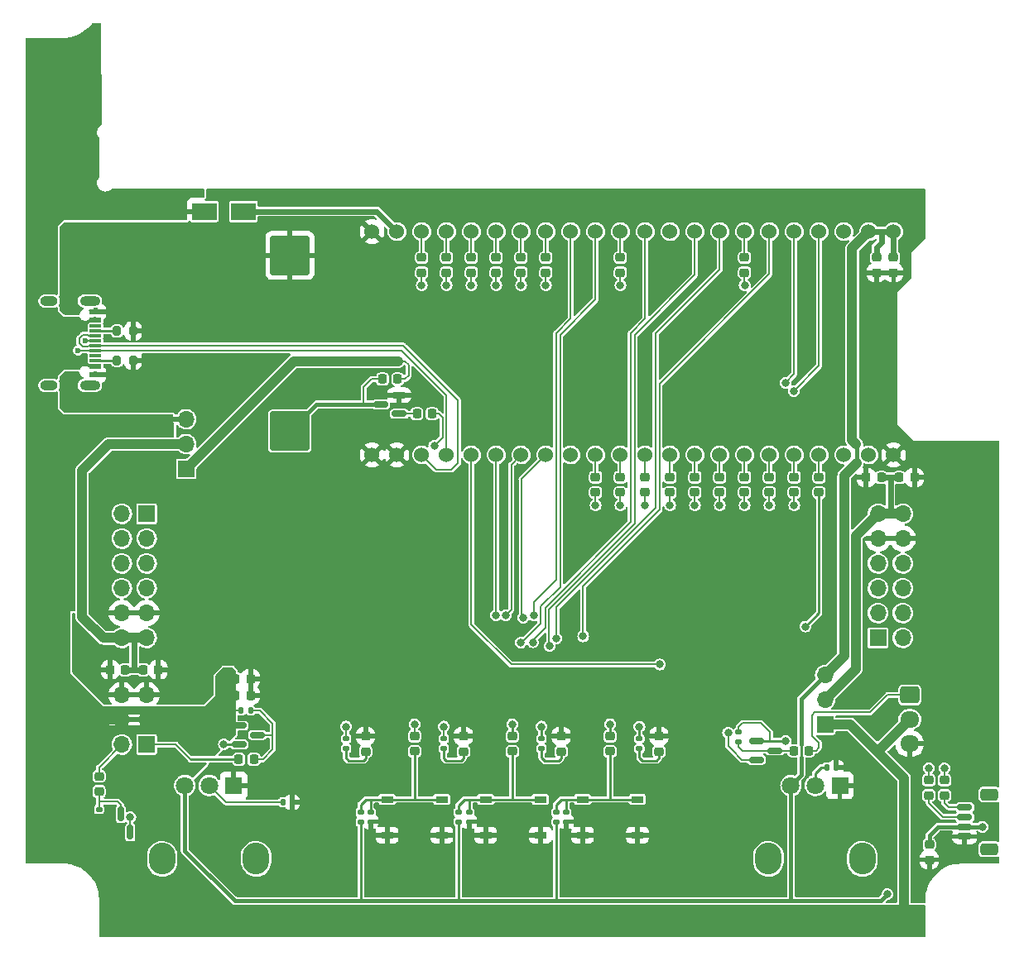
<source format=gtl>
G04 #@! TF.GenerationSoftware,KiCad,Pcbnew,6.0.11-2627ca5db0~126~ubuntu22.04.1*
G04 #@! TF.CreationDate,2023-05-26T00:57:04+02:00*
G04 #@! TF.ProjectId,ELKS,454c4b53-2e6b-4696-9361-645f70636258,rev?*
G04 #@! TF.SameCoordinates,Original*
G04 #@! TF.FileFunction,Copper,L1,Top*
G04 #@! TF.FilePolarity,Positive*
%FSLAX46Y46*%
G04 Gerber Fmt 4.6, Leading zero omitted, Abs format (unit mm)*
G04 Created by KiCad (PCBNEW 6.0.11-2627ca5db0~126~ubuntu22.04.1) date 2023-05-26 00:57:04*
%MOMM*%
%LPD*%
G01*
G04 APERTURE LIST*
G04 Aperture macros list*
%AMRoundRect*
0 Rectangle with rounded corners*
0 $1 Rounding radius*
0 $2 $3 $4 $5 $6 $7 $8 $9 X,Y pos of 4 corners*
0 Add a 4 corners polygon primitive as box body*
4,1,4,$2,$3,$4,$5,$6,$7,$8,$9,$2,$3,0*
0 Add four circle primitives for the rounded corners*
1,1,$1+$1,$2,$3*
1,1,$1+$1,$4,$5*
1,1,$1+$1,$6,$7*
1,1,$1+$1,$8,$9*
0 Add four rect primitives between the rounded corners*
20,1,$1+$1,$2,$3,$4,$5,0*
20,1,$1+$1,$4,$5,$6,$7,0*
20,1,$1+$1,$6,$7,$8,$9,0*
20,1,$1+$1,$8,$9,$2,$3,0*%
G04 Aperture macros list end*
G04 #@! TA.AperFunction,SMDPad,CuDef*
%ADD10RoundRect,0.225000X-0.250000X0.225000X-0.250000X-0.225000X0.250000X-0.225000X0.250000X0.225000X0*%
G04 #@! TD*
G04 #@! TA.AperFunction,SMDPad,CuDef*
%ADD11R,1.300000X0.700000*%
G04 #@! TD*
G04 #@! TA.AperFunction,SMDPad,CuDef*
%ADD12RoundRect,0.150000X-0.587500X-0.150000X0.587500X-0.150000X0.587500X0.150000X-0.587500X0.150000X0*%
G04 #@! TD*
G04 #@! TA.AperFunction,SMDPad,CuDef*
%ADD13RoundRect,0.218750X-0.256250X0.218750X-0.256250X-0.218750X0.256250X-0.218750X0.256250X0.218750X0*%
G04 #@! TD*
G04 #@! TA.AperFunction,SMDPad,CuDef*
%ADD14RoundRect,0.135000X-0.185000X0.135000X-0.185000X-0.135000X0.185000X-0.135000X0.185000X0.135000X0*%
G04 #@! TD*
G04 #@! TA.AperFunction,SMDPad,CuDef*
%ADD15RoundRect,0.225000X0.225000X0.250000X-0.225000X0.250000X-0.225000X-0.250000X0.225000X-0.250000X0*%
G04 #@! TD*
G04 #@! TA.AperFunction,SMDPad,CuDef*
%ADD16R,2.500000X1.800000*%
G04 #@! TD*
G04 #@! TA.AperFunction,ComponentPad*
%ADD17R,1.700000X1.700000*%
G04 #@! TD*
G04 #@! TA.AperFunction,ComponentPad*
%ADD18O,1.700000X1.700000*%
G04 #@! TD*
G04 #@! TA.AperFunction,SMDPad,CuDef*
%ADD19RoundRect,0.225000X-0.225000X-0.250000X0.225000X-0.250000X0.225000X0.250000X-0.225000X0.250000X0*%
G04 #@! TD*
G04 #@! TA.AperFunction,ComponentPad*
%ADD20RoundRect,0.250000X-0.725000X0.600000X-0.725000X-0.600000X0.725000X-0.600000X0.725000X0.600000X0*%
G04 #@! TD*
G04 #@! TA.AperFunction,ComponentPad*
%ADD21O,1.950000X1.700000*%
G04 #@! TD*
G04 #@! TA.AperFunction,SMDPad,CuDef*
%ADD22RoundRect,0.140000X-0.170000X0.140000X-0.170000X-0.140000X0.170000X-0.140000X0.170000X0.140000X0*%
G04 #@! TD*
G04 #@! TA.AperFunction,SMDPad,CuDef*
%ADD23RoundRect,0.200000X-1.800000X1.800000X-1.800000X-1.800000X1.800000X-1.800000X1.800000X1.800000X0*%
G04 #@! TD*
G04 #@! TA.AperFunction,SMDPad,CuDef*
%ADD24RoundRect,0.225000X0.250000X-0.225000X0.250000X0.225000X-0.250000X0.225000X-0.250000X-0.225000X0*%
G04 #@! TD*
G04 #@! TA.AperFunction,SMDPad,CuDef*
%ADD25RoundRect,0.140000X-0.140000X-0.170000X0.140000X-0.170000X0.140000X0.170000X-0.140000X0.170000X0*%
G04 #@! TD*
G04 #@! TA.AperFunction,SMDPad,CuDef*
%ADD26RoundRect,0.150000X-0.625000X0.150000X-0.625000X-0.150000X0.625000X-0.150000X0.625000X0.150000X0*%
G04 #@! TD*
G04 #@! TA.AperFunction,SMDPad,CuDef*
%ADD27RoundRect,0.250000X-0.650000X0.350000X-0.650000X-0.350000X0.650000X-0.350000X0.650000X0.350000X0*%
G04 #@! TD*
G04 #@! TA.AperFunction,ComponentPad*
%ADD28O,2.720000X3.240000*%
G04 #@! TD*
G04 #@! TA.AperFunction,ComponentPad*
%ADD29R,1.800000X1.800000*%
G04 #@! TD*
G04 #@! TA.AperFunction,ComponentPad*
%ADD30C,1.800000*%
G04 #@! TD*
G04 #@! TA.AperFunction,SMDPad,CuDef*
%ADD31RoundRect,0.140000X0.170000X-0.140000X0.170000X0.140000X-0.170000X0.140000X-0.170000X-0.140000X0*%
G04 #@! TD*
G04 #@! TA.AperFunction,SMDPad,CuDef*
%ADD32RoundRect,0.200000X-0.200000X-0.275000X0.200000X-0.275000X0.200000X0.275000X-0.200000X0.275000X0*%
G04 #@! TD*
G04 #@! TA.AperFunction,SMDPad,CuDef*
%ADD33R,1.150000X0.600000*%
G04 #@! TD*
G04 #@! TA.AperFunction,SMDPad,CuDef*
%ADD34R,1.150000X0.300000*%
G04 #@! TD*
G04 #@! TA.AperFunction,ComponentPad*
%ADD35O,2.100000X1.000000*%
G04 #@! TD*
G04 #@! TA.AperFunction,ComponentPad*
%ADD36O,1.800000X1.000000*%
G04 #@! TD*
G04 #@! TA.AperFunction,SMDPad,CuDef*
%ADD37RoundRect,0.150000X0.150000X-0.587500X0.150000X0.587500X-0.150000X0.587500X-0.150000X-0.587500X0*%
G04 #@! TD*
G04 #@! TA.AperFunction,SMDPad,CuDef*
%ADD38RoundRect,0.150000X0.587500X0.150000X-0.587500X0.150000X-0.587500X-0.150000X0.587500X-0.150000X0*%
G04 #@! TD*
G04 #@! TA.AperFunction,ComponentPad*
%ADD39C,1.524000*%
G04 #@! TD*
G04 #@! TA.AperFunction,ViaPad*
%ADD40C,0.800000*%
G04 #@! TD*
G04 #@! TA.AperFunction,ViaPad*
%ADD41C,0.600000*%
G04 #@! TD*
G04 #@! TA.AperFunction,Conductor*
%ADD42C,1.000000*%
G04 #@! TD*
G04 #@! TA.AperFunction,Conductor*
%ADD43C,0.400000*%
G04 #@! TD*
G04 #@! TA.AperFunction,Conductor*
%ADD44C,0.250000*%
G04 #@! TD*
G04 #@! TA.AperFunction,Conductor*
%ADD45C,0.600000*%
G04 #@! TD*
G04 #@! TA.AperFunction,Conductor*
%ADD46C,0.200000*%
G04 #@! TD*
G04 APERTURE END LIST*
D10*
G04 #@! TO.P,R1,1*
G04 #@! TO.N,/SW0*
X139650000Y-121325000D03*
G04 #@! TO.P,R1,2*
G04 #@! TO.N,Net-(C3-Pad1)*
X139650000Y-122875000D03*
G04 #@! TD*
D11*
G04 #@! TO.P,SW1,1,1*
G04 #@! TO.N,GND*
X136850000Y-131450000D03*
G04 #@! TO.P,SW1,2,2*
G04 #@! TO.N,Net-(C3-Pad1)*
X136850000Y-127800000D03*
G04 #@! TO.P,SW1,3,3*
X142450000Y-127800000D03*
G04 #@! TO.P,SW1,4,4*
G04 #@! TO.N,GND*
X142450000Y-131450000D03*
G04 #@! TD*
D10*
G04 #@! TO.P,R28,1*
G04 #@! TO.N,/0;CS-{slash}CTS{slash}DIR1{slash}IO-{slash}LRCLK*
X173410000Y-94825000D03*
G04 #@! TO.P,R28,2*
G04 #@! TO.N,Net-(J3-Pad7)*
X173410000Y-96375000D03*
G04 #@! TD*
D12*
G04 #@! TO.P,Q4,1,G*
G04 #@! TO.N,+5V*
X174625000Y-121850000D03*
G04 #@! TO.P,Q4,2,S*
G04 #@! TO.N,/I_LED*
X174625000Y-123750000D03*
G04 #@! TO.P,Q4,3,D*
G04 #@! TO.N,Net-(Q4-Pad3)*
X176500000Y-122800000D03*
G04 #@! TD*
D13*
G04 #@! TO.P,D2,1,K*
G04 #@! TO.N,GND*
X154650000Y-121312500D03*
G04 #@! TO.P,D2,2,A*
G04 #@! TO.N,Net-(D2-Pad2)*
X154650000Y-122887500D03*
G04 #@! TD*
D14*
G04 #@! TO.P,R14,1*
G04 #@! TO.N,/LED-Y*
X142650000Y-121590000D03*
G04 #@! TO.P,R14,2*
G04 #@! TO.N,Net-(D5-Pad2)*
X142650000Y-122610000D03*
G04 #@! TD*
D10*
G04 #@! TO.P,R25,1*
G04 #@! TO.N,/0;CLK-{slash}RTS{slash}S1B-{slash}SDA{slash}BCLK*
X158170000Y-94825000D03*
G04 #@! TO.P,R25,2*
G04 #@! TO.N,Net-(J3-Pad1)*
X158170000Y-96375000D03*
G04 #@! TD*
D15*
G04 #@! TO.P,R20,1*
G04 #@! TO.N,Net-(Q2-Pad3)*
X123225000Y-123700000D03*
G04 #@! TO.P,R20,2*
G04 #@! TO.N,Net-(J4-Pad1)*
X121675000Y-123700000D03*
G04 #@! TD*
D16*
G04 #@! TO.P,D1,1,K*
G04 #@! TO.N,Net-(D1-Pad1)*
X122150000Y-67600000D03*
G04 #@! TO.P,D1,2,A*
G04 #@! TO.N,+5V*
X118150000Y-67600000D03*
G04 #@! TD*
D17*
G04 #@! TO.P,J3,1,Pin_1*
G04 #@! TO.N,Net-(J3-Pad1)*
X112250000Y-98560000D03*
D18*
G04 #@! TO.P,J3,2,Pin_2*
G04 #@! TO.N,Net-(J3-Pad2)*
X109710000Y-98560000D03*
G04 #@! TO.P,J3,3,Pin_3*
G04 #@! TO.N,Net-(J3-Pad3)*
X112250000Y-101100000D03*
G04 #@! TO.P,J3,4,Pin_4*
G04 #@! TO.N,Net-(J3-Pad4)*
X109710000Y-101100000D03*
G04 #@! TO.P,J3,5,Pin_5*
G04 #@! TO.N,Net-(J3-Pad5)*
X112250000Y-103640000D03*
G04 #@! TO.P,J3,6,Pin_6*
G04 #@! TO.N,Net-(J3-Pad6)*
X109710000Y-103640000D03*
G04 #@! TO.P,J3,7,Pin_7*
G04 #@! TO.N,Net-(J3-Pad7)*
X112250000Y-106180000D03*
G04 #@! TO.P,J3,8,Pin_8*
G04 #@! TO.N,Net-(J3-Pad8)*
X109710000Y-106180000D03*
G04 #@! TO.P,J3,9,Pin_9*
G04 #@! TO.N,GND*
X112250000Y-108720000D03*
G04 #@! TO.P,J3,10,Pin_10*
X109710000Y-108720000D03*
G04 #@! TO.P,J3,11,Pin_11*
G04 #@! TO.N,/conectors/Vcc_Pmodc_0*
X112250000Y-111260000D03*
G04 #@! TO.P,J3,12,Pin_12*
X109710000Y-111260000D03*
G04 #@! TD*
D19*
G04 #@! TO.P,C10,1*
G04 #@! TO.N,/conectors/Vcc_Pmodc_1*
X189230000Y-94850000D03*
G04 #@! TO.P,C10,2*
G04 #@! TO.N,GND*
X190780000Y-94850000D03*
G04 #@! TD*
D20*
G04 #@! TO.P,J5,1,Pin_1*
G04 #@! TO.N,Net-(J5-Pad1)*
X190300000Y-117100000D03*
D21*
G04 #@! TO.P,J5,2,Pin_2*
G04 #@! TO.N,+5V*
X190300000Y-119600000D03*
G04 #@! TO.P,J5,3,Pin_3*
G04 #@! TO.N,GND*
X190300000Y-122100000D03*
G04 #@! TD*
D14*
G04 #@! TO.P,R10,1*
G04 #@! TO.N,/LED-G*
X132650000Y-121590000D03*
G04 #@! TO.P,R10,2*
G04 #@! TO.N,Net-(D3-Pad2)*
X132650000Y-122610000D03*
G04 #@! TD*
D22*
G04 #@! TO.P,C4,1*
G04 #@! TO.N,Net-(C4-Pad1)*
X145250000Y-129120000D03*
G04 #@! TO.P,C4,2*
G04 #@! TO.N,GND*
X145250000Y-130080000D03*
G04 #@! TD*
D23*
G04 #@! TO.P,BZ1,1,-*
G04 #@! TO.N,Net-(BZ1-Pad1)*
X126900000Y-90100000D03*
G04 #@! TO.P,BZ1,2,+*
G04 #@! TO.N,GND*
X126900000Y-72100000D03*
G04 #@! TD*
D24*
G04 #@! TO.P,R39,1*
G04 #@! TO.N,Net-(J6-Pad6)*
X153090000Y-73875000D03*
G04 #@! TO.P,R39,2*
G04 #@! TO.N,/1;CS2{slash}IO-{slash}S2A-{slash}IO*
X153090000Y-72325000D03*
G04 #@! TD*
D25*
G04 #@! TO.P,R18,1*
G04 #@! TO.N,+5V*
X121920000Y-118700000D03*
G04 #@! TO.P,R18,2*
G04 #@! TO.N,Net-(Q2-Pad3)*
X122880000Y-118700000D03*
G04 #@! TD*
D10*
G04 #@! TO.P,R34,1*
G04 #@! TO.N,/1;MOSI{slash}TXD{slash}EN1{slash}IO-{slash}DAC-D*
X142930000Y-72325000D03*
G04 #@! TO.P,R34,2*
G04 #@! TO.N,Net-(J6-Pad3)*
X142930000Y-73875000D03*
G04 #@! TD*
D22*
G04 #@! TO.P,C3,1*
G04 #@! TO.N,Net-(C3-Pad1)*
X135150000Y-129120000D03*
G04 #@! TO.P,C3,2*
G04 #@! TO.N,GND*
X135150000Y-130080000D03*
G04 #@! TD*
D14*
G04 #@! TO.P,R12,1*
G04 #@! TO.N,/LED-B*
X162650000Y-121590000D03*
G04 #@! TO.P,R12,2*
G04 #@! TO.N,Net-(D4-Pad2)*
X162650000Y-122610000D03*
G04 #@! TD*
D26*
G04 #@! TO.P,J9,1,Pin_1*
G04 #@! TO.N,Net-(J9-Pad1)*
X195925000Y-128600000D03*
G04 #@! TO.P,J9,2,Pin_2*
G04 #@! TO.N,Net-(J9-Pad2)*
X195925000Y-129600000D03*
G04 #@! TO.P,J9,3,Pin_3*
G04 #@! TO.N,+3V3*
X195925000Y-130600000D03*
G04 #@! TO.P,J9,4,Pin_4*
G04 #@! TO.N,GND*
X195925000Y-131600000D03*
D27*
G04 #@! TO.P,J9,MP*
G04 #@! TO.N,N/C*
X198450000Y-127300000D03*
X198450000Y-132900000D03*
G04 #@! TD*
D17*
G04 #@! TO.P,JP2,1,A*
G04 #@! TO.N,+5V*
X181650000Y-120140000D03*
D18*
G04 #@! TO.P,JP2,2,C*
G04 #@! TO.N,/conectors/Vcc_Pmodc_1*
X181650000Y-117600000D03*
G04 #@! TO.P,JP2,3,B*
G04 #@! TO.N,+3V3*
X181650000Y-115060000D03*
G04 #@! TD*
D24*
G04 #@! TO.P,R29,1*
G04 #@! TO.N,Net-(J3-Pad2)*
X160710000Y-96375000D03*
G04 #@! TO.P,R29,2*
G04 #@! TO.N,/0;INT{slash}INT-{slash}DIR2{slash}IO*
X160710000Y-94825000D03*
G04 #@! TD*
D28*
G04 #@! TO.P,RV2,*
G04 #@! TO.N,*
X185450000Y-133875000D03*
X175850000Y-133875000D03*
D29*
G04 #@! TO.P,RV2,1,1*
G04 #@! TO.N,GND*
X183150000Y-126375000D03*
D30*
G04 #@! TO.P,RV2,2,2*
G04 #@! TO.N,Net-(C7-Pad1)*
X180650000Y-126375000D03*
G04 #@! TO.P,RV2,3,3*
G04 #@! TO.N,+3V3*
X178150000Y-126375000D03*
G04 #@! TD*
D10*
G04 #@! TO.P,R33,1*
G04 #@! TO.N,/1;CS-{slash}CTS{slash}DIR1{slash}IO-{slash}LRCLK*
X140390000Y-72325000D03*
G04 #@! TO.P,R33,2*
G04 #@! TO.N,Net-(J6-Pad1)*
X140390000Y-73875000D03*
G04 #@! TD*
G04 #@! TO.P,R22,1*
G04 #@! TO.N,/conectors/SDA*
X192250000Y-125825000D03*
G04 #@! TO.P,R22,2*
G04 #@! TO.N,Net-(J9-Pad2)*
X192250000Y-127375000D03*
G04 #@! TD*
G04 #@! TO.P,R2,1*
G04 #@! TO.N,/SW1*
X149650000Y-121325000D03*
G04 #@! TO.P,R2,2*
G04 #@! TO.N,Net-(C4-Pad1)*
X149650000Y-122875000D03*
G04 #@! TD*
D24*
G04 #@! TO.P,C12,1*
G04 #@! TO.N,GND*
X192300000Y-133975000D03*
G04 #@! TO.P,C12,2*
G04 #@! TO.N,+3V3*
X192300000Y-132425000D03*
G04 #@! TD*
D13*
G04 #@! TO.P,D3,1,K*
G04 #@! TO.N,GND*
X134650000Y-121312500D03*
G04 #@! TO.P,D3,2,A*
G04 #@! TO.N,Net-(D3-Pad2)*
X134650000Y-122887500D03*
G04 #@! TD*
D14*
G04 #@! TO.P,R9,1*
G04 #@! TO.N,/LED-R*
X152650000Y-121590000D03*
G04 #@! TO.P,R9,2*
G04 #@! TO.N,Net-(D2-Pad2)*
X152650000Y-122610000D03*
G04 #@! TD*
D19*
G04 #@! TO.P,C9,1*
G04 #@! TO.N,/conectors/Vcc_Pmodc_0*
X111900000Y-114528000D03*
G04 #@! TO.P,C9,2*
G04 #@! TO.N,GND*
X113450000Y-114528000D03*
G04 #@! TD*
D15*
G04 #@! TO.P,C11,1*
G04 #@! TO.N,/conectors/Vcc_Pmodc_1*
X187400000Y-94850000D03*
G04 #@! TO.P,C11,2*
G04 #@! TO.N,GND*
X185850000Y-94850000D03*
G04 #@! TD*
D24*
G04 #@! TO.P,R37,1*
G04 #@! TO.N,Net-(J6-Pad2)*
X173410000Y-73875000D03*
G04 #@! TO.P,R37,2*
G04 #@! TO.N,/1;INT{slash}INT-{slash}DIR2{slash}IO*
X173410000Y-72325000D03*
G04 #@! TD*
D17*
G04 #@! TO.P,J4,1,Pin_1*
G04 #@! TO.N,Net-(J4-Pad1)*
X112250000Y-122180000D03*
D18*
G04 #@! TO.P,J4,2,Pin_2*
G04 #@! TO.N,Net-(J4-Pad2)*
X109710000Y-122180000D03*
G04 #@! TO.P,J4,3,Pin_3*
G04 #@! TO.N,+5V*
X112250000Y-119640000D03*
G04 #@! TO.P,J4,4,Pin_4*
X109710000Y-119640000D03*
G04 #@! TO.P,J4,5,Pin_5*
G04 #@! TO.N,GND*
X112250000Y-117100000D03*
G04 #@! TO.P,J4,6,Pin_6*
X109710000Y-117100000D03*
G04 #@! TD*
D24*
G04 #@! TO.P,R32,1*
G04 #@! TO.N,Net-(J3-Pad8)*
X175950000Y-96375000D03*
G04 #@! TO.P,R32,2*
G04 #@! TO.N,/0;CS3{slash}IO-{slash}S2B-{slash}IO*
X175950000Y-94825000D03*
G04 #@! TD*
D31*
G04 #@! TO.P,R4,1*
G04 #@! TO.N,+3V3*
X134150000Y-130080000D03*
G04 #@! TO.P,R4,2*
G04 #@! TO.N,Net-(C3-Pad1)*
X134150000Y-129120000D03*
G04 #@! TD*
D32*
G04 #@! TO.P,R16,1*
G04 #@! TO.N,Net-(J1-PadA5)*
X109225000Y-79850000D03*
G04 #@! TO.P,R16,2*
G04 #@! TO.N,GND*
X110875000Y-79850000D03*
G04 #@! TD*
D24*
G04 #@! TO.P,R40,1*
G04 #@! TO.N,Net-(J6-Pad8)*
X150550000Y-73875000D03*
G04 #@! TO.P,R40,2*
G04 #@! TO.N,/1;CS3{slash}IO-{slash}S2B-{slash}IO*
X150550000Y-72325000D03*
G04 #@! TD*
D28*
G04 #@! TO.P,RV1,*
G04 #@! TO.N,*
X123450000Y-133875000D03*
X113850000Y-133875000D03*
D29*
G04 #@! TO.P,RV1,1,1*
G04 #@! TO.N,GND*
X121150000Y-126375000D03*
D30*
G04 #@! TO.P,RV1,2,2*
G04 #@! TO.N,Net-(C6-Pad1)*
X118650000Y-126375000D03*
G04 #@! TO.P,RV1,3,3*
G04 #@! TO.N,+3V3*
X116150000Y-126375000D03*
G04 #@! TD*
D33*
G04 #@! TO.P,J1,A1,GND*
G04 #@! TO.N,GND*
X107030000Y-77900000D03*
G04 #@! TO.P,J1,A4,VBUS*
G04 #@! TO.N,+5V*
X107030000Y-78700000D03*
D34*
G04 #@! TO.P,J1,A5,CC1*
G04 #@! TO.N,Net-(J1-PadA5)*
X107030000Y-79850000D03*
G04 #@! TO.P,J1,A6,D+*
G04 #@! TO.N,/D+*
X107030000Y-80850000D03*
G04 #@! TO.P,J1,A7,D-*
G04 #@! TO.N,/D-*
X107030000Y-81350000D03*
G04 #@! TO.P,J1,A8,SBU1*
G04 #@! TO.N,unconnected-(J1-PadA8)*
X107030000Y-82350000D03*
D33*
G04 #@! TO.P,J1,A9,VBUS*
G04 #@! TO.N,+5V*
X107030000Y-83500000D03*
G04 #@! TO.P,J1,A12,GND*
G04 #@! TO.N,GND*
X107030000Y-84300000D03*
G04 #@! TO.P,J1,B1,GND*
X107030000Y-84300000D03*
G04 #@! TO.P,J1,B4,VBUS*
G04 #@! TO.N,+5V*
X107030000Y-83500000D03*
D34*
G04 #@! TO.P,J1,B5,CC2*
G04 #@! TO.N,Net-(J1-PadB5)*
X107030000Y-82850000D03*
G04 #@! TO.P,J1,B6,D+*
G04 #@! TO.N,/D+*
X107030000Y-81850000D03*
G04 #@! TO.P,J1,B7,D-*
G04 #@! TO.N,/D-*
X107030000Y-80350000D03*
G04 #@! TO.P,J1,B8,SBU2*
G04 #@! TO.N,unconnected-(J1-PadB8)*
X107030000Y-79350000D03*
D33*
G04 #@! TO.P,J1,B9,VBUS*
G04 #@! TO.N,+5V*
X107030000Y-78700000D03*
G04 #@! TO.P,J1,B12,GND*
G04 #@! TO.N,GND*
X107030000Y-77900000D03*
D35*
G04 #@! TO.P,J1,S1,SHIELD*
G04 #@! TO.N,N/C*
X106455000Y-76780000D03*
D36*
X102275000Y-85420000D03*
X102275000Y-76780000D03*
D35*
X106455000Y-85420000D03*
G04 #@! TD*
D22*
G04 #@! TO.P,C5,1*
G04 #@! TO.N,Net-(C5-Pad1)*
X155150000Y-129120000D03*
G04 #@! TO.P,C5,2*
G04 #@! TO.N,GND*
X155150000Y-130080000D03*
G04 #@! TD*
D37*
G04 #@! TO.P,Q3,1,G*
G04 #@! TO.N,+5V*
X108680000Y-131170000D03*
G04 #@! TO.P,Q3,2,S*
G04 #@! TO.N,/SER1*
X110580000Y-131170000D03*
G04 #@! TO.P,Q3,3,D*
G04 #@! TO.N,Net-(Q3-Pad3)*
X109630000Y-129295000D03*
G04 #@! TD*
D19*
G04 #@! TO.P,R11,1*
G04 #@! TO.N,Net-(Q1-Pad1)*
X139900000Y-88325000D03*
G04 #@! TO.P,R11,2*
G04 #@! TO.N,/BUZZER*
X141450000Y-88325000D03*
G04 #@! TD*
D10*
G04 #@! TO.P,R3,1*
G04 #@! TO.N,/SW2*
X159650000Y-121325000D03*
G04 #@! TO.P,R3,2*
G04 #@! TO.N,Net-(C5-Pad1)*
X159650000Y-122875000D03*
G04 #@! TD*
G04 #@! TO.P,R36,1*
G04 #@! TO.N,/1;CLK-{slash}RTS{slash}S1B{slash}SDA{slash}BCLK*
X148010000Y-72325000D03*
G04 #@! TO.P,R36,2*
G04 #@! TO.N,Net-(J6-Pad7)*
X148010000Y-73875000D03*
G04 #@! TD*
G04 #@! TO.P,R21,1*
G04 #@! TO.N,/conectors/SCL*
X193850000Y-125825000D03*
G04 #@! TO.P,R21,2*
G04 #@! TO.N,Net-(J9-Pad1)*
X193850000Y-127375000D03*
G04 #@! TD*
D17*
G04 #@! TO.P,J6,1,Pin_1*
G04 #@! TO.N,Net-(J6-Pad1)*
X187050000Y-111260000D03*
D18*
G04 #@! TO.P,J6,2,Pin_2*
G04 #@! TO.N,Net-(J6-Pad2)*
X189590000Y-111260000D03*
G04 #@! TO.P,J6,3,Pin_3*
G04 #@! TO.N,Net-(J6-Pad3)*
X187050000Y-108720000D03*
G04 #@! TO.P,J6,4,Pin_4*
G04 #@! TO.N,Net-(J6-Pad4)*
X189590000Y-108720000D03*
G04 #@! TO.P,J6,5,Pin_5*
G04 #@! TO.N,Net-(J6-Pad5)*
X187050000Y-106180000D03*
G04 #@! TO.P,J6,6,Pin_6*
G04 #@! TO.N,Net-(J6-Pad6)*
X189590000Y-106180000D03*
G04 #@! TO.P,J6,7,Pin_7*
G04 #@! TO.N,Net-(J6-Pad7)*
X187050000Y-103640000D03*
G04 #@! TO.P,J6,8,Pin_8*
G04 #@! TO.N,Net-(J6-Pad8)*
X189590000Y-103640000D03*
G04 #@! TO.P,J6,9,Pin_9*
G04 #@! TO.N,GND*
X187050000Y-101100000D03*
G04 #@! TO.P,J6,10,Pin_10*
X189590000Y-101100000D03*
G04 #@! TO.P,J6,11,Pin_11*
G04 #@! TO.N,/conectors/Vcc_Pmodc_1*
X187050000Y-98560000D03*
G04 #@! TO.P,J6,12,Pin_12*
X189590000Y-98560000D03*
G04 #@! TD*
D15*
G04 #@! TO.P,C14,1*
G04 #@! TO.N,GND*
X122875000Y-117140000D03*
G04 #@! TO.P,C14,2*
G04 #@! TO.N,+5V*
X121325000Y-117140000D03*
G04 #@! TD*
D24*
G04 #@! TO.P,R17,1*
G04 #@! TO.N,Net-(Q3-Pad3)*
X107390000Y-126975000D03*
G04 #@! TO.P,R17,2*
G04 #@! TO.N,Net-(J4-Pad2)*
X107390000Y-125425000D03*
G04 #@! TD*
D10*
G04 #@! TO.P,R35,1*
G04 #@! TO.N,/1;MISO{slash}RXD{slash}S1A{slash}SCL{slash}ADC-D*
X145470000Y-72325000D03*
G04 #@! TO.P,R35,2*
G04 #@! TO.N,Net-(J6-Pad5)*
X145470000Y-73875000D03*
G04 #@! TD*
D13*
G04 #@! TO.P,D4,1,K*
G04 #@! TO.N,GND*
X164650000Y-121312500D03*
G04 #@! TO.P,D4,2,A*
G04 #@! TO.N,Net-(D4-Pad2)*
X164650000Y-122887500D03*
G04 #@! TD*
D10*
G04 #@! TO.P,C2,1*
G04 #@! TO.N,+3V3*
X188650000Y-72325000D03*
G04 #@! TO.P,C2,2*
G04 #@! TO.N,GND*
X188650000Y-73875000D03*
G04 #@! TD*
D24*
G04 #@! TO.P,R31,1*
G04 #@! TO.N,Net-(J3-Pad6)*
X170870000Y-96375000D03*
G04 #@! TO.P,R31,2*
G04 #@! TO.N,/0;CS2{slash}IO-{slash}S2A-{slash}IO*
X170870000Y-94825000D03*
G04 #@! TD*
D19*
G04 #@! TO.P,R24,1*
G04 #@! TO.N,Net-(Q4-Pad3)*
X178425000Y-122800000D03*
G04 #@! TO.P,R24,2*
G04 #@! TO.N,Net-(J5-Pad1)*
X179975000Y-122800000D03*
G04 #@! TD*
D15*
G04 #@! TO.P,C13,1*
G04 #@! TO.N,GND*
X122875000Y-115450000D03*
G04 #@! TO.P,C13,2*
G04 #@! TO.N,+5V*
X121325000Y-115450000D03*
G04 #@! TD*
D17*
G04 #@! TO.P,JP1,1,A*
G04 #@! TO.N,+3V3*
X116300000Y-93960000D03*
D18*
G04 #@! TO.P,JP1,2,C*
G04 #@! TO.N,/conectors/Vcc_Pmodc_0*
X116300000Y-91420000D03*
G04 #@! TO.P,JP1,3,B*
G04 #@! TO.N,+5V*
X116300000Y-88880000D03*
G04 #@! TD*
D31*
G04 #@! TO.P,R6,1*
G04 #@! TO.N,+3V3*
X154150000Y-130080000D03*
G04 #@! TO.P,R6,2*
G04 #@! TO.N,Net-(C5-Pad1)*
X154150000Y-129120000D03*
G04 #@! TD*
D10*
G04 #@! TO.P,R26,1*
G04 #@! TO.N,/0;MISO{slash}RXD{slash}S1A{slash}SCL{slash}ADC-D*
X163250000Y-94825000D03*
G04 #@! TO.P,R26,2*
G04 #@! TO.N,Net-(J3-Pad3)*
X163250000Y-96375000D03*
G04 #@! TD*
D38*
G04 #@! TO.P,Q1,1,G*
G04 #@! TO.N,Net-(Q1-Pad1)*
X138087500Y-88325000D03*
G04 #@! TO.P,Q1,2,S*
G04 #@! TO.N,GND*
X138087500Y-86425000D03*
G04 #@! TO.P,Q1,3,D*
G04 #@! TO.N,Net-(BZ1-Pad1)*
X136212500Y-87375000D03*
G04 #@! TD*
D39*
G04 #@! TO.P,U1,1,3V3*
G04 #@! TO.N,+3V3*
X188650000Y-69670000D03*
G04 #@! TO.P,U1,2,3V3*
X186110000Y-69670000D03*
G04 #@! TO.P,U1,3,RST*
G04 #@! TO.N,unconnected-(U1-Pad3)*
X183570000Y-69670000D03*
G04 #@! TO.P,U1,4,GPIO4*
G04 #@! TO.N,/SER0*
X181030000Y-69670000D03*
G04 #@! TO.P,U1,5,GPIO5*
G04 #@! TO.N,/SER1*
X178490000Y-69670000D03*
G04 #@! TO.P,U1,6,GPIO6*
G04 #@! TO.N,/SW2*
X175950000Y-69670000D03*
G04 #@! TO.P,U1,7,GPIO7*
G04 #@! TO.N,/1;INT{slash}INT-{slash}DIR2{slash}IO*
X173410000Y-69670000D03*
G04 #@! TO.P,U1,8,GPIO15-RTS0*
G04 #@! TO.N,/LED-Y*
X170870000Y-69670000D03*
G04 #@! TO.P,U1,9,GPIO16-CTS0*
G04 #@! TO.N,/SW1*
X168330000Y-69670000D03*
G04 #@! TO.P,U1,10,GPIO17-TX1*
G04 #@! TO.N,unconnected-(U1-Pad10)*
X165790000Y-69670000D03*
G04 #@! TO.P,U1,11,GPIO18-RX1*
G04 #@! TO.N,/SW0*
X163250000Y-69670000D03*
G04 #@! TO.P,U1,12,GPIO8*
G04 #@! TO.N,/1;RST{slash}RST{slash}EN1-{slash}IO*
X160710000Y-69670000D03*
G04 #@! TO.P,U1,13,GPIO3!!!D*
G04 #@! TO.N,/LED-G*
X158170000Y-69670000D03*
G04 #@! TO.P,U1,14,GPIO46!!!D*
G04 #@! TO.N,/LED-B*
X155630000Y-69670000D03*
G04 #@! TO.P,U1,15,GPIO9*
G04 #@! TO.N,/1;CS2{slash}IO-{slash}S2A-{slash}IO*
X153090000Y-69670000D03*
G04 #@! TO.P,U1,16,GPIO10*
G04 #@! TO.N,/1;CS3{slash}IO-{slash}S2B-{slash}IO*
X150550000Y-69670000D03*
G04 #@! TO.P,U1,17,GPIO11*
G04 #@! TO.N,/1;CLK-{slash}RTS{slash}S1B{slash}SDA{slash}BCLK*
X148010000Y-69670000D03*
G04 #@! TO.P,U1,18,GPIO12*
G04 #@! TO.N,/1;MISO{slash}RXD{slash}S1A{slash}SCL{slash}ADC-D*
X145470000Y-69670000D03*
G04 #@! TO.P,U1,19,GPIO13*
G04 #@! TO.N,/1;MOSI{slash}TXD{slash}EN1{slash}IO-{slash}DAC-D*
X142930000Y-69670000D03*
G04 #@! TO.P,U1,20,GPIO14*
G04 #@! TO.N,/1;CS-{slash}CTS{slash}DIR1{slash}IO-{slash}LRCLK*
X140390000Y-69670000D03*
G04 #@! TO.P,U1,21,5V*
G04 #@! TO.N,Net-(D1-Pad1)*
X137850000Y-69670000D03*
G04 #@! TO.P,U1,22,GND*
G04 #@! TO.N,GND*
X135310000Y-69670000D03*
G04 #@! TO.P,U1,23,GND*
X188650000Y-92530000D03*
G04 #@! TO.P,U1,24,GPIO43-TX0*
G04 #@! TO.N,unconnected-(U1-Pad24)*
X186110000Y-92530000D03*
G04 #@! TO.P,U1,25,GPIO44-RX0*
G04 #@! TO.N,unconnected-(U1-Pad25)*
X183570000Y-92530000D03*
G04 #@! TO.P,U1,26,GPIO1*
G04 #@! TO.N,/POT1*
X181030000Y-92530000D03*
G04 #@! TO.P,U1,27,GPIO2*
G04 #@! TO.N,/POT0*
X178490000Y-92530000D03*
G04 #@! TO.P,U1,28,GPIO42*
G04 #@! TO.N,/0;CS3{slash}IO-{slash}S2B-{slash}IO*
X175950000Y-92530000D03*
G04 #@! TO.P,U1,29,GPIO41*
G04 #@! TO.N,/0;CS-{slash}CTS{slash}DIR1{slash}IO-{slash}LRCLK*
X173410000Y-92530000D03*
G04 #@! TO.P,U1,30,GPIO40*
G04 #@! TO.N,/0;CS2{slash}IO-{slash}S2A-{slash}IO*
X170870000Y-92530000D03*
G04 #@! TO.P,U1,31,GPIO39*
G04 #@! TO.N,/0;MOSI{slash}TXD{slash}EN1{slash}IO-{slash}DAC-D*
X168330000Y-92530000D03*
G04 #@! TO.P,U1,32,GPIO38*
G04 #@! TO.N,/0;RST{slash}RST{slash}EN1-{slash}IO*
X165790000Y-92530000D03*
G04 #@! TO.P,U1,33,GPIO37*
G04 #@! TO.N,/0;MISO{slash}RXD{slash}S1A{slash}SCL{slash}ADC-D*
X163250000Y-92530000D03*
G04 #@! TO.P,U1,34,GPIO36*
G04 #@! TO.N,/0;INT{slash}INT-{slash}DIR2{slash}IO*
X160710000Y-92530000D03*
G04 #@! TO.P,U1,35,GPIO35*
G04 #@! TO.N,/0;CLK-{slash}RTS{slash}S1B-{slash}SDA{slash}BCLK*
X158170000Y-92530000D03*
G04 #@! TO.P,U1,36,GPIO0!!!U*
G04 #@! TO.N,/BUZZER*
X155630000Y-92530000D03*
G04 #@! TO.P,U1,37,GPIO45!!!D*
G04 #@! TO.N,/LED-R*
X153090000Y-92530000D03*
G04 #@! TO.P,U1,38,GPIO48*
G04 #@! TO.N,/conectors/SDA*
X150550000Y-92530000D03*
G04 #@! TO.P,U1,39,GPIO47*
G04 #@! TO.N,/conectors/SCL*
X148010000Y-92530000D03*
G04 #@! TO.P,U1,40,GPIO21*
G04 #@! TO.N,/I_LED*
X145470000Y-92530000D03*
G04 #@! TO.P,U1,41,GPIO20-D+*
G04 #@! TO.N,/D+*
X142930000Y-92530000D03*
G04 #@! TO.P,U1,42,GPIO19-D-*
G04 #@! TO.N,/D-*
X140390000Y-92530000D03*
G04 #@! TO.P,U1,43,GND*
G04 #@! TO.N,GND*
X137850000Y-92530000D03*
G04 #@! TO.P,U1,44,GND*
X135310000Y-92530000D03*
G04 #@! TD*
D11*
G04 #@! TO.P,SW2,1,1*
G04 #@! TO.N,GND*
X146923028Y-131450000D03*
G04 #@! TO.P,SW2,2,2*
G04 #@! TO.N,Net-(C4-Pad1)*
X146923028Y-127800000D03*
G04 #@! TO.P,SW2,3,3*
X152523028Y-127800000D03*
G04 #@! TO.P,SW2,4,4*
G04 #@! TO.N,GND*
X152523028Y-131450000D03*
G04 #@! TD*
D15*
G04 #@! TO.P,C8,1*
G04 #@! TO.N,/conectors/Vcc_Pmodc_0*
X110075000Y-114528000D03*
G04 #@! TO.P,C8,2*
G04 #@! TO.N,GND*
X108525000Y-114528000D03*
G04 #@! TD*
D13*
G04 #@! TO.P,D5,1,K*
G04 #@! TO.N,GND*
X144650000Y-121312500D03*
G04 #@! TO.P,D5,2,A*
G04 #@! TO.N,Net-(D5-Pad2)*
X144650000Y-122887500D03*
G04 #@! TD*
D24*
G04 #@! TO.P,R30,1*
G04 #@! TO.N,Net-(J3-Pad4)*
X165790000Y-96375000D03*
G04 #@! TO.P,R30,2*
G04 #@! TO.N,/0;RST{slash}RST{slash}EN1-{slash}IO*
X165790000Y-94825000D03*
G04 #@! TD*
D22*
G04 #@! TO.P,R23,1*
G04 #@! TO.N,+5V*
X172800000Y-120920000D03*
G04 #@! TO.P,R23,2*
G04 #@! TO.N,Net-(Q4-Pad3)*
X172800000Y-121880000D03*
G04 #@! TD*
D31*
G04 #@! TO.P,R5,1*
G04 #@! TO.N,+3V3*
X144150000Y-130080000D03*
G04 #@! TO.P,R5,2*
G04 #@! TO.N,Net-(C4-Pad1)*
X144150000Y-129120000D03*
G04 #@! TD*
D24*
G04 #@! TO.P,R38,1*
G04 #@! TO.N,Net-(J6-Pad4)*
X160710000Y-73875000D03*
G04 #@! TO.P,R38,2*
G04 #@! TO.N,/1;RST{slash}RST{slash}EN1-{slash}IO*
X160710000Y-72325000D03*
G04 #@! TD*
D10*
G04 #@! TO.P,R8,1*
G04 #@! TO.N,/POT1*
X181030000Y-94825000D03*
G04 #@! TO.P,R8,2*
G04 #@! TO.N,Net-(C7-Pad1)*
X181030000Y-96375000D03*
G04 #@! TD*
G04 #@! TO.P,R27,1*
G04 #@! TO.N,/0;MOSI{slash}TXD{slash}EN1{slash}IO-{slash}DAC-D*
X168330000Y-94825000D03*
G04 #@! TO.P,R27,2*
G04 #@! TO.N,Net-(J3-Pad5)*
X168330000Y-96375000D03*
G04 #@! TD*
D12*
G04 #@! TO.P,Q2,1,G*
G04 #@! TO.N,+5V*
X121712500Y-120250000D03*
G04 #@! TO.P,Q2,2,S*
G04 #@! TO.N,/SER0*
X121712500Y-122150000D03*
G04 #@! TO.P,Q2,3,D*
G04 #@! TO.N,Net-(Q2-Pad3)*
X123587500Y-121200000D03*
G04 #@! TD*
D32*
G04 #@! TO.P,R15,1*
G04 #@! TO.N,Net-(J1-PadB5)*
X109225000Y-82850000D03*
G04 #@! TO.P,R15,2*
G04 #@! TO.N,GND*
X110875000Y-82850000D03*
G04 #@! TD*
D25*
G04 #@! TO.P,C6,1*
G04 #@! TO.N,Net-(C6-Pad1)*
X126170000Y-128100000D03*
G04 #@! TO.P,C6,2*
G04 #@! TO.N,GND*
X127130000Y-128100000D03*
G04 #@! TD*
G04 #@! TO.P,C7,1*
G04 #@! TO.N,Net-(C7-Pad1)*
X181820000Y-124500000D03*
G04 #@! TO.P,C7,2*
G04 #@! TO.N,GND*
X182780000Y-124500000D03*
G04 #@! TD*
D10*
G04 #@! TO.P,C1,1*
G04 #@! TO.N,+3V3*
X186900000Y-72325000D03*
G04 #@! TO.P,C1,2*
G04 #@! TO.N,GND*
X186900000Y-73875000D03*
G04 #@! TD*
D19*
G04 #@! TO.P,R13,1*
G04 #@! TO.N,Net-(BZ1-Pad1)*
X136375000Y-84770000D03*
G04 #@! TO.P,R13,2*
G04 #@! TO.N,+3V3*
X137925000Y-84770000D03*
G04 #@! TD*
D11*
G04 #@! TO.P,SW3,1,1*
G04 #@! TO.N,GND*
X156850000Y-131450000D03*
G04 #@! TO.P,SW3,2,2*
G04 #@! TO.N,Net-(C5-Pad1)*
X156850000Y-127800000D03*
G04 #@! TO.P,SW3,3,3*
X162450000Y-127800000D03*
G04 #@! TO.P,SW3,4,4*
G04 #@! TO.N,GND*
X162450000Y-131450000D03*
G04 #@! TD*
D10*
G04 #@! TO.P,R7,1*
G04 #@! TO.N,/POT0*
X178490000Y-94825000D03*
G04 #@! TO.P,R7,2*
G04 #@! TO.N,Net-(C6-Pad1)*
X178490000Y-96375000D03*
G04 #@! TD*
D31*
G04 #@! TO.P,R19,1*
G04 #@! TO.N,+5V*
X107380000Y-129770000D03*
G04 #@! TO.P,R19,2*
G04 #@! TO.N,Net-(Q3-Pad3)*
X107380000Y-128810000D03*
G04 #@! TD*
D40*
G04 #@! TO.N,+3V3*
X137950000Y-82920000D03*
X137010000Y-82920000D03*
X136070000Y-82920000D03*
X188000000Y-137500000D03*
X197725000Y-130600000D03*
G04 #@! TO.N,GND*
X169073028Y-130325000D03*
X114966000Y-113512000D03*
X129700000Y-108700000D03*
X116650000Y-80100000D03*
X128875000Y-130375000D03*
X170573028Y-128825000D03*
X130375000Y-128875000D03*
X142750000Y-83400000D03*
X118650000Y-80100000D03*
X130375000Y-130375000D03*
X112650000Y-80100000D03*
X126800000Y-94900000D03*
X169050000Y-111500000D03*
X122650000Y-80100000D03*
X114650000Y-83100000D03*
X134150000Y-80100000D03*
X182400000Y-74600000D03*
X170550000Y-113000000D03*
X124650000Y-80100000D03*
X144250000Y-81900000D03*
X188050000Y-85400000D03*
X120650000Y-80100000D03*
X169050000Y-113000000D03*
X149723028Y-129600000D03*
X128875000Y-128875000D03*
X126800000Y-96400000D03*
X118650000Y-83100000D03*
X195700000Y-125100000D03*
X170573028Y-130325000D03*
X126650000Y-80100000D03*
X125300000Y-96400000D03*
X142750000Y-81900000D03*
X112650000Y-83100000D03*
X124650000Y-83100000D03*
X139650000Y-129600000D03*
X186550000Y-85400000D03*
X131650000Y-80100000D03*
X159650000Y-129600000D03*
X170550000Y-111500000D03*
X144250000Y-83400000D03*
X169073028Y-128825000D03*
X131200000Y-108700000D03*
X125300000Y-94900000D03*
X122650000Y-83100000D03*
X129150000Y-80100000D03*
X114975000Y-115290000D03*
X182400000Y-76100000D03*
X131200000Y-107200000D03*
X114650000Y-80100000D03*
X188050000Y-83900000D03*
X197300000Y-125100000D03*
X116475000Y-115290000D03*
X129700000Y-107200000D03*
X196250000Y-133100000D03*
X116650000Y-83100000D03*
X186550000Y-83900000D03*
X120650000Y-83100000D03*
G04 #@! TO.N,Net-(C6-Pad1)*
X178490000Y-97700000D03*
G04 #@! TO.N,Net-(C7-Pad1)*
X179650000Y-110100000D03*
G04 #@! TO.N,+5V*
X106050000Y-58600000D03*
X177600000Y-121800000D03*
X107050000Y-56700000D03*
X106050000Y-57700000D03*
X106950000Y-57700000D03*
X106150000Y-56700000D03*
X105150000Y-58600000D03*
X105150000Y-57700000D03*
X106950000Y-58600000D03*
X105150000Y-56700000D03*
D41*
G04 #@! TO.N,/D+*
X105950000Y-80850000D03*
X105225000Y-81850000D03*
D40*
G04 #@! TO.N,/SW0*
X139650000Y-120100000D03*
X151767628Y-111705628D03*
G04 #@! TO.N,/SW1*
X149650000Y-120100000D03*
X153450000Y-112100000D03*
G04 #@! TO.N,/SW2*
X159650000Y-120100000D03*
X156900000Y-111100000D03*
G04 #@! TO.N,/LED-R*
X150780000Y-109194000D03*
X152650000Y-120350000D03*
G04 #@! TO.N,/LED-G*
X150526000Y-111734000D03*
X132650000Y-120350000D03*
G04 #@! TO.N,/BUZZER*
X141675000Y-91575000D03*
G04 #@! TO.N,/LED-B*
X151858500Y-108969622D03*
X162650000Y-120350000D03*
G04 #@! TO.N,/LED-Y*
X142650000Y-120350000D03*
X154150000Y-111300000D03*
G04 #@! TO.N,/SER0*
X178425378Y-85994622D03*
X120150000Y-122150000D03*
G04 #@! TO.N,/SER1*
X177580378Y-85149622D03*
X110580000Y-129630000D03*
G04 #@! TO.N,/conectors/SCL*
X193850000Y-124600000D03*
X147986000Y-108940000D03*
G04 #@! TO.N,/conectors/SDA*
X192250000Y-124600000D03*
X148985503Y-108940000D03*
G04 #@! TO.N,/I_LED*
X164759750Y-113990250D03*
X171732122Y-120967878D03*
G04 #@! TO.N,Net-(J3-Pad1)*
X158170000Y-97700000D03*
G04 #@! TO.N,Net-(J3-Pad2)*
X160710000Y-97700000D03*
G04 #@! TO.N,Net-(J3-Pad3)*
X163250000Y-97700000D03*
G04 #@! TO.N,Net-(J3-Pad4)*
X165790000Y-97700000D03*
G04 #@! TO.N,Net-(J3-Pad5)*
X168330000Y-97700000D03*
G04 #@! TO.N,Net-(J3-Pad6)*
X170870000Y-97700000D03*
G04 #@! TO.N,Net-(J3-Pad7)*
X173410000Y-97700000D03*
G04 #@! TO.N,Net-(J3-Pad8)*
X175950000Y-97700000D03*
G04 #@! TO.N,Net-(J6-Pad1)*
X140390000Y-75140000D03*
G04 #@! TO.N,Net-(J6-Pad2)*
X173420000Y-75160000D03*
G04 #@! TO.N,Net-(J6-Pad3)*
X142930000Y-75140000D03*
G04 #@! TO.N,Net-(J6-Pad4)*
X160710000Y-75160000D03*
G04 #@! TO.N,Net-(J6-Pad5)*
X145470000Y-75140000D03*
G04 #@! TO.N,Net-(J6-Pad6)*
X153090000Y-75150000D03*
G04 #@! TO.N,Net-(J6-Pad7)*
X148010000Y-75140000D03*
G04 #@! TO.N,Net-(J6-Pad8)*
X150550000Y-75140000D03*
G04 #@! TD*
D42*
G04 #@! TO.N,+3V3*
X137010000Y-82920000D02*
X137950000Y-82920000D01*
D43*
X184848000Y-91468000D02*
X184840000Y-91460000D01*
D42*
X183590000Y-94650000D02*
X183590000Y-113120000D01*
D43*
X192300000Y-131500000D02*
X193200000Y-130600000D01*
D44*
X179200000Y-122200000D02*
X179200000Y-123500000D01*
D45*
X187390000Y-70760000D02*
X187390000Y-69800000D01*
X187390000Y-69800000D02*
X187520000Y-69670000D01*
D43*
X116150000Y-133060000D02*
X116150000Y-126375000D01*
D42*
X184840000Y-91460000D02*
X184410000Y-91030000D01*
D43*
X197150000Y-130600000D02*
X195925000Y-130600000D01*
X144270000Y-138200000D02*
X134130000Y-138200000D01*
D44*
X134150000Y-138180000D02*
X134130000Y-138200000D01*
X154150000Y-130080000D02*
X154150000Y-138080000D01*
D45*
X186900000Y-71250000D02*
X187390000Y-70760000D01*
D46*
X139040000Y-83320000D02*
X139040000Y-84380000D01*
D45*
X186110000Y-69670000D02*
X187520000Y-69670000D01*
D43*
X179200000Y-125325000D02*
X178150000Y-126375000D01*
D42*
X116300000Y-93960000D02*
X127340000Y-82920000D01*
D46*
X138650000Y-84770000D02*
X137925000Y-84770000D01*
D44*
X144150000Y-138080000D02*
X144270000Y-138200000D01*
D45*
X188650000Y-72325000D02*
X188650000Y-69670000D01*
D43*
X187300000Y-138200000D02*
X178150000Y-138200000D01*
X179200000Y-125325000D02*
X179200000Y-123500000D01*
D46*
X193850000Y-130600000D02*
X195925000Y-130600000D01*
D43*
X181650000Y-115060000D02*
X179200000Y-117510000D01*
D45*
X187520000Y-69670000D02*
X188650000Y-69670000D01*
D46*
X137950000Y-82920000D02*
X138640000Y-82920000D01*
D43*
X188000000Y-137500000D02*
X187300000Y-138200000D01*
D44*
X134150000Y-130080000D02*
X134150000Y-138180000D01*
D42*
X136070000Y-82920000D02*
X137010000Y-82920000D01*
D44*
X144150000Y-130080000D02*
X144150000Y-138080000D01*
D45*
X186100000Y-69680000D02*
X186110000Y-69670000D01*
D42*
X183590000Y-113120000D02*
X181650000Y-115060000D01*
D43*
X134130000Y-138200000D02*
X121290000Y-138200000D01*
X178150000Y-138200000D02*
X154030000Y-138200000D01*
X121290000Y-138200000D02*
X116150000Y-133060000D01*
X184848000Y-93388000D02*
X184848000Y-91468000D01*
D42*
X127340000Y-82920000D02*
X136070000Y-82920000D01*
D43*
X193200000Y-130600000D02*
X195925000Y-130600000D01*
D42*
X184410000Y-71370000D02*
X186110000Y-69670000D01*
D43*
X154030000Y-138200000D02*
X144270000Y-138200000D01*
D45*
X186900000Y-72325000D02*
X186900000Y-71250000D01*
D43*
X184850000Y-93390000D02*
X184848000Y-93388000D01*
D42*
X184410000Y-91030000D02*
X184410000Y-71370000D01*
X184850000Y-93390000D02*
X183590000Y-94650000D01*
D44*
X154150000Y-138080000D02*
X154030000Y-138200000D01*
D43*
X197725000Y-130600000D02*
X197150000Y-130600000D01*
X179200000Y-117510000D02*
X179200000Y-122200000D01*
D46*
X138640000Y-82920000D02*
X139040000Y-83320000D01*
X139040000Y-84380000D02*
X138650000Y-84770000D01*
D43*
X192300000Y-132425000D02*
X192300000Y-131500000D01*
X178150000Y-126375000D02*
X178150000Y-138200000D01*
D44*
G04 #@! TO.N,Net-(C3-Pad1)*
X134150000Y-128300000D02*
X134650000Y-127800000D01*
X135150000Y-129120000D02*
X135150000Y-127800000D01*
X139650000Y-122875000D02*
X139650000Y-127800000D01*
X134650000Y-127800000D02*
X135150000Y-127800000D01*
X139650000Y-127800000D02*
X136850000Y-127800000D01*
X142450000Y-127800000D02*
X139650000Y-127800000D01*
X134150000Y-129120000D02*
X134150000Y-128300000D01*
X135150000Y-127800000D02*
X136850000Y-127800000D01*
G04 #@! TO.N,Net-(C4-Pad1)*
X149650000Y-122875000D02*
X149650000Y-127800000D01*
X144150000Y-129120000D02*
X144150000Y-128400000D01*
X145250000Y-129120000D02*
X145250000Y-127800000D01*
X144150000Y-128400000D02*
X144750000Y-127800000D01*
X144750000Y-127800000D02*
X145250000Y-127800000D01*
X152523028Y-127800000D02*
X149750000Y-127800000D01*
X149750000Y-127800000D02*
X146923028Y-127800000D01*
X149650000Y-127800000D02*
X149750000Y-127800000D01*
X145250000Y-127800000D02*
X146923028Y-127800000D01*
G04 #@! TO.N,Net-(C5-Pad1)*
X159650000Y-127800000D02*
X156850000Y-127800000D01*
X154150000Y-128300000D02*
X154650000Y-127800000D01*
X154150000Y-129120000D02*
X154150000Y-128300000D01*
X162450000Y-127800000D02*
X159650000Y-127800000D01*
X155150000Y-127800000D02*
X156850000Y-127800000D01*
X155150000Y-129120000D02*
X155150000Y-127800000D01*
X154650000Y-127800000D02*
X155150000Y-127800000D01*
X159650000Y-122875000D02*
X159650000Y-127800000D01*
D46*
G04 #@! TO.N,Net-(C6-Pad1)*
X120375000Y-128100000D02*
X118650000Y-126375000D01*
X178490000Y-96375000D02*
X178490000Y-97700000D01*
X126170000Y-128100000D02*
X120375000Y-128100000D01*
D44*
G04 #@! TO.N,Net-(C7-Pad1)*
X179650000Y-110100000D02*
X181030000Y-108720000D01*
X181250000Y-124500000D02*
X180650000Y-125100000D01*
X181030000Y-108720000D02*
X181030000Y-96375000D01*
X180650000Y-125100000D02*
X180650000Y-126375000D01*
X181820000Y-124500000D02*
X181250000Y-124500000D01*
D45*
G04 #@! TO.N,Net-(D1-Pad1)*
X122150000Y-67600000D02*
X135780000Y-67600000D01*
X135780000Y-67600000D02*
X137850000Y-69670000D01*
D42*
G04 #@! TO.N,+5V*
X100500000Y-78910000D02*
X100500000Y-62200000D01*
D46*
X112250000Y-119640000D02*
X109710000Y-119640000D01*
X120550000Y-118700000D02*
X120100000Y-119150000D01*
D42*
X101460000Y-88160000D02*
X100500000Y-87200000D01*
D46*
X172800000Y-120920000D02*
X172800000Y-120400000D01*
D44*
X106244950Y-83289999D02*
X100700001Y-83289999D01*
D42*
X187002817Y-122897183D02*
X184245635Y-120140000D01*
X189700000Y-140400000D02*
X189700000Y-125594365D01*
D44*
X175950000Y-121850000D02*
X177550000Y-121850000D01*
D46*
X121920000Y-118700000D02*
X120550000Y-118700000D01*
D44*
X106244951Y-78910000D02*
X100500000Y-78910000D01*
X174625000Y-121850000D02*
X175950000Y-121850000D01*
D42*
X189700000Y-140400000D02*
X113100000Y-140400000D01*
X113100000Y-140400000D02*
X101400000Y-128700000D01*
D44*
X118850000Y-120250000D02*
X116650000Y-120250000D01*
D42*
X189660000Y-140360000D02*
X189700000Y-140400000D01*
X101400000Y-119700000D02*
X101460000Y-119640000D01*
X100500000Y-62200000D02*
X105000000Y-57700000D01*
X105000000Y-57700000D02*
X106050000Y-57700000D01*
X101460000Y-119640000D02*
X101460000Y-88160000D01*
D46*
X175100000Y-120000000D02*
X176000000Y-120900000D01*
X120150000Y-120250000D02*
X120330000Y-120250000D01*
X120100000Y-120200000D02*
X120150000Y-120250000D01*
D44*
X177550000Y-121850000D02*
X177600000Y-121800000D01*
D42*
X184245635Y-120140000D02*
X181650000Y-120140000D01*
D44*
X100700001Y-83289999D02*
X100500000Y-83490000D01*
X106454951Y-83500000D02*
X106244950Y-83289999D01*
X107030000Y-78700000D02*
X106454951Y-78700000D01*
D42*
X100500000Y-83490000D02*
X100500000Y-78910000D01*
D46*
X173200000Y-120000000D02*
X175100000Y-120000000D01*
D44*
X107030000Y-83500000D02*
X106454951Y-83500000D01*
X106454951Y-78700000D02*
X106244951Y-78910000D01*
X115000000Y-120250000D02*
X114300000Y-120250000D01*
D42*
X189700000Y-125594365D02*
X187002817Y-122897183D01*
D44*
X116650000Y-120250000D02*
X115000000Y-120250000D01*
D46*
X176000000Y-121800000D02*
X175950000Y-121850000D01*
X120100000Y-119150000D02*
X120100000Y-120200000D01*
X176000000Y-120900000D02*
X176000000Y-121800000D01*
D42*
X190300000Y-119600000D02*
X187002817Y-122897183D01*
D46*
X172800000Y-120400000D02*
X173200000Y-120000000D01*
D42*
X100500000Y-87200000D02*
X100500000Y-83490000D01*
D44*
X121712500Y-120250000D02*
X118850000Y-120250000D01*
X114300000Y-120250000D02*
X113690000Y-119640000D01*
D42*
X101400000Y-128700000D02*
X101400000Y-119700000D01*
D44*
X113690000Y-119640000D02*
X112250000Y-119640000D01*
D42*
X101460000Y-119640000D02*
X109710000Y-119640000D01*
D44*
X114960000Y-120210000D02*
X115000000Y-120250000D01*
G04 #@! TO.N,Net-(J1-PadA5)*
X107030000Y-79850000D02*
X109225000Y-79850000D01*
D46*
G04 #@! TO.N,/D+*
X142930000Y-86460000D02*
X142930000Y-92530000D01*
X138320000Y-81850000D02*
X142930000Y-86460000D01*
X107030000Y-81850000D02*
X138320000Y-81850000D01*
X107030000Y-80850000D02*
X105950000Y-80850000D01*
X105225000Y-81850000D02*
X107030000Y-81850000D01*
G04 #@! TO.N,/D-*
X105350000Y-80601471D02*
X105701471Y-80250000D01*
X106198529Y-80250000D02*
X106298529Y-80350000D01*
X144100000Y-86950000D02*
X144100000Y-93350000D01*
X144100000Y-93350000D02*
X143440000Y-94010000D01*
X105350000Y-81100000D02*
X105350000Y-80601471D01*
X138500000Y-81350000D02*
X144100000Y-86950000D01*
X105700000Y-81450000D02*
X105350000Y-81100000D01*
X107030000Y-81350000D02*
X138500000Y-81350000D01*
X141870000Y-94010000D02*
X140390000Y-92530000D01*
X143440000Y-94010000D02*
X141870000Y-94010000D01*
X105701471Y-80250000D02*
X106198529Y-80250000D01*
X106198529Y-81450000D02*
X105700000Y-81450000D01*
X106298529Y-81350000D02*
X106198529Y-81450000D01*
X107030000Y-81350000D02*
X106298529Y-81350000D01*
X106298529Y-80350000D02*
X107030000Y-80350000D01*
D44*
G04 #@! TO.N,Net-(J1-PadB5)*
X107030000Y-82850000D02*
X109225000Y-82850000D01*
D46*
G04 #@! TO.N,/0;CLK-{slash}RTS{slash}S1B-{slash}SDA{slash}BCLK*
X158170000Y-92530000D02*
X158170000Y-94825000D01*
G04 #@! TO.N,/0;INT{slash}INT-{slash}DIR2{slash}IO*
X160710000Y-94825000D02*
X160710000Y-92530000D01*
G04 #@! TO.N,/0;MISO{slash}RXD{slash}S1A{slash}SCL{slash}ADC-D*
X163250000Y-92530000D02*
X163250000Y-94825000D01*
G04 #@! TO.N,/0;RST{slash}RST{slash}EN1-{slash}IO*
X165790000Y-94825000D02*
X165790000Y-92530000D01*
G04 #@! TO.N,/0;MOSI{slash}TXD{slash}EN1{slash}IO-{slash}DAC-D*
X168330000Y-92530000D02*
X168330000Y-94825000D01*
G04 #@! TO.N,/0;CS2{slash}IO-{slash}S2A-{slash}IO*
X170870000Y-94825000D02*
X170870000Y-92530000D01*
G04 #@! TO.N,/0;CS-{slash}CTS{slash}DIR1{slash}IO-{slash}LRCLK*
X173410000Y-92530000D02*
X173410000Y-94825000D01*
G04 #@! TO.N,/0;CS3{slash}IO-{slash}S2B-{slash}IO*
X175950000Y-94825000D02*
X175950000Y-92530000D01*
G04 #@! TO.N,/1;CS-{slash}CTS{slash}DIR1{slash}IO-{slash}LRCLK*
X140390000Y-72325000D02*
X140390000Y-69670000D01*
G04 #@! TO.N,/1;INT{slash}INT-{slash}DIR2{slash}IO*
X173410000Y-72325000D02*
X173410000Y-69670000D01*
G04 #@! TO.N,/1;MOSI{slash}TXD{slash}EN1{slash}IO-{slash}DAC-D*
X142930000Y-72325000D02*
X142930000Y-69670000D01*
G04 #@! TO.N,/1;RST{slash}RST{slash}EN1-{slash}IO*
X160710000Y-72325000D02*
X160710000Y-69670000D01*
G04 #@! TO.N,/1;MISO{slash}RXD{slash}S1A{slash}SCL{slash}ADC-D*
X145470000Y-72325000D02*
X145470000Y-69670000D01*
G04 #@! TO.N,/1;CS2{slash}IO-{slash}S2A-{slash}IO*
X153090000Y-72325000D02*
X153090000Y-69670000D01*
G04 #@! TO.N,/1;CLK-{slash}RTS{slash}S1B{slash}SDA{slash}BCLK*
X148010000Y-72325000D02*
X148010000Y-69670000D01*
G04 #@! TO.N,/1;CS3{slash}IO-{slash}S2B-{slash}IO*
X150550000Y-72325000D02*
X150550000Y-69670000D01*
G04 #@! TO.N,Net-(Q1-Pad1)*
X138087500Y-88325000D02*
X139900000Y-88325000D01*
G04 #@! TO.N,Net-(BZ1-Pad1)*
X135280000Y-84770000D02*
X134465000Y-85585000D01*
D43*
X126900000Y-90100000D02*
X129625000Y-87375000D01*
D46*
X136375000Y-84770000D02*
X135280000Y-84770000D01*
D43*
X129625000Y-87375000D02*
X134465000Y-87375000D01*
D46*
X134465000Y-85585000D02*
X134465000Y-87375000D01*
D43*
X134465000Y-87375000D02*
X136212500Y-87375000D01*
D46*
G04 #@! TO.N,/SW0*
X151767628Y-111705628D02*
X151767628Y-111508372D01*
X153012980Y-108152205D02*
X161772000Y-99393185D01*
X161772000Y-99393185D02*
X161772000Y-80078000D01*
X153012980Y-110263020D02*
X153012980Y-108152205D01*
X139650000Y-121325000D02*
X139650000Y-120100000D01*
X161772000Y-80078000D02*
X163250000Y-78600000D01*
X163250000Y-78600000D02*
X163250000Y-69670000D01*
X151767628Y-111508372D02*
X153012980Y-110263020D01*
G04 #@! TO.N,/SW1*
X153412500Y-108318370D02*
X162172000Y-99558870D01*
X162172000Y-99558870D02*
X162172000Y-80243686D01*
X153450000Y-112100000D02*
X153412500Y-112062500D01*
X168330000Y-74085686D02*
X168330000Y-69670000D01*
D44*
X149650000Y-121325000D02*
X149650000Y-120100000D01*
D46*
X153412500Y-112062500D02*
X153412500Y-108318370D01*
X162172000Y-80243686D02*
X168330000Y-74085686D01*
G04 #@! TO.N,/SW2*
X175950000Y-74010000D02*
X175950000Y-69670000D01*
X164712000Y-98150243D02*
X164712000Y-85248000D01*
D44*
X159650000Y-121325000D02*
X159650000Y-120100000D01*
D46*
X164712000Y-85248000D02*
X175950000Y-74010000D01*
X156900000Y-111100000D02*
X156900000Y-105962244D01*
X156900000Y-105962244D02*
X164712000Y-98150243D01*
G04 #@! TO.N,/POT0*
X178490000Y-94825000D02*
X178490000Y-92530000D01*
G04 #@! TO.N,/POT1*
X181030000Y-92530000D02*
X181030000Y-94825000D01*
G04 #@! TO.N,/LED-R*
X150780000Y-109194000D02*
X150599148Y-109013148D01*
X150599148Y-95020852D02*
X153090000Y-92530000D01*
D44*
X152650000Y-121590000D02*
X152650000Y-120350000D01*
D46*
X150599148Y-109013148D02*
X150599148Y-95020852D01*
D44*
G04 #@! TO.N,Net-(D2-Pad2)*
X154650000Y-122887500D02*
X154650000Y-123575000D01*
X154650000Y-123575000D02*
X154375000Y-123850000D01*
X152650000Y-123525000D02*
X152650000Y-122610000D01*
X152975000Y-123850000D02*
X152650000Y-123525000D01*
X154375000Y-123850000D02*
X152975000Y-123850000D01*
D46*
G04 #@! TO.N,/LED-G*
X158170000Y-76605686D02*
X158170000Y-69670000D01*
X154552000Y-106047500D02*
X154552000Y-80223686D01*
X150526000Y-111734000D02*
X150589741Y-111734000D01*
X152558000Y-108041500D02*
X154552000Y-106047500D01*
X152558000Y-109765741D02*
X152558000Y-108041500D01*
X132650000Y-121590000D02*
X132650000Y-120350000D01*
X150589741Y-111734000D02*
X152558000Y-109765741D01*
X154552000Y-80223686D02*
X158170000Y-76605686D01*
D44*
G04 #@! TO.N,Net-(D3-Pad2)*
X134650000Y-123575000D02*
X134650000Y-122887500D01*
X134400000Y-123825000D02*
X134650000Y-123575000D01*
X132650000Y-122610000D02*
X132650000Y-123550000D01*
X132925000Y-123825000D02*
X134400000Y-123825000D01*
X132650000Y-123550000D02*
X132925000Y-123825000D01*
D46*
G04 #@! TO.N,/BUZZER*
X142125000Y-88325000D02*
X142375000Y-88575000D01*
X142530000Y-90720000D02*
X141675000Y-91575000D01*
X142375000Y-88575000D02*
X142530000Y-88730000D01*
X141450000Y-88325000D02*
X142125000Y-88325000D01*
X142530000Y-89675000D02*
X142530000Y-90720000D01*
X142530000Y-88730000D02*
X142530000Y-89675000D01*
D44*
G04 #@! TO.N,/LED-B*
X162650000Y-121590000D02*
X162650000Y-120350000D01*
D46*
X154152000Y-80058000D02*
X155630000Y-78580000D01*
X154152000Y-105273000D02*
X154152000Y-80058000D01*
X151858500Y-107566500D02*
X154152000Y-105273000D01*
X155630000Y-78580000D02*
X155630000Y-69670000D01*
X151858500Y-108969622D02*
X151858500Y-107566500D01*
D44*
G04 #@! TO.N,Net-(D4-Pad2)*
X164375000Y-123825000D02*
X162925000Y-123825000D01*
X164650000Y-122887500D02*
X164650000Y-123550000D01*
X162925000Y-123825000D02*
X162650000Y-123550000D01*
X164650000Y-123550000D02*
X164375000Y-123825000D01*
X162650000Y-123550000D02*
X162650000Y-122610000D01*
D46*
G04 #@! TO.N,/LED-Y*
X164312000Y-80088000D02*
X170870000Y-73530000D01*
X154150000Y-108146558D02*
X164312000Y-97984558D01*
X154150000Y-111300000D02*
X154150000Y-108146558D01*
X164312000Y-97984558D02*
X164312000Y-80088000D01*
X142650000Y-121590000D02*
X142650000Y-120350000D01*
X170870000Y-73530000D02*
X170870000Y-69670000D01*
D44*
G04 #@! TO.N,Net-(D5-Pad2)*
X144650000Y-122887500D02*
X144650000Y-123575000D01*
X144400000Y-123825000D02*
X142900000Y-123825000D01*
X142650000Y-123575000D02*
X142650000Y-122610000D01*
X144650000Y-123575000D02*
X144400000Y-123825000D01*
X142900000Y-123825000D02*
X142650000Y-123575000D01*
D46*
G04 #@! TO.N,/SER0*
X181030000Y-83390000D02*
X181030000Y-69670000D01*
D44*
X121712500Y-122150000D02*
X120150000Y-122150000D01*
D46*
X178425378Y-85994622D02*
X181030000Y-83390000D01*
G04 #@! TO.N,/SER1*
X110580000Y-129630000D02*
X110580000Y-131170000D01*
X178490000Y-84240000D02*
X178490000Y-69670000D01*
X177580378Y-85149622D02*
X178490000Y-84240000D01*
G04 #@! TO.N,/conectors/SCL*
X147986000Y-108940000D02*
X148010000Y-108916000D01*
X148010000Y-108916000D02*
X148010000Y-92530000D01*
X193850000Y-124600000D02*
X193850000Y-125825000D01*
G04 #@! TO.N,/conectors/SDA*
X192250000Y-125825000D02*
X192250000Y-124600000D01*
X148985503Y-108940000D02*
X149550000Y-108375503D01*
X149550000Y-93530000D02*
X150550000Y-92530000D01*
X149550000Y-108375503D02*
X149550000Y-93530000D01*
G04 #@! TO.N,Net-(J9-Pad2)*
X193650000Y-129600000D02*
X192250000Y-128200000D01*
X195925000Y-129600000D02*
X193650000Y-129600000D01*
X192250000Y-128200000D02*
X192250000Y-127375000D01*
G04 #@! TO.N,Net-(J9-Pad1)*
X194250000Y-128600000D02*
X195925000Y-128600000D01*
X193850000Y-128200000D02*
X194250000Y-128600000D01*
X193850000Y-127375000D02*
X193850000Y-128200000D01*
G04 #@! TO.N,Net-(Q2-Pad3)*
X125150000Y-121200000D02*
X123587500Y-121200000D01*
X123800000Y-118700000D02*
X122880000Y-118700000D01*
X123225000Y-123700000D02*
X124150000Y-123700000D01*
X124150000Y-123700000D02*
X125150000Y-122700000D01*
X125150000Y-120050000D02*
X123800000Y-118700000D01*
X125150000Y-122700000D02*
X125150000Y-121200000D01*
X125150000Y-121200000D02*
X125150000Y-120050000D01*
D44*
G04 #@! TO.N,Net-(J4-Pad1)*
X116750000Y-123700000D02*
X121675000Y-123700000D01*
D46*
X115230000Y-122180000D02*
X112250000Y-122180000D01*
X116750000Y-123700000D02*
X115230000Y-122180000D01*
G04 #@! TO.N,/I_LED*
X172100000Y-122700000D02*
X171732122Y-122332122D01*
X164759750Y-113990250D02*
X149540250Y-113990250D01*
X171732122Y-122332122D02*
X171732122Y-120967878D01*
X149540250Y-113990250D02*
X145470000Y-109920000D01*
X174625000Y-123750000D02*
X173150000Y-123750000D01*
X173150000Y-123750000D02*
X172100000Y-122700000D01*
X145470000Y-109920000D02*
X145470000Y-92530000D01*
G04 #@! TO.N,Net-(Q4-Pad3)*
X178425000Y-122800000D02*
X176500000Y-122800000D01*
X173200000Y-122800000D02*
X172800000Y-122400000D01*
X172800000Y-122400000D02*
X172800000Y-121880000D01*
X176500000Y-122800000D02*
X173200000Y-122800000D01*
D44*
X176500000Y-122800000D02*
X176900000Y-122800000D01*
D46*
G04 #@! TO.N,Net-(J4-Pad2)*
X107390000Y-125425000D02*
X107390000Y-124500000D01*
X107390000Y-124500000D02*
X109710000Y-122180000D01*
G04 #@! TO.N,Net-(Q3-Pad3)*
X109630000Y-128370000D02*
X109280000Y-128020000D01*
X107380000Y-126985000D02*
X107390000Y-126975000D01*
X109280000Y-128020000D02*
X107380000Y-128020000D01*
X109630000Y-129295000D02*
X109630000Y-128370000D01*
X107380000Y-128020000D02*
X107380000Y-126985000D01*
X107380000Y-128810000D02*
X107380000Y-128020000D01*
D42*
G04 #@! TO.N,/conectors/Vcc_Pmodc_0*
X107810000Y-111260000D02*
X109710000Y-111260000D01*
X108330000Y-91420000D02*
X105650000Y-94100000D01*
D45*
X110985000Y-111226000D02*
X110985000Y-114513000D01*
D42*
X105650000Y-109100000D02*
X107810000Y-111260000D01*
X116300000Y-91420000D02*
X108330000Y-91420000D01*
D45*
X111900000Y-114528000D02*
X111000000Y-114528000D01*
X110985000Y-111260000D02*
X112250000Y-111260000D01*
D42*
X105650000Y-94100000D02*
X105650000Y-109100000D01*
D45*
X111000000Y-114528000D02*
X110075000Y-114528000D01*
X109710000Y-111260000D02*
X110985000Y-111260000D01*
X110985000Y-114513000D02*
X111000000Y-114528000D01*
D42*
X109710000Y-111260000D02*
X112250000Y-111260000D01*
D45*
G04 #@! TO.N,/conectors/Vcc_Pmodc_1*
X188315000Y-98526000D02*
X188315000Y-94860000D01*
X188300000Y-94845000D02*
X189225000Y-94845000D01*
D42*
X187050000Y-98560000D02*
X184790000Y-100820000D01*
X189590000Y-98560000D02*
X187050000Y-98560000D01*
D45*
X187400000Y-94845000D02*
X188300000Y-94845000D01*
X189590000Y-98560000D02*
X188315000Y-98560000D01*
X188315000Y-98560000D02*
X187050000Y-98560000D01*
D42*
X184790000Y-100820000D02*
X184790000Y-110710000D01*
X184790000Y-110710000D02*
X184790000Y-114460000D01*
X184790000Y-114460000D02*
X181650000Y-117600000D01*
D46*
G04 #@! TO.N,Net-(J3-Pad1)*
X158170000Y-96375000D02*
X158170000Y-97700000D01*
G04 #@! TO.N,Net-(J3-Pad2)*
X160710000Y-97700000D02*
X160710000Y-96375000D01*
G04 #@! TO.N,Net-(J3-Pad3)*
X163250000Y-96375000D02*
X163250000Y-97700000D01*
G04 #@! TO.N,Net-(J3-Pad4)*
X165790000Y-97700000D02*
X165790000Y-96375000D01*
G04 #@! TO.N,Net-(J3-Pad5)*
X168330000Y-96375000D02*
X168330000Y-97700000D01*
G04 #@! TO.N,Net-(J3-Pad6)*
X170870000Y-97700000D02*
X170870000Y-96375000D01*
G04 #@! TO.N,Net-(J3-Pad7)*
X173410000Y-97700000D02*
X173410000Y-96375000D01*
G04 #@! TO.N,Net-(J3-Pad8)*
X175950000Y-97700000D02*
X175950000Y-96375000D01*
G04 #@! TO.N,Net-(J6-Pad1)*
X140390000Y-75140000D02*
X140390000Y-73875000D01*
G04 #@! TO.N,Net-(J6-Pad2)*
X173410000Y-75150000D02*
X173420000Y-75160000D01*
X173410000Y-73875000D02*
X173410000Y-75150000D01*
G04 #@! TO.N,Net-(J6-Pad3)*
X142930000Y-73875000D02*
X142930000Y-75140000D01*
G04 #@! TO.N,Net-(J6-Pad4)*
X160710000Y-75160000D02*
X160710000Y-73875000D01*
G04 #@! TO.N,Net-(J6-Pad5)*
X145470000Y-75140000D02*
X145470000Y-73875000D01*
G04 #@! TO.N,Net-(J6-Pad6)*
X153090000Y-73875000D02*
X153090000Y-75150000D01*
G04 #@! TO.N,Net-(J6-Pad7)*
X148010000Y-73875000D02*
X148010000Y-75140000D01*
G04 #@! TO.N,Net-(J6-Pad8)*
X150550000Y-75140000D02*
X150550000Y-73875000D01*
G04 #@! TO.N,Net-(J5-Pad1)*
X186240000Y-118900000D02*
X188040000Y-117100000D01*
X188040000Y-117100000D02*
X190300000Y-117100000D01*
X179975000Y-122800000D02*
X180700000Y-122800000D01*
X180300000Y-121300000D02*
X180300000Y-119200000D01*
X180700000Y-122800000D02*
X181000000Y-122500000D01*
X180300000Y-119200000D02*
X180600000Y-118900000D01*
X181000000Y-122500000D02*
X181000000Y-122000000D01*
X180600000Y-118900000D02*
X186240000Y-118900000D01*
X181000000Y-122000000D02*
X180300000Y-121300000D01*
G04 #@! TD*
G04 #@! TA.AperFunction,Conductor*
G04 #@! TO.N,GND*
G36*
X151225608Y-65290165D02*
G01*
X191801024Y-65299396D01*
X191859209Y-65318317D01*
X191895162Y-65367825D01*
X191900000Y-65398396D01*
X191900000Y-70308992D01*
X191881093Y-70367183D01*
X191871004Y-70378996D01*
X190450000Y-71800000D01*
X190450000Y-74408992D01*
X190431093Y-74467183D01*
X190421004Y-74478996D01*
X189050000Y-75850000D01*
X189050000Y-89400000D01*
X189276597Y-89640759D01*
X190639253Y-91088582D01*
X190639254Y-91088583D01*
X190650000Y-91100000D01*
X199350500Y-91100000D01*
X199408691Y-91118907D01*
X199444655Y-91168407D01*
X199449500Y-91199000D01*
X199449500Y-126456348D01*
X199430593Y-126514539D01*
X199381093Y-126550503D01*
X199319907Y-126550503D01*
X199314105Y-126548046D01*
X199313184Y-126547366D01*
X199185369Y-126502481D01*
X199179362Y-126501913D01*
X199179361Y-126501913D01*
X199156145Y-126499718D01*
X199156135Y-126499718D01*
X199153834Y-126499500D01*
X197746166Y-126499500D01*
X197743865Y-126499718D01*
X197743855Y-126499718D01*
X197720639Y-126501913D01*
X197720638Y-126501913D01*
X197714631Y-126502481D01*
X197586816Y-126547366D01*
X197580865Y-126551761D01*
X197580864Y-126551762D01*
X197507306Y-126606093D01*
X197477850Y-126627850D01*
X197473450Y-126633807D01*
X197468374Y-126640680D01*
X197397366Y-126736816D01*
X197352481Y-126864631D01*
X197349500Y-126896166D01*
X197349500Y-127703834D01*
X197349718Y-127706135D01*
X197349718Y-127706145D01*
X197351554Y-127725561D01*
X197352481Y-127735369D01*
X197397366Y-127863184D01*
X197401761Y-127869135D01*
X197401762Y-127869136D01*
X197460402Y-127948528D01*
X197477850Y-127972150D01*
X197483807Y-127976550D01*
X197571370Y-128041225D01*
X197586816Y-128052634D01*
X197714631Y-128097519D01*
X197720638Y-128098087D01*
X197720639Y-128098087D01*
X197743855Y-128100282D01*
X197743865Y-128100282D01*
X197746166Y-128100500D01*
X199153834Y-128100500D01*
X199156135Y-128100282D01*
X199156145Y-128100282D01*
X199179361Y-128098087D01*
X199179362Y-128098087D01*
X199185369Y-128097519D01*
X199313184Y-128052634D01*
X199313830Y-128054474D01*
X199364450Y-128045640D01*
X199419396Y-128072558D01*
X199448026Y-128126632D01*
X199449500Y-128143652D01*
X199449500Y-132056348D01*
X199430593Y-132114539D01*
X199381093Y-132150503D01*
X199319907Y-132150503D01*
X199314105Y-132148046D01*
X199313184Y-132147366D01*
X199185369Y-132102481D01*
X199179362Y-132101913D01*
X199179361Y-132101913D01*
X199156145Y-132099718D01*
X199156135Y-132099718D01*
X199153834Y-132099500D01*
X197746166Y-132099500D01*
X197743865Y-132099718D01*
X197743855Y-132099718D01*
X197720639Y-132101913D01*
X197720638Y-132101913D01*
X197714631Y-132102481D01*
X197586816Y-132147366D01*
X197580865Y-132151761D01*
X197580864Y-132151762D01*
X197555624Y-132170405D01*
X197477850Y-132227850D01*
X197473450Y-132233807D01*
X197451682Y-132263279D01*
X197397366Y-132336816D01*
X197352481Y-132464631D01*
X197351913Y-132470638D01*
X197351913Y-132470639D01*
X197349913Y-132491801D01*
X197349500Y-132496166D01*
X197349500Y-133303834D01*
X197352481Y-133335369D01*
X197397366Y-133463184D01*
X197401761Y-133469135D01*
X197401762Y-133469136D01*
X197464356Y-133553881D01*
X197477850Y-133572150D01*
X197483807Y-133576550D01*
X197525518Y-133607358D01*
X197586816Y-133652634D01*
X197714631Y-133697519D01*
X197720638Y-133698087D01*
X197720639Y-133698087D01*
X197743855Y-133700282D01*
X197743865Y-133700282D01*
X197746166Y-133700500D01*
X199153834Y-133700500D01*
X199156135Y-133700282D01*
X199156145Y-133700282D01*
X199179361Y-133698087D01*
X199179362Y-133698087D01*
X199185369Y-133697519D01*
X199313184Y-133652634D01*
X199313830Y-133654474D01*
X199364450Y-133645640D01*
X199419396Y-133672558D01*
X199448026Y-133726632D01*
X199449500Y-133743652D01*
X199449500Y-134251000D01*
X199430593Y-134309191D01*
X199381093Y-134345155D01*
X199350500Y-134350000D01*
X195650000Y-134350000D01*
X195050000Y-134400000D01*
X195047222Y-134400556D01*
X195047219Y-134400556D01*
X194801164Y-134449767D01*
X194801156Y-134449769D01*
X194800000Y-134450000D01*
X194400000Y-134550000D01*
X193850000Y-134800000D01*
X193847596Y-134801443D01*
X193847593Y-134801444D01*
X193602183Y-134948690D01*
X193600000Y-134950000D01*
X193597968Y-134951524D01*
X193597962Y-134951528D01*
X193555885Y-134983086D01*
X193400000Y-135100000D01*
X193150000Y-135300000D01*
X192950000Y-135500000D01*
X192700000Y-135800000D01*
X192699245Y-135801007D01*
X192699240Y-135801013D01*
X192550816Y-135998911D01*
X192550804Y-135998928D01*
X192550000Y-136000000D01*
X192450000Y-136150000D01*
X192250000Y-136500000D01*
X192150000Y-136750000D01*
X192149549Y-136751354D01*
X192149545Y-136751364D01*
X192075673Y-136972981D01*
X192050000Y-137050000D01*
X192049541Y-137051837D01*
X192049539Y-137051843D01*
X192000275Y-137248900D01*
X191950000Y-137450000D01*
X191900000Y-138100000D01*
X191900000Y-138295500D01*
X191881093Y-138353691D01*
X191831593Y-138389655D01*
X191801000Y-138394500D01*
X190499500Y-138394500D01*
X190441309Y-138375593D01*
X190405345Y-138326093D01*
X190400500Y-138295500D01*
X190400500Y-134245606D01*
X191325000Y-134245606D01*
X191325266Y-134250736D01*
X191334930Y-134343880D01*
X191337203Y-134354408D01*
X191387174Y-134504186D01*
X191392017Y-134514524D01*
X191474928Y-134648508D01*
X191482024Y-134657461D01*
X191593531Y-134768774D01*
X191602496Y-134775854D01*
X191736621Y-134858530D01*
X191746975Y-134863358D01*
X191896847Y-134913068D01*
X191907358Y-134915321D01*
X191999299Y-134924741D01*
X192004357Y-134925000D01*
X192034320Y-134925000D01*
X192047005Y-134920878D01*
X192050000Y-134916757D01*
X192050000Y-134909320D01*
X192550000Y-134909320D01*
X192554122Y-134922005D01*
X192558243Y-134925000D01*
X192595606Y-134925000D01*
X192600736Y-134924734D01*
X192693880Y-134915070D01*
X192704408Y-134912797D01*
X192854186Y-134862826D01*
X192864524Y-134857983D01*
X192998508Y-134775072D01*
X193007461Y-134767976D01*
X193118774Y-134656469D01*
X193125854Y-134647504D01*
X193208530Y-134513379D01*
X193213358Y-134503025D01*
X193263068Y-134353153D01*
X193265321Y-134342642D01*
X193274741Y-134250701D01*
X193275000Y-134245643D01*
X193275000Y-134240680D01*
X193270878Y-134227995D01*
X193266757Y-134225000D01*
X192565680Y-134225000D01*
X192552995Y-134229122D01*
X192550000Y-134233243D01*
X192550000Y-134909320D01*
X192050000Y-134909320D01*
X192050000Y-134240680D01*
X192045878Y-134227995D01*
X192041757Y-134225000D01*
X191340680Y-134225000D01*
X191327995Y-134229122D01*
X191325000Y-134233243D01*
X191325000Y-134245606D01*
X190400500Y-134245606D01*
X190400500Y-133709320D01*
X191325000Y-133709320D01*
X191329122Y-133722005D01*
X191333243Y-133725000D01*
X193259320Y-133725000D01*
X193272005Y-133720878D01*
X193275000Y-133716757D01*
X193275000Y-133704394D01*
X193274734Y-133699264D01*
X193265070Y-133606120D01*
X193262797Y-133595592D01*
X193212826Y-133445814D01*
X193207983Y-133435476D01*
X193125072Y-133301492D01*
X193117976Y-133292539D01*
X193006469Y-133181226D01*
X192997504Y-133174146D01*
X192875279Y-133098805D01*
X192835664Y-133052175D01*
X192831023Y-132991166D01*
X192857223Y-132944525D01*
X192898528Y-132903220D01*
X192903172Y-132894107D01*
X192956183Y-132790066D01*
X192956183Y-132790065D01*
X192959719Y-132783126D01*
X192975500Y-132683488D01*
X192975500Y-132166512D01*
X192973164Y-132151762D01*
X192960938Y-132074569D01*
X192960938Y-132074568D01*
X192959719Y-132066874D01*
X192933574Y-132015561D01*
X192902064Y-131953719D01*
X192902063Y-131953717D01*
X192898528Y-131946780D01*
X192808044Y-131856296D01*
X194654119Y-131856296D01*
X194654311Y-131857348D01*
X194696980Y-132004216D01*
X194701890Y-132015561D01*
X194779144Y-132146191D01*
X194786721Y-132155960D01*
X194894040Y-132263279D01*
X194903809Y-132270856D01*
X195034439Y-132348110D01*
X195045784Y-132353020D01*
X195192651Y-132395689D01*
X195202551Y-132397497D01*
X195232416Y-132399847D01*
X195236308Y-132400000D01*
X195659320Y-132400000D01*
X195672005Y-132395878D01*
X195675000Y-132391757D01*
X195675000Y-132384320D01*
X196175000Y-132384320D01*
X196179122Y-132397005D01*
X196183243Y-132400000D01*
X196613692Y-132400000D01*
X196617584Y-132399847D01*
X196647449Y-132397497D01*
X196657349Y-132395689D01*
X196804216Y-132353020D01*
X196815561Y-132348110D01*
X196946191Y-132270856D01*
X196955960Y-132263279D01*
X197063279Y-132155960D01*
X197070856Y-132146191D01*
X197148110Y-132015561D01*
X197153020Y-132004216D01*
X197194806Y-131860386D01*
X197192952Y-131852662D01*
X197190530Y-131850593D01*
X197187547Y-131850000D01*
X196190680Y-131850000D01*
X196177995Y-131854122D01*
X196175000Y-131858243D01*
X196175000Y-132384320D01*
X195675000Y-132384320D01*
X195675000Y-131865680D01*
X195670878Y-131852995D01*
X195666757Y-131850000D01*
X194668384Y-131850000D01*
X194655699Y-131854122D01*
X194654119Y-131856296D01*
X192808044Y-131856296D01*
X192803220Y-131851472D01*
X192796283Y-131847937D01*
X192796281Y-131847936D01*
X192754555Y-131826676D01*
X192711290Y-131783411D01*
X192700500Y-131738466D01*
X192700500Y-131706901D01*
X192719407Y-131648710D01*
X192729496Y-131636897D01*
X193336896Y-131029496D01*
X193391413Y-131001719D01*
X193406900Y-131000500D01*
X194637106Y-131000500D01*
X194695297Y-131019407D01*
X194731261Y-131068907D01*
X194731261Y-131130093D01*
X194722319Y-131149895D01*
X194701890Y-131184439D01*
X194696980Y-131195784D01*
X194655194Y-131339614D01*
X194657048Y-131347338D01*
X194659470Y-131349407D01*
X194662453Y-131350000D01*
X197181616Y-131350000D01*
X197194301Y-131345878D01*
X197195881Y-131343704D01*
X197195689Y-131342652D01*
X197153020Y-131195784D01*
X197148110Y-131184439D01*
X197127681Y-131149895D01*
X197114333Y-131090183D01*
X197138633Y-131034030D01*
X197191298Y-131002884D01*
X197212894Y-131000500D01*
X197229127Y-131000500D01*
X197287318Y-131019407D01*
X197294833Y-131025825D01*
X197296718Y-131028282D01*
X197422159Y-131124536D01*
X197568238Y-131185044D01*
X197725000Y-131205682D01*
X197881762Y-131185044D01*
X198027841Y-131124536D01*
X198153282Y-131028282D01*
X198249536Y-130902841D01*
X198310044Y-130756762D01*
X198330682Y-130600000D01*
X198310044Y-130443238D01*
X198249536Y-130297159D01*
X198153282Y-130171718D01*
X198027841Y-130075464D01*
X197881762Y-130014956D01*
X197725000Y-129994318D01*
X197568238Y-130014956D01*
X197422159Y-130075464D01*
X197296718Y-130171718D01*
X197296699Y-130171743D01*
X197244614Y-130198281D01*
X197229127Y-130199500D01*
X196836167Y-130199500D01*
X196777976Y-130180593D01*
X196766171Y-130170511D01*
X196765719Y-130170059D01*
X196737942Y-130115543D01*
X196747513Y-130055111D01*
X196765658Y-130030114D01*
X196833513Y-129962141D01*
X196833515Y-129962138D01*
X196839293Y-129956350D01*
X196890536Y-129851518D01*
X196891645Y-129843916D01*
X196891646Y-129843913D01*
X196899983Y-129786763D01*
X196899983Y-129786761D01*
X196900500Y-129783218D01*
X196900500Y-129416782D01*
X196891848Y-129358005D01*
X196891479Y-129355501D01*
X196891478Y-129355499D01*
X196890358Y-129347888D01*
X196838932Y-129243145D01*
X196833141Y-129237364D01*
X196765780Y-129170120D01*
X196737955Y-129115628D01*
X196747474Y-129055188D01*
X196765658Y-129030114D01*
X196833513Y-128962141D01*
X196833515Y-128962138D01*
X196839293Y-128956350D01*
X196890536Y-128851518D01*
X196891645Y-128843916D01*
X196891646Y-128843913D01*
X196899983Y-128786763D01*
X196899983Y-128786761D01*
X196900500Y-128783218D01*
X196900500Y-128416782D01*
X196899632Y-128410881D01*
X196891479Y-128355501D01*
X196891478Y-128355499D01*
X196890358Y-128347888D01*
X196838932Y-128243145D01*
X196829422Y-128233651D01*
X196762140Y-128166487D01*
X196756350Y-128160707D01*
X196651518Y-128109464D01*
X196643916Y-128108355D01*
X196643913Y-128108354D01*
X196586763Y-128100017D01*
X196586761Y-128100017D01*
X196583218Y-128099500D01*
X195266782Y-128099500D01*
X195263199Y-128100028D01*
X195263192Y-128100028D01*
X195205501Y-128108521D01*
X195205499Y-128108522D01*
X195197888Y-128109642D01*
X195093145Y-128161068D01*
X195010707Y-128243650D01*
X195007114Y-128251001D01*
X195002361Y-128257664D01*
X194999360Y-128255524D01*
X194968083Y-128287912D01*
X194921605Y-128299500D01*
X194415479Y-128299500D01*
X194357288Y-128280593D01*
X194345475Y-128270504D01*
X194231145Y-128156174D01*
X194203368Y-128101657D01*
X194212939Y-128041225D01*
X194256204Y-127997960D01*
X194346281Y-127952064D01*
X194346283Y-127952063D01*
X194353220Y-127948528D01*
X194448528Y-127853220D01*
X194458253Y-127834135D01*
X194506183Y-127740066D01*
X194506183Y-127740065D01*
X194509719Y-127733126D01*
X194513993Y-127706145D01*
X194524891Y-127637334D01*
X194524891Y-127637332D01*
X194525500Y-127633488D01*
X194525500Y-127116512D01*
X194524891Y-127112666D01*
X194510938Y-127024569D01*
X194510938Y-127024568D01*
X194509719Y-127016874D01*
X194499613Y-126997039D01*
X194452064Y-126903719D01*
X194452063Y-126903717D01*
X194448528Y-126896780D01*
X194353220Y-126801472D01*
X194346283Y-126797937D01*
X194346281Y-126797936D01*
X194240066Y-126743817D01*
X194240065Y-126743817D01*
X194233126Y-126740281D01*
X194225432Y-126739062D01*
X194225431Y-126739062D01*
X194137334Y-126725109D01*
X194137332Y-126725109D01*
X194133488Y-126724500D01*
X193566512Y-126724500D01*
X193562668Y-126725109D01*
X193562666Y-126725109D01*
X193474569Y-126739062D01*
X193474568Y-126739062D01*
X193466874Y-126740281D01*
X193459935Y-126743817D01*
X193459934Y-126743817D01*
X193353719Y-126797936D01*
X193353717Y-126797937D01*
X193346780Y-126801472D01*
X193251472Y-126896780D01*
X193247937Y-126903717D01*
X193247936Y-126903719D01*
X193200387Y-126997039D01*
X193190281Y-127016874D01*
X193189062Y-127024568D01*
X193189062Y-127024569D01*
X193175109Y-127112666D01*
X193174500Y-127116512D01*
X193174500Y-127633488D01*
X193175109Y-127637332D01*
X193175109Y-127637334D01*
X193186008Y-127706145D01*
X193190281Y-127733126D01*
X193193817Y-127740065D01*
X193193817Y-127740066D01*
X193241748Y-127834135D01*
X193251472Y-127853220D01*
X193346780Y-127948528D01*
X193353717Y-127952063D01*
X193353719Y-127952064D01*
X193459932Y-128006182D01*
X193466874Y-128009719D01*
X193474570Y-128010938D01*
X193481092Y-128013057D01*
X193530592Y-128049021D01*
X193549500Y-128107212D01*
X193549500Y-128146492D01*
X193549197Y-128150617D01*
X193547575Y-128155342D01*
X193547987Y-128166309D01*
X193549430Y-128204761D01*
X193549500Y-128208474D01*
X193549500Y-128227948D01*
X193550325Y-128232378D01*
X193550661Y-128237571D01*
X193551774Y-128267208D01*
X193555380Y-128275602D01*
X193555381Y-128275605D01*
X193556317Y-128277783D01*
X193562683Y-128298734D01*
X193564791Y-128310053D01*
X193569588Y-128317835D01*
X193578768Y-128332728D01*
X193585452Y-128345596D01*
X193592855Y-128362826D01*
X193595964Y-128370063D01*
X193599978Y-128374949D01*
X193604342Y-128379313D01*
X193618613Y-128397368D01*
X193623532Y-128405348D01*
X193630807Y-128410880D01*
X193630808Y-128410881D01*
X193646764Y-128423014D01*
X193656844Y-128431815D01*
X193999681Y-128774653D01*
X194002381Y-128777781D01*
X194004575Y-128782269D01*
X194011277Y-128788486D01*
X194040809Y-128815881D01*
X194043485Y-128818457D01*
X194057276Y-128832248D01*
X194060987Y-128834793D01*
X194064906Y-128838234D01*
X194086646Y-128858401D01*
X194095134Y-128861787D01*
X194095137Y-128861789D01*
X194097338Y-128862667D01*
X194116654Y-128872981D01*
X194118609Y-128874322D01*
X194118611Y-128874323D01*
X194126146Y-128879492D01*
X194135034Y-128881601D01*
X194135036Y-128881602D01*
X194152058Y-128885641D01*
X194165884Y-128890014D01*
X194184132Y-128897294D01*
X194184134Y-128897294D01*
X194190622Y-128899883D01*
X194196915Y-128900500D01*
X194203084Y-128900500D01*
X194225943Y-128903175D01*
X194226173Y-128903230D01*
X194226175Y-128903230D01*
X194235066Y-128905340D01*
X194263988Y-128901404D01*
X194277337Y-128900500D01*
X194921717Y-128900500D01*
X194979908Y-128919407D01*
X195000786Y-128944225D01*
X195002698Y-128942856D01*
X195007462Y-128949510D01*
X195011068Y-128956855D01*
X195016859Y-128962636D01*
X195084220Y-129029880D01*
X195112045Y-129084372D01*
X195102526Y-129144812D01*
X195084342Y-129169886D01*
X195016487Y-129237859D01*
X195016485Y-129237862D01*
X195010707Y-129243650D01*
X195007115Y-129250999D01*
X195002361Y-129257664D01*
X194999360Y-129255524D01*
X194968083Y-129287912D01*
X194921605Y-129299500D01*
X193815479Y-129299500D01*
X193757288Y-129280593D01*
X193745475Y-129270504D01*
X192631145Y-128156174D01*
X192603368Y-128101657D01*
X192612939Y-128041225D01*
X192656204Y-127997960D01*
X192746281Y-127952064D01*
X192746283Y-127952063D01*
X192753220Y-127948528D01*
X192848528Y-127853220D01*
X192858253Y-127834135D01*
X192906183Y-127740066D01*
X192906183Y-127740065D01*
X192909719Y-127733126D01*
X192913993Y-127706145D01*
X192924891Y-127637334D01*
X192924891Y-127637332D01*
X192925500Y-127633488D01*
X192925500Y-127116512D01*
X192924891Y-127112666D01*
X192910938Y-127024569D01*
X192910938Y-127024568D01*
X192909719Y-127016874D01*
X192899613Y-126997039D01*
X192852064Y-126903719D01*
X192852063Y-126903717D01*
X192848528Y-126896780D01*
X192753220Y-126801472D01*
X192746283Y-126797937D01*
X192746281Y-126797936D01*
X192640066Y-126743817D01*
X192640065Y-126743817D01*
X192633126Y-126740281D01*
X192625432Y-126739062D01*
X192625431Y-126739062D01*
X192537334Y-126725109D01*
X192537332Y-126725109D01*
X192533488Y-126724500D01*
X191966512Y-126724500D01*
X191962668Y-126725109D01*
X191962666Y-126725109D01*
X191874569Y-126739062D01*
X191874568Y-126739062D01*
X191866874Y-126740281D01*
X191859935Y-126743817D01*
X191859934Y-126743817D01*
X191753719Y-126797936D01*
X191753717Y-126797937D01*
X191746780Y-126801472D01*
X191651472Y-126896780D01*
X191647937Y-126903717D01*
X191647936Y-126903719D01*
X191600387Y-126997039D01*
X191590281Y-127016874D01*
X191589062Y-127024568D01*
X191589062Y-127024569D01*
X191575109Y-127112666D01*
X191574500Y-127116512D01*
X191574500Y-127633488D01*
X191575109Y-127637332D01*
X191575109Y-127637334D01*
X191586008Y-127706145D01*
X191590281Y-127733126D01*
X191593817Y-127740065D01*
X191593817Y-127740066D01*
X191641748Y-127834135D01*
X191651472Y-127853220D01*
X191746780Y-127948528D01*
X191753717Y-127952063D01*
X191753719Y-127952064D01*
X191859932Y-128006182D01*
X191866874Y-128009719D01*
X191874570Y-128010938D01*
X191881092Y-128013057D01*
X191930592Y-128049021D01*
X191949500Y-128107212D01*
X191949500Y-128146492D01*
X191949197Y-128150617D01*
X191947575Y-128155342D01*
X191947987Y-128166309D01*
X191949430Y-128204761D01*
X191949500Y-128208474D01*
X191949500Y-128227948D01*
X191950325Y-128232378D01*
X191950661Y-128237571D01*
X191951774Y-128267208D01*
X191955380Y-128275602D01*
X191955381Y-128275605D01*
X191956317Y-128277783D01*
X191962683Y-128298734D01*
X191964791Y-128310053D01*
X191969588Y-128317835D01*
X191978768Y-128332728D01*
X191985452Y-128345596D01*
X191992855Y-128362826D01*
X191995964Y-128370063D01*
X191999978Y-128374949D01*
X192004342Y-128379313D01*
X192018613Y-128397368D01*
X192023532Y-128405348D01*
X192046769Y-128423018D01*
X192056839Y-128431810D01*
X193399680Y-129774651D01*
X193402380Y-129777780D01*
X193404575Y-129782269D01*
X193411278Y-129788487D01*
X193440822Y-129815893D01*
X193443498Y-129818469D01*
X193457277Y-129832248D01*
X193460987Y-129834793D01*
X193464900Y-129838229D01*
X193486646Y-129858401D01*
X193495134Y-129861788D01*
X193495135Y-129861788D01*
X193497336Y-129862666D01*
X193516652Y-129872980D01*
X193518607Y-129874321D01*
X193518610Y-129874322D01*
X193526146Y-129879492D01*
X193552058Y-129885641D01*
X193565884Y-129890014D01*
X193584132Y-129897294D01*
X193584134Y-129897294D01*
X193590622Y-129899883D01*
X193596915Y-129900500D01*
X193603084Y-129900500D01*
X193625943Y-129903175D01*
X193626173Y-129903230D01*
X193626175Y-129903230D01*
X193635066Y-129905340D01*
X193663988Y-129901404D01*
X193677337Y-129900500D01*
X194921717Y-129900500D01*
X194979908Y-129919407D01*
X195000786Y-129944225D01*
X195002698Y-129942856D01*
X195007462Y-129949510D01*
X195011068Y-129956855D01*
X195016859Y-129962636D01*
X195084220Y-130029880D01*
X195112045Y-130084372D01*
X195102526Y-130144812D01*
X195084346Y-130169883D01*
X195083788Y-130170442D01*
X195029297Y-130198267D01*
X195013722Y-130199500D01*
X193168481Y-130199500D01*
X193168477Y-130199501D01*
X193136567Y-130199501D01*
X193129160Y-130201907D01*
X193129157Y-130201908D01*
X193113627Y-130206954D01*
X193098525Y-130210580D01*
X193074696Y-130214354D01*
X193053206Y-130225304D01*
X193038856Y-130231249D01*
X193015910Y-130238704D01*
X192996386Y-130252889D01*
X192983156Y-130260996D01*
X192961658Y-130271950D01*
X192939091Y-130294517D01*
X191994516Y-131239091D01*
X191994513Y-131239095D01*
X191971950Y-131261658D01*
X191960998Y-131283154D01*
X191952884Y-131296393D01*
X191938704Y-131315910D01*
X191936296Y-131323321D01*
X191931248Y-131338857D01*
X191925305Y-131353203D01*
X191914354Y-131374696D01*
X191913136Y-131382389D01*
X191913135Y-131382391D01*
X191910581Y-131398519D01*
X191906956Y-131413620D01*
X191899500Y-131436567D01*
X191899500Y-131738466D01*
X191880593Y-131796657D01*
X191845445Y-131826676D01*
X191803719Y-131847936D01*
X191803717Y-131847937D01*
X191796780Y-131851472D01*
X191701472Y-131946780D01*
X191697937Y-131953717D01*
X191697936Y-131953719D01*
X191666426Y-132015561D01*
X191640281Y-132066874D01*
X191639062Y-132074568D01*
X191639062Y-132074569D01*
X191626836Y-132151762D01*
X191624500Y-132166512D01*
X191624500Y-132683488D01*
X191640281Y-132783126D01*
X191643817Y-132790065D01*
X191643817Y-132790066D01*
X191696829Y-132894107D01*
X191701472Y-132903220D01*
X191742695Y-132944443D01*
X191770472Y-132998960D01*
X191760901Y-133059392D01*
X191724786Y-133098632D01*
X191601492Y-133174928D01*
X191592539Y-133182024D01*
X191481226Y-133293531D01*
X191474146Y-133302496D01*
X191391470Y-133436621D01*
X191386642Y-133446975D01*
X191336932Y-133596847D01*
X191334679Y-133607358D01*
X191325259Y-133699299D01*
X191325000Y-133704358D01*
X191325000Y-133709320D01*
X190400500Y-133709320D01*
X190400500Y-126083488D01*
X191574500Y-126083488D01*
X191575109Y-126087332D01*
X191575109Y-126087334D01*
X191584990Y-126149717D01*
X191590281Y-126183126D01*
X191651472Y-126303220D01*
X191746780Y-126398528D01*
X191753717Y-126402063D01*
X191753719Y-126402064D01*
X191814125Y-126432842D01*
X191866874Y-126459719D01*
X191874568Y-126460938D01*
X191874569Y-126460938D01*
X191962666Y-126474891D01*
X191962668Y-126474891D01*
X191966512Y-126475500D01*
X192533488Y-126475500D01*
X192537332Y-126474891D01*
X192537334Y-126474891D01*
X192625431Y-126460938D01*
X192625432Y-126460938D01*
X192633126Y-126459719D01*
X192685875Y-126432842D01*
X192746281Y-126402064D01*
X192746283Y-126402063D01*
X192753220Y-126398528D01*
X192848528Y-126303220D01*
X192909719Y-126183126D01*
X192915011Y-126149717D01*
X192924891Y-126087334D01*
X192924891Y-126087332D01*
X192925500Y-126083488D01*
X193174500Y-126083488D01*
X193175109Y-126087332D01*
X193175109Y-126087334D01*
X193184990Y-126149717D01*
X193190281Y-126183126D01*
X193251472Y-126303220D01*
X193346780Y-126398528D01*
X193353717Y-126402063D01*
X193353719Y-126402064D01*
X193414125Y-126432842D01*
X193466874Y-126459719D01*
X193474568Y-126460938D01*
X193474569Y-126460938D01*
X193562666Y-126474891D01*
X193562668Y-126474891D01*
X193566512Y-126475500D01*
X194133488Y-126475500D01*
X194137332Y-126474891D01*
X194137334Y-126474891D01*
X194225431Y-126460938D01*
X194225432Y-126460938D01*
X194233126Y-126459719D01*
X194285875Y-126432842D01*
X194346281Y-126402064D01*
X194346283Y-126402063D01*
X194353220Y-126398528D01*
X194448528Y-126303220D01*
X194509719Y-126183126D01*
X194515011Y-126149717D01*
X194524891Y-126087334D01*
X194524891Y-126087332D01*
X194525500Y-126083488D01*
X194525500Y-125566512D01*
X194524891Y-125562666D01*
X194510938Y-125474569D01*
X194510938Y-125474568D01*
X194509719Y-125466874D01*
X194480071Y-125408686D01*
X194452064Y-125353719D01*
X194452063Y-125353717D01*
X194448528Y-125346780D01*
X194353220Y-125251472D01*
X194346283Y-125247937D01*
X194346281Y-125247936D01*
X194273193Y-125210696D01*
X194229928Y-125167431D01*
X194220357Y-125106999D01*
X194248135Y-125052482D01*
X194257864Y-125043949D01*
X194278282Y-125028282D01*
X194374536Y-124902841D01*
X194435044Y-124756762D01*
X194455682Y-124600000D01*
X194435044Y-124443238D01*
X194374536Y-124297159D01*
X194278282Y-124171718D01*
X194152841Y-124075464D01*
X194032217Y-124025500D01*
X194012759Y-124017440D01*
X194006762Y-124014956D01*
X193850000Y-123994318D01*
X193693238Y-124014956D01*
X193687241Y-124017440D01*
X193667783Y-124025500D01*
X193547159Y-124075464D01*
X193421718Y-124171718D01*
X193325464Y-124297159D01*
X193264956Y-124443238D01*
X193244318Y-124600000D01*
X193264956Y-124756762D01*
X193325464Y-124902841D01*
X193421718Y-125028282D01*
X193442131Y-125043945D01*
X193476785Y-125094369D01*
X193475183Y-125155533D01*
X193437936Y-125204075D01*
X193426807Y-125210696D01*
X193353719Y-125247936D01*
X193353717Y-125247937D01*
X193346780Y-125251472D01*
X193251472Y-125346780D01*
X193247937Y-125353717D01*
X193247936Y-125353719D01*
X193219929Y-125408686D01*
X193190281Y-125466874D01*
X193189062Y-125474568D01*
X193189062Y-125474569D01*
X193175109Y-125562666D01*
X193174500Y-125566512D01*
X193174500Y-126083488D01*
X192925500Y-126083488D01*
X192925500Y-125566512D01*
X192924891Y-125562666D01*
X192910938Y-125474569D01*
X192910938Y-125474568D01*
X192909719Y-125466874D01*
X192880071Y-125408686D01*
X192852064Y-125353719D01*
X192852063Y-125353717D01*
X192848528Y-125346780D01*
X192753220Y-125251472D01*
X192746283Y-125247937D01*
X192746281Y-125247936D01*
X192673193Y-125210696D01*
X192629928Y-125167431D01*
X192620357Y-125106999D01*
X192648135Y-125052482D01*
X192657864Y-125043949D01*
X192678282Y-125028282D01*
X192774536Y-124902841D01*
X192835044Y-124756762D01*
X192855682Y-124600000D01*
X192835044Y-124443238D01*
X192774536Y-124297159D01*
X192678282Y-124171718D01*
X192552841Y-124075464D01*
X192432217Y-124025500D01*
X192412759Y-124017440D01*
X192406762Y-124014956D01*
X192250000Y-123994318D01*
X192093238Y-124014956D01*
X192087241Y-124017440D01*
X192067783Y-124025500D01*
X191947159Y-124075464D01*
X191821718Y-124171718D01*
X191725464Y-124297159D01*
X191664956Y-124443238D01*
X191644318Y-124600000D01*
X191664956Y-124756762D01*
X191725464Y-124902841D01*
X191821718Y-125028282D01*
X191842131Y-125043945D01*
X191876785Y-125094369D01*
X191875183Y-125155533D01*
X191837936Y-125204075D01*
X191826807Y-125210696D01*
X191753719Y-125247936D01*
X191753717Y-125247937D01*
X191746780Y-125251472D01*
X191651472Y-125346780D01*
X191647937Y-125353717D01*
X191647936Y-125353719D01*
X191619929Y-125408686D01*
X191590281Y-125466874D01*
X191589062Y-125474568D01*
X191589062Y-125474569D01*
X191575109Y-125562666D01*
X191574500Y-125566512D01*
X191574500Y-126083488D01*
X190400500Y-126083488D01*
X190400500Y-125622094D01*
X190400729Y-125615360D01*
X190402737Y-125585909D01*
X190404678Y-125557435D01*
X190403653Y-125551564D01*
X190403653Y-125551559D01*
X190393702Y-125494545D01*
X190392945Y-125489418D01*
X190385993Y-125431969D01*
X190385993Y-125431968D01*
X190385276Y-125426045D01*
X190382022Y-125417433D01*
X190377108Y-125399469D01*
X190376553Y-125396289D01*
X190375527Y-125390411D01*
X190369148Y-125375878D01*
X190349868Y-125331958D01*
X190347910Y-125327159D01*
X190327455Y-125273026D01*
X190325345Y-125267442D01*
X190320136Y-125259863D01*
X190311075Y-125243585D01*
X190307378Y-125235162D01*
X190272257Y-125189391D01*
X190268518Y-125184518D01*
X190265472Y-125180326D01*
X190232693Y-125132633D01*
X190232692Y-125132632D01*
X190229312Y-125127714D01*
X190224859Y-125123747D01*
X190224856Y-125123743D01*
X190182783Y-125086258D01*
X190178637Y-125082345D01*
X188063478Y-122967186D01*
X188035701Y-122912669D01*
X188045272Y-122852237D01*
X188063478Y-122827178D01*
X188667372Y-122223284D01*
X188721889Y-122195507D01*
X188782321Y-122205078D01*
X188825586Y-122248343D01*
X188835999Y-122284660D01*
X188840054Y-122331010D01*
X188841550Y-122339498D01*
X188900451Y-122559318D01*
X188903397Y-122567411D01*
X188999570Y-122773653D01*
X189003882Y-122781123D01*
X189134411Y-122967537D01*
X189139944Y-122974132D01*
X189300868Y-123135056D01*
X189307463Y-123140589D01*
X189493877Y-123271118D01*
X189501347Y-123275430D01*
X189707589Y-123371603D01*
X189715682Y-123374549D01*
X189935512Y-123433452D01*
X189943980Y-123434945D01*
X190034379Y-123442854D01*
X190047377Y-123439854D01*
X190049313Y-123437626D01*
X190050000Y-123434251D01*
X190050000Y-123428541D01*
X190550000Y-123428541D01*
X190554122Y-123441226D01*
X190556511Y-123442962D01*
X190559932Y-123443352D01*
X190656020Y-123434945D01*
X190664488Y-123433452D01*
X190884318Y-123374549D01*
X190892411Y-123371603D01*
X191098653Y-123275430D01*
X191106123Y-123271118D01*
X191292537Y-123140589D01*
X191299132Y-123135056D01*
X191460056Y-122974132D01*
X191465589Y-122967537D01*
X191596118Y-122781124D01*
X191600430Y-122773654D01*
X191696603Y-122567411D01*
X191699549Y-122559318D01*
X191751578Y-122365143D01*
X191750935Y-122352860D01*
X191741281Y-122350000D01*
X190565680Y-122350000D01*
X190552995Y-122354122D01*
X190550000Y-122358243D01*
X190550000Y-123428541D01*
X190050000Y-123428541D01*
X190050000Y-121949000D01*
X190068907Y-121890809D01*
X190118407Y-121854845D01*
X190149000Y-121850000D01*
X191739956Y-121850000D01*
X191751658Y-121846198D01*
X191751921Y-121836136D01*
X191699549Y-121640682D01*
X191696603Y-121632589D01*
X191600430Y-121426347D01*
X191596118Y-121418877D01*
X191465589Y-121232463D01*
X191460056Y-121225868D01*
X191299132Y-121064944D01*
X191292537Y-121059411D01*
X191106123Y-120928882D01*
X191098653Y-120924570D01*
X190892411Y-120828397D01*
X190884318Y-120825451D01*
X190751936Y-120789979D01*
X190700621Y-120756655D01*
X190678695Y-120699533D01*
X190694531Y-120640433D01*
X190742081Y-120601927D01*
X190748941Y-120599578D01*
X190827251Y-120575935D01*
X191009151Y-120479218D01*
X191168800Y-120349011D01*
X191207643Y-120302058D01*
X191297035Y-120194002D01*
X191297036Y-120194000D01*
X191300118Y-120190275D01*
X191398103Y-120009055D01*
X191426515Y-119917272D01*
X191457593Y-119816875D01*
X191457594Y-119816871D01*
X191459023Y-119812254D01*
X191459564Y-119807114D01*
X191480051Y-119612185D01*
X191480051Y-119612183D01*
X191480557Y-119607369D01*
X191470238Y-119493981D01*
X191462325Y-119407022D01*
X191462324Y-119407017D01*
X191461886Y-119402203D01*
X191403720Y-119204572D01*
X191401068Y-119199498D01*
X191336580Y-119076146D01*
X191308274Y-119022002D01*
X191250126Y-118949680D01*
X191182219Y-118865220D01*
X191182217Y-118865217D01*
X191179185Y-118861447D01*
X191021370Y-118729024D01*
X191002242Y-118718508D01*
X190900421Y-118662532D01*
X190840838Y-118629776D01*
X190836225Y-118628313D01*
X190836221Y-118628311D01*
X190649083Y-118568948D01*
X190644468Y-118567484D01*
X190639656Y-118566944D01*
X190639655Y-118566944D01*
X190486892Y-118549809D01*
X190486890Y-118549809D01*
X190484136Y-118549500D01*
X190123159Y-118549500D01*
X190120764Y-118549735D01*
X190120760Y-118549735D01*
X189974780Y-118564048D01*
X189974776Y-118564049D01*
X189969970Y-118564520D01*
X189965345Y-118565916D01*
X189965342Y-118565917D01*
X189916734Y-118580593D01*
X189772749Y-118624065D01*
X189590849Y-118720782D01*
X189431200Y-118850989D01*
X189428116Y-118854717D01*
X189428115Y-118854718D01*
X189307514Y-119000500D01*
X189299882Y-119009725D01*
X189252207Y-119097898D01*
X189210009Y-119175943D01*
X189201897Y-119190945D01*
X189140977Y-119387746D01*
X189140472Y-119392554D01*
X189140471Y-119392557D01*
X189125609Y-119533962D01*
X189119443Y-119592631D01*
X189126640Y-119671718D01*
X189131695Y-119727262D01*
X189118139Y-119786926D01*
X189103106Y-119806238D01*
X187072821Y-121836522D01*
X187018304Y-121864299D01*
X186957872Y-121854728D01*
X186932813Y-121836522D01*
X185879323Y-120783031D01*
X184760558Y-119664266D01*
X184755959Y-119659342D01*
X184721727Y-119620101D01*
X184717804Y-119615604D01*
X184665579Y-119578900D01*
X184661419Y-119575810D01*
X184615878Y-119540102D01*
X184615877Y-119540101D01*
X184611178Y-119536417D01*
X184602793Y-119532631D01*
X184586617Y-119523404D01*
X184579088Y-119518113D01*
X184519573Y-119494909D01*
X184514862Y-119492929D01*
X184456651Y-119466645D01*
X184447610Y-119464969D01*
X184429697Y-119459867D01*
X184421122Y-119456524D01*
X184357816Y-119448190D01*
X184352721Y-119447384D01*
X184320548Y-119441420D01*
X184295815Y-119436836D01*
X184295812Y-119436836D01*
X184289943Y-119435748D01*
X184227711Y-119439336D01*
X184222013Y-119439500D01*
X182799500Y-119439500D01*
X182741309Y-119420593D01*
X182705345Y-119371093D01*
X182700500Y-119340500D01*
X182700500Y-119299500D01*
X182719407Y-119241309D01*
X182768907Y-119205345D01*
X182799500Y-119200500D01*
X186186492Y-119200500D01*
X186190617Y-119200803D01*
X186195342Y-119202425D01*
X186244761Y-119200570D01*
X186248474Y-119200500D01*
X186267948Y-119200500D01*
X186272378Y-119199675D01*
X186277571Y-119199339D01*
X186293602Y-119198737D01*
X186298075Y-119198569D01*
X186307208Y-119198226D01*
X186315602Y-119194620D01*
X186315605Y-119194619D01*
X186317783Y-119193683D01*
X186338734Y-119187317D01*
X186350053Y-119185209D01*
X186372729Y-119171232D01*
X186385596Y-119164548D01*
X186403642Y-119156795D01*
X186403643Y-119156794D01*
X186410063Y-119154036D01*
X186414949Y-119150022D01*
X186419313Y-119145658D01*
X186437368Y-119131387D01*
X186445348Y-119126468D01*
X186463018Y-119103231D01*
X186471810Y-119093161D01*
X188135476Y-117429496D01*
X188189993Y-117401719D01*
X188205480Y-117400500D01*
X189025500Y-117400500D01*
X189083691Y-117419407D01*
X189119655Y-117468907D01*
X189124500Y-117499500D01*
X189124500Y-117753834D01*
X189127481Y-117785369D01*
X189172366Y-117913184D01*
X189176761Y-117919135D01*
X189176762Y-117919136D01*
X189234442Y-117997228D01*
X189252850Y-118022150D01*
X189258807Y-118026550D01*
X189350804Y-118094500D01*
X189361816Y-118102634D01*
X189489631Y-118147519D01*
X189495638Y-118148087D01*
X189495639Y-118148087D01*
X189518855Y-118150282D01*
X189518865Y-118150282D01*
X189521166Y-118150500D01*
X191078834Y-118150500D01*
X191081135Y-118150282D01*
X191081145Y-118150282D01*
X191104361Y-118148087D01*
X191104362Y-118148087D01*
X191110369Y-118147519D01*
X191238184Y-118102634D01*
X191249197Y-118094500D01*
X191341193Y-118026550D01*
X191347150Y-118022150D01*
X191365558Y-117997228D01*
X191423238Y-117919136D01*
X191423239Y-117919135D01*
X191427634Y-117913184D01*
X191472519Y-117785369D01*
X191475500Y-117753834D01*
X191475500Y-116446166D01*
X191475154Y-116442496D01*
X191473087Y-116420639D01*
X191473087Y-116420638D01*
X191472519Y-116414631D01*
X191427634Y-116286816D01*
X191400554Y-116250152D01*
X191351550Y-116183807D01*
X191347150Y-116177850D01*
X191318203Y-116156469D01*
X191244136Y-116101762D01*
X191244135Y-116101761D01*
X191238184Y-116097366D01*
X191110369Y-116052481D01*
X191104362Y-116051913D01*
X191104361Y-116051913D01*
X191081145Y-116049718D01*
X191081135Y-116049718D01*
X191078834Y-116049500D01*
X189521166Y-116049500D01*
X189518865Y-116049718D01*
X189518855Y-116049718D01*
X189495639Y-116051913D01*
X189495638Y-116051913D01*
X189489631Y-116052481D01*
X189361816Y-116097366D01*
X189355865Y-116101761D01*
X189355864Y-116101762D01*
X189281797Y-116156469D01*
X189252850Y-116177850D01*
X189248450Y-116183807D01*
X189199447Y-116250152D01*
X189172366Y-116286816D01*
X189127481Y-116414631D01*
X189126913Y-116420638D01*
X189126913Y-116420639D01*
X189124847Y-116442496D01*
X189124500Y-116446166D01*
X189124500Y-116700500D01*
X189105593Y-116758691D01*
X189056093Y-116794655D01*
X189025500Y-116799500D01*
X188093508Y-116799500D01*
X188089383Y-116799197D01*
X188084658Y-116797575D01*
X188035238Y-116799430D01*
X188031525Y-116799500D01*
X188012052Y-116799500D01*
X188007622Y-116800325D01*
X188002429Y-116800661D01*
X187983298Y-116801379D01*
X187981926Y-116801431D01*
X187972791Y-116801774D01*
X187964394Y-116805382D01*
X187964393Y-116805382D01*
X187962212Y-116806319D01*
X187941263Y-116812683D01*
X187938936Y-116813116D01*
X187938931Y-116813118D01*
X187929947Y-116814791D01*
X187907272Y-116828768D01*
X187894404Y-116835452D01*
X187876358Y-116843205D01*
X187876357Y-116843206D01*
X187869937Y-116845964D01*
X187865051Y-116849978D01*
X187860687Y-116854342D01*
X187842632Y-116868613D01*
X187834652Y-116873532D01*
X187816982Y-116896769D01*
X187808190Y-116906839D01*
X186144525Y-118570504D01*
X186090008Y-118598281D01*
X186074521Y-118599500D01*
X182364583Y-118599500D01*
X182306392Y-118580593D01*
X182270428Y-118531093D01*
X182270428Y-118469907D01*
X182303633Y-118422487D01*
X182374135Y-118367406D01*
X182374139Y-118367402D01*
X182377951Y-118364424D01*
X182401915Y-118336662D01*
X182456900Y-118272960D01*
X182512564Y-118208472D01*
X182523101Y-118189924D01*
X182611934Y-118033550D01*
X182611935Y-118033547D01*
X182614323Y-118029344D01*
X182616717Y-118022150D01*
X182677824Y-117838454D01*
X182677824Y-117838452D01*
X182679351Y-117833863D01*
X182683511Y-117800938D01*
X182704823Y-117632228D01*
X182705171Y-117629474D01*
X182705583Y-117600000D01*
X182704611Y-117590082D01*
X182704352Y-117587446D01*
X182717490Y-117527688D01*
X182732875Y-117507781D01*
X183990505Y-116250152D01*
X185265735Y-114974922D01*
X185270659Y-114970323D01*
X185309899Y-114936092D01*
X185314396Y-114932169D01*
X185323668Y-114918977D01*
X185329580Y-114910564D01*
X185351103Y-114879939D01*
X185354188Y-114875786D01*
X185389900Y-114830242D01*
X185389902Y-114830239D01*
X185393584Y-114825543D01*
X185397367Y-114817165D01*
X185406604Y-114800969D01*
X185408456Y-114798334D01*
X185411887Y-114793453D01*
X185414699Y-114786243D01*
X185435078Y-114733973D01*
X185437086Y-114729197D01*
X185460899Y-114676455D01*
X185463355Y-114671016D01*
X185465031Y-114661974D01*
X185470134Y-114644058D01*
X185473476Y-114635487D01*
X185481810Y-114572181D01*
X185482619Y-114567070D01*
X185493164Y-114510180D01*
X185493164Y-114510177D01*
X185494252Y-114504308D01*
X185490664Y-114442075D01*
X185490500Y-114436378D01*
X185490500Y-112129748D01*
X185999500Y-112129748D01*
X186011133Y-112188231D01*
X186055448Y-112254552D01*
X186121769Y-112298867D01*
X186131332Y-112300769D01*
X186131334Y-112300770D01*
X186154005Y-112305279D01*
X186180252Y-112310500D01*
X187919748Y-112310500D01*
X187945995Y-112305279D01*
X187968666Y-112300770D01*
X187968668Y-112300769D01*
X187978231Y-112298867D01*
X188044552Y-112254552D01*
X188088867Y-112188231D01*
X188100500Y-112129748D01*
X188100500Y-111245262D01*
X188534520Y-111245262D01*
X188534925Y-111250082D01*
X188544178Y-111360269D01*
X188551759Y-111450553D01*
X188553092Y-111455201D01*
X188553092Y-111455202D01*
X188603835Y-111632163D01*
X188608544Y-111648586D01*
X188702712Y-111831818D01*
X188830677Y-111993270D01*
X188834357Y-111996402D01*
X188834359Y-111996404D01*
X188881873Y-112036841D01*
X188987564Y-112126791D01*
X188991787Y-112129151D01*
X188991791Y-112129154D01*
X189058142Y-112166236D01*
X189167398Y-112227297D01*
X189171996Y-112228791D01*
X189358724Y-112289463D01*
X189358726Y-112289464D01*
X189363329Y-112290959D01*
X189567894Y-112315351D01*
X189572716Y-112314980D01*
X189572719Y-112314980D01*
X189643259Y-112309552D01*
X189773300Y-112299546D01*
X189971725Y-112244145D01*
X189976038Y-112241966D01*
X189976044Y-112241964D01*
X190151289Y-112153441D01*
X190151291Y-112153440D01*
X190155610Y-112151258D01*
X190204550Y-112113022D01*
X190314135Y-112027406D01*
X190314139Y-112027402D01*
X190317951Y-112024424D01*
X190327279Y-112013618D01*
X190389693Y-111941309D01*
X190452564Y-111868472D01*
X190454957Y-111864260D01*
X190551934Y-111693550D01*
X190551935Y-111693547D01*
X190554323Y-111689344D01*
X190558473Y-111676871D01*
X190617824Y-111498454D01*
X190617824Y-111498452D01*
X190619351Y-111493863D01*
X190623281Y-111462759D01*
X190644823Y-111292228D01*
X190645171Y-111289474D01*
X190645583Y-111260000D01*
X190645266Y-111256762D01*
X190625952Y-111059780D01*
X190625951Y-111059776D01*
X190625480Y-111054970D01*
X190565935Y-110857749D01*
X190469218Y-110675849D01*
X190339011Y-110516200D01*
X190192639Y-110395110D01*
X190184002Y-110387965D01*
X190184000Y-110387964D01*
X190180275Y-110384882D01*
X189999055Y-110286897D01*
X189921078Y-110262759D01*
X189806875Y-110227407D01*
X189806871Y-110227406D01*
X189802254Y-110225977D01*
X189797446Y-110225472D01*
X189797443Y-110225471D01*
X189602185Y-110204949D01*
X189602183Y-110204949D01*
X189597369Y-110204443D01*
X189541800Y-110209500D01*
X189397022Y-110222675D01*
X189397017Y-110222676D01*
X189392203Y-110223114D01*
X189194572Y-110281280D01*
X189190288Y-110283519D01*
X189190287Y-110283520D01*
X189179428Y-110289197D01*
X189012002Y-110376726D01*
X189008231Y-110379758D01*
X188855220Y-110502781D01*
X188855217Y-110502783D01*
X188851447Y-110505815D01*
X188848333Y-110509526D01*
X188848332Y-110509527D01*
X188781671Y-110588971D01*
X188719024Y-110663630D01*
X188716689Y-110667878D01*
X188716688Y-110667879D01*
X188711745Y-110676871D01*
X188619776Y-110844162D01*
X188618313Y-110848775D01*
X188618311Y-110848779D01*
X188590250Y-110937241D01*
X188557484Y-111040532D01*
X188556944Y-111045344D01*
X188556944Y-111045345D01*
X188543120Y-111168595D01*
X188534520Y-111245262D01*
X188100500Y-111245262D01*
X188100500Y-110390252D01*
X188088867Y-110331769D01*
X188044552Y-110265448D01*
X187978231Y-110221133D01*
X187968668Y-110219231D01*
X187968666Y-110219230D01*
X187945995Y-110214721D01*
X187919748Y-110209500D01*
X186180252Y-110209500D01*
X186154005Y-110214721D01*
X186131334Y-110219230D01*
X186131332Y-110219231D01*
X186121769Y-110221133D01*
X186055448Y-110265448D01*
X186011133Y-110331769D01*
X185999500Y-110390252D01*
X185999500Y-112129748D01*
X185490500Y-112129748D01*
X185490500Y-108705262D01*
X185994520Y-108705262D01*
X186000284Y-108773907D01*
X186010772Y-108898795D01*
X186011759Y-108910553D01*
X186013092Y-108915201D01*
X186013092Y-108915202D01*
X186065154Y-109096762D01*
X186068544Y-109108586D01*
X186162712Y-109291818D01*
X186290677Y-109453270D01*
X186294357Y-109456402D01*
X186294359Y-109456404D01*
X186392319Y-109539774D01*
X186447564Y-109586791D01*
X186451787Y-109589151D01*
X186451791Y-109589154D01*
X186518142Y-109626236D01*
X186627398Y-109687297D01*
X186631996Y-109688791D01*
X186818724Y-109749463D01*
X186818726Y-109749464D01*
X186823329Y-109750959D01*
X187027894Y-109775351D01*
X187032716Y-109774980D01*
X187032719Y-109774980D01*
X187100541Y-109769761D01*
X187233300Y-109759546D01*
X187431725Y-109704145D01*
X187436038Y-109701966D01*
X187436044Y-109701964D01*
X187611289Y-109613441D01*
X187611291Y-109613440D01*
X187615610Y-109611258D01*
X187634754Y-109596301D01*
X187774135Y-109487406D01*
X187774139Y-109487402D01*
X187777951Y-109484424D01*
X187784613Y-109476707D01*
X187874788Y-109372236D01*
X187912564Y-109328472D01*
X187918228Y-109318502D01*
X188011934Y-109153550D01*
X188011935Y-109153547D01*
X188014323Y-109149344D01*
X188027882Y-109108586D01*
X188077824Y-108958454D01*
X188077824Y-108958452D01*
X188079351Y-108953863D01*
X188080290Y-108946434D01*
X188102725Y-108768835D01*
X188105171Y-108749474D01*
X188105223Y-108745790D01*
X188105544Y-108722776D01*
X188105583Y-108720000D01*
X188105313Y-108717244D01*
X188104138Y-108705262D01*
X188534520Y-108705262D01*
X188540284Y-108773907D01*
X188550772Y-108898795D01*
X188551759Y-108910553D01*
X188553092Y-108915201D01*
X188553092Y-108915202D01*
X188605154Y-109096762D01*
X188608544Y-109108586D01*
X188702712Y-109291818D01*
X188830677Y-109453270D01*
X188834357Y-109456402D01*
X188834359Y-109456404D01*
X188932319Y-109539774D01*
X188987564Y-109586791D01*
X188991787Y-109589151D01*
X188991791Y-109589154D01*
X189058142Y-109626236D01*
X189167398Y-109687297D01*
X189171996Y-109688791D01*
X189358724Y-109749463D01*
X189358726Y-109749464D01*
X189363329Y-109750959D01*
X189567894Y-109775351D01*
X189572716Y-109774980D01*
X189572719Y-109774980D01*
X189640541Y-109769761D01*
X189773300Y-109759546D01*
X189971725Y-109704145D01*
X189976038Y-109701966D01*
X189976044Y-109701964D01*
X190151289Y-109613441D01*
X190151291Y-109613440D01*
X190155610Y-109611258D01*
X190174754Y-109596301D01*
X190314135Y-109487406D01*
X190314139Y-109487402D01*
X190317951Y-109484424D01*
X190324613Y-109476707D01*
X190414788Y-109372236D01*
X190452564Y-109328472D01*
X190458228Y-109318502D01*
X190551934Y-109153550D01*
X190551935Y-109153547D01*
X190554323Y-109149344D01*
X190567882Y-109108586D01*
X190617824Y-108958454D01*
X190617824Y-108958452D01*
X190619351Y-108953863D01*
X190620290Y-108946434D01*
X190642725Y-108768835D01*
X190645171Y-108749474D01*
X190645223Y-108745790D01*
X190645544Y-108722776D01*
X190645583Y-108720000D01*
X190645313Y-108717244D01*
X190625952Y-108519780D01*
X190625951Y-108519776D01*
X190625480Y-108514970D01*
X190623306Y-108507767D01*
X190579149Y-108361516D01*
X190565935Y-108317749D01*
X190469218Y-108135849D01*
X190339011Y-107976200D01*
X190308106Y-107950633D01*
X190184002Y-107847965D01*
X190184000Y-107847964D01*
X190180275Y-107844882D01*
X189999055Y-107746897D01*
X189935855Y-107727333D01*
X189806875Y-107687407D01*
X189806871Y-107687406D01*
X189802254Y-107685977D01*
X189797446Y-107685472D01*
X189797443Y-107685471D01*
X189602185Y-107664949D01*
X189602183Y-107664949D01*
X189597369Y-107664443D01*
X189537354Y-107669905D01*
X189397022Y-107682675D01*
X189397017Y-107682676D01*
X189392203Y-107683114D01*
X189194572Y-107741280D01*
X189190288Y-107743519D01*
X189190287Y-107743520D01*
X189179428Y-107749197D01*
X189012002Y-107836726D01*
X189008231Y-107839758D01*
X188855220Y-107962781D01*
X188855217Y-107962783D01*
X188851447Y-107965815D01*
X188848333Y-107969526D01*
X188848332Y-107969527D01*
X188727808Y-108113162D01*
X188719024Y-108123630D01*
X188716689Y-108127878D01*
X188716688Y-108127879D01*
X188709955Y-108140126D01*
X188619776Y-108304162D01*
X188618313Y-108308775D01*
X188618311Y-108308779D01*
X188567169Y-108470000D01*
X188557484Y-108500532D01*
X188556944Y-108505344D01*
X188556944Y-108505345D01*
X188535321Y-108698125D01*
X188534520Y-108705262D01*
X188104138Y-108705262D01*
X188085952Y-108519780D01*
X188085951Y-108519776D01*
X188085480Y-108514970D01*
X188083306Y-108507767D01*
X188039149Y-108361516D01*
X188025935Y-108317749D01*
X187929218Y-108135849D01*
X187799011Y-107976200D01*
X187768106Y-107950633D01*
X187644002Y-107847965D01*
X187644000Y-107847964D01*
X187640275Y-107844882D01*
X187459055Y-107746897D01*
X187395855Y-107727333D01*
X187266875Y-107687407D01*
X187266871Y-107687406D01*
X187262254Y-107685977D01*
X187257446Y-107685472D01*
X187257443Y-107685471D01*
X187062185Y-107664949D01*
X187062183Y-107664949D01*
X187057369Y-107664443D01*
X186997354Y-107669905D01*
X186857022Y-107682675D01*
X186857017Y-107682676D01*
X186852203Y-107683114D01*
X186654572Y-107741280D01*
X186650288Y-107743519D01*
X186650287Y-107743520D01*
X186639428Y-107749197D01*
X186472002Y-107836726D01*
X186468231Y-107839758D01*
X186315220Y-107962781D01*
X186315217Y-107962783D01*
X186311447Y-107965815D01*
X186308333Y-107969526D01*
X186308332Y-107969527D01*
X186187808Y-108113162D01*
X186179024Y-108123630D01*
X186176689Y-108127878D01*
X186176688Y-108127879D01*
X186169955Y-108140126D01*
X186079776Y-108304162D01*
X186078313Y-108308775D01*
X186078311Y-108308779D01*
X186027169Y-108470000D01*
X186017484Y-108500532D01*
X186016944Y-108505344D01*
X186016944Y-108505345D01*
X185995321Y-108698125D01*
X185994520Y-108705262D01*
X185490500Y-108705262D01*
X185490500Y-106165262D01*
X185994520Y-106165262D01*
X186011759Y-106370553D01*
X186068544Y-106568586D01*
X186162712Y-106751818D01*
X186290677Y-106913270D01*
X186294357Y-106916402D01*
X186294359Y-106916404D01*
X186407017Y-107012283D01*
X186447564Y-107046791D01*
X186451787Y-107049151D01*
X186451791Y-107049154D01*
X186491342Y-107071258D01*
X186627398Y-107147297D01*
X186631996Y-107148791D01*
X186818724Y-107209463D01*
X186818726Y-107209464D01*
X186823329Y-107210959D01*
X187027894Y-107235351D01*
X187032716Y-107234980D01*
X187032719Y-107234980D01*
X187100541Y-107229761D01*
X187233300Y-107219546D01*
X187431725Y-107164145D01*
X187436038Y-107161966D01*
X187436044Y-107161964D01*
X187611289Y-107073441D01*
X187611291Y-107073440D01*
X187615610Y-107071258D01*
X187650943Y-107043653D01*
X187774135Y-106947406D01*
X187774139Y-106947402D01*
X187777951Y-106944424D01*
X187912564Y-106788472D01*
X187931231Y-106755613D01*
X188011934Y-106613550D01*
X188011935Y-106613547D01*
X188014323Y-106609344D01*
X188027882Y-106568586D01*
X188077824Y-106418454D01*
X188077824Y-106418452D01*
X188079351Y-106413863D01*
X188086025Y-106361037D01*
X188104823Y-106212228D01*
X188105171Y-106209474D01*
X188105583Y-106180000D01*
X188104138Y-106165262D01*
X188534520Y-106165262D01*
X188551759Y-106370553D01*
X188608544Y-106568586D01*
X188702712Y-106751818D01*
X188830677Y-106913270D01*
X188834357Y-106916402D01*
X188834359Y-106916404D01*
X188947017Y-107012283D01*
X188987564Y-107046791D01*
X188991787Y-107049151D01*
X188991791Y-107049154D01*
X189031342Y-107071258D01*
X189167398Y-107147297D01*
X189171996Y-107148791D01*
X189358724Y-107209463D01*
X189358726Y-107209464D01*
X189363329Y-107210959D01*
X189567894Y-107235351D01*
X189572716Y-107234980D01*
X189572719Y-107234980D01*
X189640541Y-107229761D01*
X189773300Y-107219546D01*
X189971725Y-107164145D01*
X189976038Y-107161966D01*
X189976044Y-107161964D01*
X190151289Y-107073441D01*
X190151291Y-107073440D01*
X190155610Y-107071258D01*
X190190943Y-107043653D01*
X190314135Y-106947406D01*
X190314139Y-106947402D01*
X190317951Y-106944424D01*
X190452564Y-106788472D01*
X190471231Y-106755613D01*
X190551934Y-106613550D01*
X190551935Y-106613547D01*
X190554323Y-106609344D01*
X190567882Y-106568586D01*
X190617824Y-106418454D01*
X190617824Y-106418452D01*
X190619351Y-106413863D01*
X190626025Y-106361037D01*
X190644823Y-106212228D01*
X190645171Y-106209474D01*
X190645583Y-106180000D01*
X190643667Y-106160454D01*
X190625952Y-105979780D01*
X190625951Y-105979776D01*
X190625480Y-105974970D01*
X190618553Y-105952025D01*
X190567333Y-105782380D01*
X190565935Y-105777749D01*
X190469218Y-105595849D01*
X190339011Y-105436200D01*
X190180275Y-105304882D01*
X189999055Y-105206897D01*
X189935855Y-105187333D01*
X189806875Y-105147407D01*
X189806871Y-105147406D01*
X189802254Y-105145977D01*
X189797446Y-105145472D01*
X189797443Y-105145471D01*
X189602185Y-105124949D01*
X189602183Y-105124949D01*
X189597369Y-105124443D01*
X189537354Y-105129905D01*
X189397022Y-105142675D01*
X189397017Y-105142676D01*
X189392203Y-105143114D01*
X189194572Y-105201280D01*
X189190288Y-105203519D01*
X189190287Y-105203520D01*
X189179428Y-105209197D01*
X189012002Y-105296726D01*
X189008231Y-105299758D01*
X188855220Y-105422781D01*
X188855217Y-105422783D01*
X188851447Y-105425815D01*
X188848333Y-105429526D01*
X188848332Y-105429527D01*
X188839585Y-105439952D01*
X188719024Y-105583630D01*
X188716689Y-105587878D01*
X188716688Y-105587879D01*
X188710865Y-105598471D01*
X188619776Y-105764162D01*
X188618313Y-105768775D01*
X188618311Y-105768779D01*
X188582389Y-105882021D01*
X188557484Y-105960532D01*
X188556944Y-105965344D01*
X188556944Y-105965345D01*
X188538731Y-106127723D01*
X188534520Y-106165262D01*
X188104138Y-106165262D01*
X188103667Y-106160454D01*
X188085952Y-105979780D01*
X188085951Y-105979776D01*
X188085480Y-105974970D01*
X188078553Y-105952025D01*
X188027333Y-105782380D01*
X188025935Y-105777749D01*
X187929218Y-105595849D01*
X187799011Y-105436200D01*
X187640275Y-105304882D01*
X187459055Y-105206897D01*
X187395855Y-105187333D01*
X187266875Y-105147407D01*
X187266871Y-105147406D01*
X187262254Y-105145977D01*
X187257446Y-105145472D01*
X187257443Y-105145471D01*
X187062185Y-105124949D01*
X187062183Y-105124949D01*
X187057369Y-105124443D01*
X186997354Y-105129905D01*
X186857022Y-105142675D01*
X186857017Y-105142676D01*
X186852203Y-105143114D01*
X186654572Y-105201280D01*
X186650288Y-105203519D01*
X186650287Y-105203520D01*
X186639428Y-105209197D01*
X186472002Y-105296726D01*
X186468231Y-105299758D01*
X186315220Y-105422781D01*
X186315217Y-105422783D01*
X186311447Y-105425815D01*
X186308333Y-105429526D01*
X186308332Y-105429527D01*
X186299585Y-105439952D01*
X186179024Y-105583630D01*
X186176689Y-105587878D01*
X186176688Y-105587879D01*
X186170865Y-105598471D01*
X186079776Y-105764162D01*
X186078313Y-105768775D01*
X186078311Y-105768779D01*
X186042389Y-105882021D01*
X186017484Y-105960532D01*
X186016944Y-105965344D01*
X186016944Y-105965345D01*
X185998731Y-106127723D01*
X185994520Y-106165262D01*
X185490500Y-106165262D01*
X185490500Y-101363864D01*
X185723079Y-101363864D01*
X185775451Y-101559318D01*
X185778397Y-101567411D01*
X185874570Y-101773653D01*
X185878882Y-101781123D01*
X186009411Y-101967537D01*
X186014944Y-101974132D01*
X186175868Y-102135056D01*
X186182463Y-102140589D01*
X186368876Y-102271118D01*
X186376346Y-102275430D01*
X186582589Y-102371603D01*
X186590682Y-102374549D01*
X186793878Y-102428995D01*
X186845192Y-102462319D01*
X186867119Y-102519441D01*
X186851283Y-102578541D01*
X186803734Y-102617046D01*
X186796207Y-102619594D01*
X186712137Y-102644338D01*
X186654572Y-102661280D01*
X186650288Y-102663519D01*
X186650287Y-102663520D01*
X186639428Y-102669197D01*
X186472002Y-102756726D01*
X186468231Y-102759758D01*
X186315220Y-102882781D01*
X186315217Y-102882783D01*
X186311447Y-102885815D01*
X186308333Y-102889526D01*
X186308332Y-102889527D01*
X186299585Y-102899952D01*
X186179024Y-103043630D01*
X186176689Y-103047878D01*
X186176688Y-103047879D01*
X186169955Y-103060126D01*
X186079776Y-103224162D01*
X186017484Y-103420532D01*
X186016944Y-103425344D01*
X186016944Y-103425345D01*
X186015865Y-103434970D01*
X185994520Y-103625262D01*
X186011759Y-103830553D01*
X186068544Y-104028586D01*
X186162712Y-104211818D01*
X186290677Y-104373270D01*
X186294357Y-104376402D01*
X186294359Y-104376404D01*
X186407017Y-104472283D01*
X186447564Y-104506791D01*
X186451787Y-104509151D01*
X186451791Y-104509154D01*
X186491342Y-104531258D01*
X186627398Y-104607297D01*
X186631996Y-104608791D01*
X186818724Y-104669463D01*
X186818726Y-104669464D01*
X186823329Y-104670959D01*
X187027894Y-104695351D01*
X187032716Y-104694980D01*
X187032719Y-104694980D01*
X187100541Y-104689761D01*
X187233300Y-104679546D01*
X187431725Y-104624145D01*
X187436038Y-104621966D01*
X187436044Y-104621964D01*
X187611289Y-104533441D01*
X187611291Y-104533440D01*
X187615610Y-104531258D01*
X187650943Y-104503653D01*
X187774135Y-104407406D01*
X187774139Y-104407402D01*
X187777951Y-104404424D01*
X187912564Y-104248472D01*
X187931231Y-104215613D01*
X188011934Y-104073550D01*
X188011935Y-104073547D01*
X188014323Y-104069344D01*
X188027882Y-104028586D01*
X188077824Y-103878454D01*
X188077824Y-103878452D01*
X188079351Y-103873863D01*
X188105171Y-103669474D01*
X188105583Y-103640000D01*
X188085480Y-103434970D01*
X188025935Y-103237749D01*
X187929218Y-103055849D01*
X187799011Y-102896200D01*
X187640275Y-102764882D01*
X187459055Y-102666897D01*
X187385716Y-102644195D01*
X187303802Y-102618838D01*
X187253805Y-102583568D01*
X187234087Y-102525647D01*
X187252180Y-102467198D01*
X187301173Y-102430547D01*
X187307454Y-102428638D01*
X187509318Y-102374549D01*
X187517411Y-102371603D01*
X187723654Y-102275430D01*
X187731124Y-102271118D01*
X187917537Y-102140589D01*
X187924132Y-102135056D01*
X188085056Y-101974132D01*
X188090589Y-101967537D01*
X188221118Y-101781123D01*
X188225425Y-101773663D01*
X188230275Y-101763261D01*
X188272003Y-101718513D01*
X188332064Y-101706838D01*
X188387517Y-101732695D01*
X188409725Y-101763261D01*
X188414575Y-101773663D01*
X188418882Y-101781123D01*
X188549411Y-101967537D01*
X188554944Y-101974132D01*
X188715868Y-102135056D01*
X188722463Y-102140589D01*
X188908876Y-102271118D01*
X188916346Y-102275430D01*
X189122589Y-102371603D01*
X189130682Y-102374549D01*
X189333878Y-102428995D01*
X189385192Y-102462319D01*
X189407119Y-102519441D01*
X189391283Y-102578541D01*
X189343734Y-102617046D01*
X189336207Y-102619594D01*
X189252137Y-102644338D01*
X189194572Y-102661280D01*
X189190288Y-102663519D01*
X189190287Y-102663520D01*
X189179428Y-102669197D01*
X189012002Y-102756726D01*
X189008231Y-102759758D01*
X188855220Y-102882781D01*
X188855217Y-102882783D01*
X188851447Y-102885815D01*
X188848333Y-102889526D01*
X188848332Y-102889527D01*
X188839585Y-102899952D01*
X188719024Y-103043630D01*
X188716689Y-103047878D01*
X188716688Y-103047879D01*
X188709955Y-103060126D01*
X188619776Y-103224162D01*
X188557484Y-103420532D01*
X188556944Y-103425344D01*
X188556944Y-103425345D01*
X188555865Y-103434970D01*
X188534520Y-103625262D01*
X188551759Y-103830553D01*
X188608544Y-104028586D01*
X188702712Y-104211818D01*
X188830677Y-104373270D01*
X188834357Y-104376402D01*
X188834359Y-104376404D01*
X188947017Y-104472283D01*
X188987564Y-104506791D01*
X188991787Y-104509151D01*
X188991791Y-104509154D01*
X189031342Y-104531258D01*
X189167398Y-104607297D01*
X189171996Y-104608791D01*
X189358724Y-104669463D01*
X189358726Y-104669464D01*
X189363329Y-104670959D01*
X189567894Y-104695351D01*
X189572716Y-104694980D01*
X189572719Y-104694980D01*
X189640541Y-104689761D01*
X189773300Y-104679546D01*
X189971725Y-104624145D01*
X189976038Y-104621966D01*
X189976044Y-104621964D01*
X190151289Y-104533441D01*
X190151291Y-104533440D01*
X190155610Y-104531258D01*
X190190943Y-104503653D01*
X190314135Y-104407406D01*
X190314139Y-104407402D01*
X190317951Y-104404424D01*
X190452564Y-104248472D01*
X190471231Y-104215613D01*
X190551934Y-104073550D01*
X190551935Y-104073547D01*
X190554323Y-104069344D01*
X190567882Y-104028586D01*
X190617824Y-103878454D01*
X190617824Y-103878452D01*
X190619351Y-103873863D01*
X190645171Y-103669474D01*
X190645583Y-103640000D01*
X190625480Y-103434970D01*
X190565935Y-103237749D01*
X190469218Y-103055849D01*
X190339011Y-102896200D01*
X190180275Y-102764882D01*
X189999055Y-102666897D01*
X189925716Y-102644195D01*
X189843802Y-102618838D01*
X189793805Y-102583568D01*
X189774087Y-102525647D01*
X189792180Y-102467198D01*
X189841173Y-102430547D01*
X189847454Y-102428638D01*
X190049318Y-102374549D01*
X190057411Y-102371603D01*
X190263654Y-102275430D01*
X190271124Y-102271118D01*
X190457537Y-102140589D01*
X190464132Y-102135056D01*
X190625056Y-101974132D01*
X190630589Y-101967537D01*
X190761118Y-101781123D01*
X190765430Y-101773653D01*
X190861603Y-101567411D01*
X190864549Y-101559318D01*
X190916578Y-101365143D01*
X190915935Y-101352860D01*
X190906281Y-101350000D01*
X185735044Y-101350000D01*
X185723342Y-101353802D01*
X185723079Y-101363864D01*
X185490500Y-101363864D01*
X185490500Y-101151164D01*
X185509407Y-101092973D01*
X185519496Y-101081160D01*
X185721660Y-100878996D01*
X185776177Y-100851219D01*
X185791664Y-100850000D01*
X190904956Y-100850000D01*
X190916658Y-100846198D01*
X190916921Y-100836136D01*
X190864549Y-100640682D01*
X190861603Y-100632589D01*
X190765430Y-100426347D01*
X190761118Y-100418877D01*
X190630589Y-100232463D01*
X190625056Y-100225868D01*
X190464132Y-100064944D01*
X190457537Y-100059411D01*
X190271124Y-99928882D01*
X190263654Y-99924570D01*
X190057411Y-99828397D01*
X190049318Y-99825451D01*
X189845150Y-99770744D01*
X189793835Y-99737420D01*
X189771909Y-99680298D01*
X189787745Y-99621198D01*
X189835295Y-99582693D01*
X189844142Y-99579767D01*
X189971725Y-99544145D01*
X189976038Y-99541966D01*
X189976044Y-99541964D01*
X190151289Y-99453441D01*
X190151291Y-99453440D01*
X190155610Y-99451258D01*
X190190943Y-99423653D01*
X190314135Y-99327406D01*
X190314139Y-99327402D01*
X190317951Y-99324424D01*
X190351207Y-99285897D01*
X190421013Y-99205024D01*
X190452564Y-99168472D01*
X190471231Y-99135613D01*
X190551934Y-98993550D01*
X190551935Y-98993547D01*
X190554323Y-98989344D01*
X190567882Y-98948586D01*
X190617824Y-98798454D01*
X190617824Y-98798452D01*
X190619351Y-98793863D01*
X190645171Y-98589474D01*
X190645583Y-98560000D01*
X190643667Y-98540454D01*
X190625952Y-98359780D01*
X190625951Y-98359776D01*
X190625480Y-98354970D01*
X190565935Y-98157749D01*
X190469218Y-97975849D01*
X190339011Y-97816200D01*
X190322790Y-97802781D01*
X190184002Y-97687965D01*
X190184000Y-97687964D01*
X190180275Y-97684882D01*
X190015547Y-97595814D01*
X190003309Y-97589197D01*
X190003308Y-97589197D01*
X189999055Y-97586897D01*
X189929764Y-97565448D01*
X189806875Y-97527407D01*
X189806871Y-97527406D01*
X189802254Y-97525977D01*
X189797446Y-97525472D01*
X189797443Y-97525471D01*
X189602185Y-97504949D01*
X189602183Y-97504949D01*
X189597369Y-97504443D01*
X189542679Y-97509420D01*
X189397022Y-97522675D01*
X189397017Y-97522676D01*
X189392203Y-97523114D01*
X189194572Y-97581280D01*
X189190288Y-97583519D01*
X189190287Y-97583520D01*
X189179428Y-97589197D01*
X189012002Y-97676726D01*
X189008231Y-97679758D01*
X189008225Y-97679762D01*
X188976534Y-97705242D01*
X188919336Y-97726970D01*
X188860291Y-97710928D01*
X188821952Y-97663244D01*
X188815500Y-97628088D01*
X188815500Y-95616704D01*
X188834407Y-95558513D01*
X188883907Y-95522549D01*
X188929986Y-95518923D01*
X188948079Y-95521789D01*
X188967666Y-95524891D01*
X188967668Y-95524891D01*
X188971512Y-95525500D01*
X189488488Y-95525500D01*
X189492332Y-95524891D01*
X189492334Y-95524891D01*
X189580431Y-95510938D01*
X189580432Y-95510938D01*
X189588126Y-95509719D01*
X189656480Y-95474891D01*
X189701281Y-95452064D01*
X189701283Y-95452063D01*
X189708220Y-95448528D01*
X189749443Y-95407305D01*
X189803960Y-95379528D01*
X189864392Y-95389099D01*
X189903632Y-95425214D01*
X189979928Y-95548508D01*
X189987024Y-95557461D01*
X190098531Y-95668774D01*
X190107496Y-95675854D01*
X190241621Y-95758530D01*
X190251975Y-95763358D01*
X190401847Y-95813068D01*
X190412358Y-95815321D01*
X190504299Y-95824741D01*
X190509357Y-95825000D01*
X190514320Y-95825000D01*
X190527005Y-95820878D01*
X190530000Y-95816757D01*
X190530000Y-95809320D01*
X191030000Y-95809320D01*
X191034122Y-95822005D01*
X191038243Y-95825000D01*
X191050606Y-95825000D01*
X191055736Y-95824734D01*
X191148880Y-95815070D01*
X191159408Y-95812797D01*
X191309186Y-95762826D01*
X191319524Y-95757983D01*
X191453508Y-95675072D01*
X191462461Y-95667976D01*
X191573774Y-95556469D01*
X191580854Y-95547504D01*
X191663530Y-95413379D01*
X191668358Y-95403025D01*
X191718068Y-95253153D01*
X191720321Y-95242642D01*
X191729741Y-95150701D01*
X191730000Y-95145643D01*
X191730000Y-95115680D01*
X191725878Y-95102995D01*
X191721757Y-95100000D01*
X191045680Y-95100000D01*
X191032995Y-95104122D01*
X191030000Y-95108243D01*
X191030000Y-95809320D01*
X190530000Y-95809320D01*
X190530000Y-94584320D01*
X191030000Y-94584320D01*
X191034122Y-94597005D01*
X191038243Y-94600000D01*
X191714320Y-94600000D01*
X191727005Y-94595878D01*
X191730000Y-94591757D01*
X191730000Y-94554394D01*
X191729734Y-94549264D01*
X191720070Y-94456120D01*
X191717797Y-94445592D01*
X191667826Y-94295814D01*
X191662983Y-94285476D01*
X191580072Y-94151492D01*
X191572976Y-94142539D01*
X191461469Y-94031226D01*
X191452504Y-94024146D01*
X191318379Y-93941470D01*
X191308025Y-93936642D01*
X191158153Y-93886932D01*
X191147642Y-93884679D01*
X191055701Y-93875259D01*
X191050643Y-93875000D01*
X191045680Y-93875000D01*
X191032995Y-93879122D01*
X191030000Y-93883243D01*
X191030000Y-94584320D01*
X190530000Y-94584320D01*
X190530000Y-93890680D01*
X190525878Y-93877995D01*
X190521757Y-93875000D01*
X190509394Y-93875000D01*
X190504264Y-93875266D01*
X190411120Y-93884930D01*
X190400592Y-93887203D01*
X190250814Y-93937174D01*
X190240476Y-93942017D01*
X190106492Y-94024928D01*
X190097539Y-94032024D01*
X189986226Y-94143531D01*
X189979146Y-94152496D01*
X189903805Y-94274721D01*
X189857175Y-94314336D01*
X189796166Y-94318977D01*
X189749525Y-94292777D01*
X189708220Y-94251472D01*
X189701283Y-94247937D01*
X189701281Y-94247936D01*
X189595066Y-94193817D01*
X189595065Y-94193817D01*
X189588126Y-94190281D01*
X189580432Y-94189062D01*
X189580431Y-94189062D01*
X189492334Y-94175109D01*
X189492332Y-94175109D01*
X189488488Y-94174500D01*
X188971512Y-94174500D01*
X188967668Y-94175109D01*
X188967666Y-94175109D01*
X188879569Y-94189062D01*
X188879568Y-94189062D01*
X188871874Y-94190281D01*
X188864935Y-94193817D01*
X188864934Y-94193817D01*
X188758719Y-94247936D01*
X188758717Y-94247937D01*
X188751780Y-94251472D01*
X188687748Y-94315504D01*
X188633231Y-94343281D01*
X188617744Y-94344500D01*
X188012256Y-94344500D01*
X187954065Y-94325593D01*
X187942252Y-94315504D01*
X187878220Y-94251472D01*
X187871283Y-94247937D01*
X187871281Y-94247936D01*
X187765066Y-94193817D01*
X187765065Y-94193817D01*
X187758126Y-94190281D01*
X187750432Y-94189062D01*
X187750431Y-94189062D01*
X187662334Y-94175109D01*
X187662332Y-94175109D01*
X187658488Y-94174500D01*
X187141512Y-94174500D01*
X187137668Y-94175109D01*
X187137666Y-94175109D01*
X187049569Y-94189062D01*
X187049568Y-94189062D01*
X187041874Y-94190281D01*
X187034935Y-94193817D01*
X187034934Y-94193817D01*
X186928719Y-94247936D01*
X186928717Y-94247937D01*
X186921780Y-94251472D01*
X186880557Y-94292695D01*
X186826040Y-94320472D01*
X186765608Y-94310901D01*
X186726368Y-94274786D01*
X186650072Y-94151492D01*
X186642976Y-94142539D01*
X186531469Y-94031226D01*
X186522504Y-94024146D01*
X186388379Y-93941470D01*
X186378025Y-93936642D01*
X186228153Y-93886932D01*
X186217642Y-93884679D01*
X186125701Y-93875259D01*
X186120643Y-93875000D01*
X186115680Y-93875000D01*
X186102995Y-93879122D01*
X186100000Y-93883243D01*
X186100000Y-95809320D01*
X186104122Y-95822005D01*
X186108243Y-95825000D01*
X186120606Y-95825000D01*
X186125736Y-95824734D01*
X186218880Y-95815070D01*
X186229408Y-95812797D01*
X186379186Y-95762826D01*
X186389524Y-95757983D01*
X186523508Y-95675072D01*
X186532461Y-95667976D01*
X186643774Y-95556469D01*
X186650854Y-95547504D01*
X186726195Y-95425279D01*
X186772825Y-95385664D01*
X186833834Y-95381023D01*
X186880475Y-95407223D01*
X186921780Y-95448528D01*
X186928717Y-95452063D01*
X186928719Y-95452064D01*
X186973520Y-95474891D01*
X187041874Y-95509719D01*
X187049568Y-95510938D01*
X187049569Y-95510938D01*
X187137666Y-95524891D01*
X187137668Y-95524891D01*
X187141512Y-95525500D01*
X187658488Y-95525500D01*
X187662332Y-95524891D01*
X187662334Y-95524891D01*
X187681921Y-95521789D01*
X187700013Y-95518923D01*
X187760445Y-95528494D01*
X187803710Y-95571759D01*
X187814500Y-95616704D01*
X187814500Y-97618628D01*
X187795593Y-97676819D01*
X187746093Y-97712783D01*
X187684907Y-97712783D01*
X187652393Y-97694907D01*
X187644003Y-97687966D01*
X187644002Y-97687965D01*
X187640275Y-97684882D01*
X187475547Y-97595814D01*
X187463309Y-97589197D01*
X187463308Y-97589197D01*
X187459055Y-97586897D01*
X187389764Y-97565448D01*
X187266875Y-97527407D01*
X187266871Y-97527406D01*
X187262254Y-97525977D01*
X187257446Y-97525472D01*
X187257443Y-97525471D01*
X187062185Y-97504949D01*
X187062183Y-97504949D01*
X187057369Y-97504443D01*
X187002679Y-97509420D01*
X186857022Y-97522675D01*
X186857017Y-97522676D01*
X186852203Y-97523114D01*
X186654572Y-97581280D01*
X186650288Y-97583519D01*
X186650287Y-97583520D01*
X186639428Y-97589197D01*
X186472002Y-97676726D01*
X186468231Y-97679758D01*
X186315220Y-97802781D01*
X186315217Y-97802783D01*
X186311447Y-97805815D01*
X186308333Y-97809526D01*
X186308332Y-97809527D01*
X186227923Y-97905355D01*
X186179024Y-97963630D01*
X186176689Y-97967878D01*
X186176688Y-97967879D01*
X186169955Y-97980126D01*
X186079776Y-98144162D01*
X186078313Y-98148775D01*
X186078311Y-98148779D01*
X186055533Y-98220585D01*
X186017484Y-98340532D01*
X186016944Y-98345344D01*
X186016944Y-98345345D01*
X186003634Y-98464011D01*
X185994520Y-98545262D01*
X185994925Y-98550082D01*
X185994925Y-98550083D01*
X185996838Y-98572867D01*
X185982866Y-98632436D01*
X185968189Y-98651155D01*
X184459504Y-100159839D01*
X184404987Y-100187616D01*
X184344555Y-100178045D01*
X184301290Y-100134780D01*
X184290500Y-100089835D01*
X184290500Y-95145606D01*
X184900000Y-95145606D01*
X184900266Y-95150736D01*
X184909930Y-95243880D01*
X184912203Y-95254408D01*
X184962174Y-95404186D01*
X184967017Y-95414524D01*
X185049928Y-95548508D01*
X185057024Y-95557461D01*
X185168531Y-95668774D01*
X185177496Y-95675854D01*
X185311621Y-95758530D01*
X185321975Y-95763358D01*
X185471847Y-95813068D01*
X185482358Y-95815321D01*
X185574299Y-95824741D01*
X185579357Y-95825000D01*
X185584320Y-95825000D01*
X185597005Y-95820878D01*
X185600000Y-95816757D01*
X185600000Y-95115680D01*
X185595878Y-95102995D01*
X185591757Y-95100000D01*
X184915680Y-95100000D01*
X184902995Y-95104122D01*
X184900000Y-95108243D01*
X184900000Y-95145606D01*
X184290500Y-95145606D01*
X184290500Y-94981164D01*
X184309407Y-94922973D01*
X184319497Y-94911160D01*
X184730997Y-94499661D01*
X184785513Y-94471884D01*
X184845945Y-94481455D01*
X184889210Y-94524720D01*
X184900000Y-94569665D01*
X184900000Y-94584320D01*
X184904122Y-94597005D01*
X184908243Y-94600000D01*
X185584320Y-94600000D01*
X185597005Y-94595878D01*
X185600000Y-94591757D01*
X185600000Y-93890680D01*
X185595878Y-93877995D01*
X185591757Y-93875000D01*
X185579394Y-93875000D01*
X185574276Y-93875265D01*
X185562263Y-93876511D01*
X185502432Y-93863708D01*
X185461553Y-93818182D01*
X185455241Y-93757323D01*
X185461819Y-93737303D01*
X185523355Y-93601016D01*
X185526779Y-93582539D01*
X187956844Y-93582539D01*
X187956942Y-93583161D01*
X187961769Y-93588714D01*
X188013051Y-93624622D01*
X188020501Y-93628923D01*
X188212808Y-93718597D01*
X188220894Y-93721540D01*
X188425842Y-93776456D01*
X188434330Y-93777952D01*
X188645691Y-93796444D01*
X188654309Y-93796444D01*
X188865670Y-93777952D01*
X188874158Y-93776456D01*
X189079106Y-93721540D01*
X189087192Y-93718597D01*
X189279499Y-93628923D01*
X189286949Y-93624622D01*
X189335343Y-93590736D01*
X189343370Y-93580083D01*
X189343381Y-93579453D01*
X189339593Y-93573147D01*
X188661086Y-92894639D01*
X188649203Y-92888585D01*
X188644172Y-92889381D01*
X187962898Y-93570656D01*
X187956844Y-93582539D01*
X185526779Y-93582539D01*
X185547949Y-93468318D01*
X185577142Y-93414548D01*
X185632367Y-93388207D01*
X185693588Y-93399941D01*
X185722800Y-93416267D01*
X185774312Y-93433004D01*
X185897718Y-93473101D01*
X185897721Y-93473102D01*
X185902317Y-93474595D01*
X185907113Y-93475167D01*
X185907118Y-93475168D01*
X185996031Y-93485770D01*
X186089745Y-93496945D01*
X186094567Y-93496574D01*
X186094570Y-93496574D01*
X186156278Y-93491826D01*
X186277945Y-93482464D01*
X186459748Y-93431703D01*
X186628229Y-93346598D01*
X186776970Y-93230388D01*
X186780132Y-93226725D01*
X186780137Y-93226720D01*
X186897143Y-93091166D01*
X186900307Y-93087501D01*
X186919386Y-93053917D01*
X186991153Y-92927584D01*
X186991154Y-92927581D01*
X186993542Y-92923378D01*
X186997844Y-92910448D01*
X187051596Y-92748863D01*
X187051596Y-92748861D01*
X187053123Y-92744272D01*
X187076780Y-92557005D01*
X187077097Y-92534309D01*
X187383556Y-92534309D01*
X187402048Y-92745670D01*
X187403544Y-92754158D01*
X187458460Y-92959105D01*
X187461406Y-92967198D01*
X187551071Y-93159485D01*
X187555383Y-93166955D01*
X187589266Y-93215344D01*
X187599917Y-93223370D01*
X187600549Y-93223382D01*
X187606853Y-93219594D01*
X188285361Y-92541086D01*
X188290603Y-92530797D01*
X189008585Y-92530797D01*
X189009381Y-92535828D01*
X189690655Y-93217102D01*
X189702538Y-93223156D01*
X189703160Y-93223058D01*
X189708713Y-93218231D01*
X189744617Y-93166955D01*
X189748929Y-93159485D01*
X189838594Y-92967198D01*
X189841540Y-92959105D01*
X189896456Y-92754158D01*
X189897952Y-92745670D01*
X189916444Y-92534309D01*
X189916444Y-92525691D01*
X189897952Y-92314330D01*
X189896456Y-92305842D01*
X189841540Y-92100895D01*
X189838594Y-92092802D01*
X189748929Y-91900515D01*
X189744617Y-91893045D01*
X189710734Y-91844656D01*
X189700083Y-91836630D01*
X189699451Y-91836618D01*
X189693147Y-91840406D01*
X189014639Y-92518914D01*
X189008585Y-92530797D01*
X188290603Y-92530797D01*
X188291415Y-92529203D01*
X188290619Y-92524172D01*
X187609345Y-91842898D01*
X187597462Y-91836844D01*
X187596840Y-91836942D01*
X187591287Y-91841769D01*
X187555383Y-91893045D01*
X187551071Y-91900515D01*
X187461406Y-92092802D01*
X187458460Y-92100895D01*
X187403544Y-92305842D01*
X187402048Y-92314330D01*
X187383556Y-92525691D01*
X187383556Y-92534309D01*
X187077097Y-92534309D01*
X187077157Y-92530000D01*
X187058738Y-92342145D01*
X187004181Y-92161445D01*
X186915566Y-91994783D01*
X186796266Y-91848508D01*
X186781908Y-91836630D01*
X186654554Y-91731274D01*
X186654553Y-91731273D01*
X186650827Y-91728191D01*
X186484788Y-91638414D01*
X186304474Y-91582597D01*
X186299660Y-91582091D01*
X186121568Y-91563373D01*
X186121566Y-91563373D01*
X186116752Y-91562867D01*
X186061883Y-91567860D01*
X185933592Y-91579535D01*
X185933588Y-91579536D01*
X185928773Y-91579974D01*
X185887148Y-91592225D01*
X185752344Y-91631900D01*
X185752341Y-91631901D01*
X185747697Y-91633268D01*
X185733454Y-91640714D01*
X185678976Y-91669194D01*
X185618647Y-91679398D01*
X185563843Y-91652192D01*
X185535496Y-91597970D01*
X185534339Y-91574726D01*
X185536880Y-91537453D01*
X185540759Y-91480549D01*
X187956618Y-91480549D01*
X187960406Y-91486853D01*
X188638914Y-92165361D01*
X188650797Y-92171415D01*
X188655828Y-92170619D01*
X189337102Y-91489344D01*
X189343156Y-91477461D01*
X189343058Y-91476839D01*
X189338231Y-91471286D01*
X189286949Y-91435378D01*
X189279499Y-91431077D01*
X189087192Y-91341403D01*
X189079106Y-91338460D01*
X188874158Y-91283544D01*
X188865670Y-91282048D01*
X188654309Y-91263556D01*
X188645691Y-91263556D01*
X188434330Y-91282048D01*
X188425842Y-91283544D01*
X188220895Y-91338460D01*
X188212802Y-91341406D01*
X188020515Y-91431071D01*
X188013045Y-91435383D01*
X187964656Y-91469266D01*
X187956630Y-91479917D01*
X187956618Y-91480549D01*
X185540759Y-91480549D01*
X185544678Y-91423070D01*
X185541273Y-91403557D01*
X185516554Y-91261924D01*
X185516554Y-91261923D01*
X185515528Y-91256046D01*
X185447379Y-91100798D01*
X185367978Y-90997322D01*
X185139496Y-90768839D01*
X185111719Y-90714323D01*
X185110500Y-90698836D01*
X185110500Y-74145606D01*
X185925000Y-74145606D01*
X185925266Y-74150736D01*
X185934930Y-74243880D01*
X185937203Y-74254408D01*
X185987174Y-74404186D01*
X185992017Y-74414524D01*
X186074928Y-74548508D01*
X186082024Y-74557461D01*
X186193531Y-74668774D01*
X186202496Y-74675854D01*
X186336621Y-74758530D01*
X186346975Y-74763358D01*
X186496847Y-74813068D01*
X186507358Y-74815321D01*
X186599299Y-74824741D01*
X186604357Y-74825000D01*
X186634320Y-74825000D01*
X186647005Y-74820878D01*
X186650000Y-74816757D01*
X186650000Y-74809320D01*
X187150000Y-74809320D01*
X187154122Y-74822005D01*
X187158243Y-74825000D01*
X187195606Y-74825000D01*
X187200736Y-74824734D01*
X187293880Y-74815070D01*
X187304408Y-74812797D01*
X187454186Y-74762826D01*
X187464524Y-74757983D01*
X187598508Y-74675072D01*
X187607456Y-74667980D01*
X187704861Y-74570405D01*
X187759354Y-74542580D01*
X187819794Y-74552099D01*
X187844869Y-74570283D01*
X187943536Y-74668778D01*
X187952496Y-74675854D01*
X188086621Y-74758530D01*
X188096975Y-74763358D01*
X188246847Y-74813068D01*
X188257358Y-74815321D01*
X188349299Y-74824741D01*
X188354357Y-74825000D01*
X188384320Y-74825000D01*
X188397005Y-74820878D01*
X188400000Y-74816757D01*
X188400000Y-74809320D01*
X188900000Y-74809320D01*
X188904122Y-74822005D01*
X188908243Y-74825000D01*
X188945606Y-74825000D01*
X188950736Y-74824734D01*
X189043880Y-74815070D01*
X189054408Y-74812797D01*
X189204186Y-74762826D01*
X189214524Y-74757983D01*
X189348508Y-74675072D01*
X189357461Y-74667976D01*
X189468774Y-74556469D01*
X189475854Y-74547504D01*
X189558530Y-74413379D01*
X189563358Y-74403025D01*
X189613068Y-74253153D01*
X189615321Y-74242642D01*
X189624741Y-74150701D01*
X189625000Y-74145643D01*
X189625000Y-74140680D01*
X189620878Y-74127995D01*
X189616757Y-74125000D01*
X188915680Y-74125000D01*
X188902995Y-74129122D01*
X188900000Y-74133243D01*
X188900000Y-74809320D01*
X188400000Y-74809320D01*
X188400000Y-74140680D01*
X188395878Y-74127995D01*
X188391757Y-74125000D01*
X187165680Y-74125000D01*
X187152995Y-74129122D01*
X187150000Y-74133243D01*
X187150000Y-74809320D01*
X186650000Y-74809320D01*
X186650000Y-74140680D01*
X186645878Y-74127995D01*
X186641757Y-74125000D01*
X185940680Y-74125000D01*
X185927995Y-74129122D01*
X185925000Y-74133243D01*
X185925000Y-74145606D01*
X185110500Y-74145606D01*
X185110500Y-71701164D01*
X185129407Y-71642973D01*
X185139496Y-71631160D01*
X186111483Y-70659174D01*
X186166000Y-70631397D01*
X186173883Y-70630471D01*
X186277945Y-70622464D01*
X186459748Y-70571703D01*
X186628229Y-70486598D01*
X186729266Y-70407659D01*
X186729549Y-70407438D01*
X186787045Y-70386511D01*
X186845860Y-70403376D01*
X186883530Y-70451591D01*
X186889500Y-70485451D01*
X186889500Y-70511678D01*
X186870593Y-70569869D01*
X186860504Y-70581682D01*
X186593581Y-70848605D01*
X186583601Y-70856579D01*
X186583616Y-70856596D01*
X186578246Y-70861166D01*
X186572280Y-70864930D01*
X186567612Y-70870215D01*
X186567609Y-70870218D01*
X186536708Y-70905208D01*
X186532508Y-70909678D01*
X186520680Y-70921506D01*
X186513902Y-70930550D01*
X186508896Y-70936699D01*
X186477377Y-70972388D01*
X186473018Y-70981671D01*
X186462627Y-70998966D01*
X186456474Y-71007176D01*
X186453998Y-71013781D01*
X186439765Y-71051746D01*
X186436680Y-71059066D01*
X186419446Y-71095774D01*
X186419445Y-71095778D01*
X186416447Y-71102163D01*
X186415362Y-71109131D01*
X186415361Y-71109135D01*
X186414870Y-71112292D01*
X186409747Y-71131820D01*
X186406148Y-71141420D01*
X186402840Y-71185942D01*
X186402620Y-71188898D01*
X186401713Y-71196793D01*
X186400088Y-71207228D01*
X186400087Y-71207236D01*
X186399500Y-71211009D01*
X186399500Y-71227209D01*
X186399228Y-71234545D01*
X186395524Y-71284392D01*
X186396996Y-71291287D01*
X186396996Y-71291289D01*
X186397319Y-71292801D01*
X186399500Y-71313468D01*
X186399500Y-71707744D01*
X186380593Y-71765935D01*
X186370504Y-71777748D01*
X186301472Y-71846780D01*
X186240281Y-71966874D01*
X186224500Y-72066512D01*
X186224500Y-72583488D01*
X186240281Y-72683126D01*
X186301472Y-72803220D01*
X186342695Y-72844443D01*
X186370472Y-72898960D01*
X186360901Y-72959392D01*
X186324786Y-72998632D01*
X186201492Y-73074928D01*
X186192539Y-73082024D01*
X186081226Y-73193531D01*
X186074146Y-73202496D01*
X185991470Y-73336621D01*
X185986642Y-73346975D01*
X185936932Y-73496847D01*
X185934679Y-73507358D01*
X185925259Y-73599299D01*
X185925000Y-73604358D01*
X185925000Y-73609320D01*
X185929122Y-73622005D01*
X185933243Y-73625000D01*
X189609320Y-73625000D01*
X189622005Y-73620878D01*
X189625000Y-73616757D01*
X189625000Y-73604394D01*
X189624734Y-73599264D01*
X189615070Y-73506120D01*
X189612797Y-73495592D01*
X189562826Y-73345814D01*
X189557983Y-73335476D01*
X189475072Y-73201492D01*
X189467976Y-73192539D01*
X189356469Y-73081226D01*
X189347504Y-73074146D01*
X189225279Y-72998805D01*
X189185664Y-72952175D01*
X189181023Y-72891166D01*
X189207223Y-72844525D01*
X189248528Y-72803220D01*
X189309719Y-72683126D01*
X189325500Y-72583488D01*
X189325500Y-72066512D01*
X189309719Y-71966874D01*
X189248528Y-71846780D01*
X189179496Y-71777748D01*
X189151719Y-71723231D01*
X189150500Y-71707744D01*
X189150500Y-70548735D01*
X189169407Y-70490544D01*
X189188549Y-70470722D01*
X189193898Y-70466543D01*
X189316970Y-70370388D01*
X189320132Y-70366725D01*
X189320137Y-70366720D01*
X189396952Y-70277728D01*
X189440307Y-70227501D01*
X189459386Y-70193917D01*
X189531153Y-70067584D01*
X189531154Y-70067581D01*
X189533542Y-70063378D01*
X189543103Y-70034639D01*
X189591596Y-69888863D01*
X189591596Y-69888861D01*
X189593123Y-69884272D01*
X189616780Y-69697005D01*
X189617157Y-69670000D01*
X189598738Y-69482145D01*
X189544181Y-69301445D01*
X189455566Y-69134783D01*
X189336266Y-68988508D01*
X189190827Y-68868191D01*
X189024788Y-68778414D01*
X188844474Y-68722597D01*
X188822857Y-68720325D01*
X188661568Y-68703373D01*
X188661566Y-68703373D01*
X188656752Y-68702867D01*
X188614425Y-68706719D01*
X188473592Y-68719535D01*
X188473588Y-68719536D01*
X188468773Y-68719974D01*
X188421654Y-68733842D01*
X188292344Y-68771900D01*
X188292341Y-68771901D01*
X188287697Y-68773268D01*
X188249769Y-68793096D01*
X188124717Y-68858471D01*
X188124713Y-68858474D01*
X188120420Y-68860718D01*
X188116644Y-68863754D01*
X188116641Y-68863756D01*
X188113987Y-68865890D01*
X187973316Y-68978993D01*
X187970207Y-68982698D01*
X187970204Y-68982701D01*
X187855103Y-69119873D01*
X187851986Y-69123588D01*
X187850283Y-69126686D01*
X187802131Y-69163765D01*
X187768925Y-69169500D01*
X187587166Y-69169500D01*
X187574465Y-69168081D01*
X187574463Y-69168103D01*
X187567431Y-69167537D01*
X187560553Y-69165981D01*
X187509393Y-69169155D01*
X187506898Y-69169310D01*
X187500767Y-69169500D01*
X186990889Y-69169500D01*
X186932698Y-69150593D01*
X186914170Y-69133071D01*
X186799326Y-68992260D01*
X186796266Y-68988508D01*
X186650827Y-68868191D01*
X186484788Y-68778414D01*
X186304474Y-68722597D01*
X186282857Y-68720325D01*
X186121568Y-68703373D01*
X186121566Y-68703373D01*
X186116752Y-68702867D01*
X186074425Y-68706719D01*
X185933592Y-68719535D01*
X185933588Y-68719536D01*
X185928773Y-68719974D01*
X185881654Y-68733842D01*
X185752344Y-68771900D01*
X185752341Y-68771901D01*
X185747697Y-68773268D01*
X185709769Y-68793096D01*
X185584717Y-68858471D01*
X185584713Y-68858474D01*
X185580420Y-68860718D01*
X185576644Y-68863754D01*
X185576641Y-68863756D01*
X185573987Y-68865890D01*
X185433316Y-68978993D01*
X185430207Y-68982698D01*
X185430204Y-68982701D01*
X185315103Y-69119873D01*
X185311986Y-69123588D01*
X185221052Y-69288996D01*
X185163978Y-69468917D01*
X185148351Y-69608237D01*
X185148077Y-69610677D01*
X185119698Y-69669646D01*
X184611684Y-70177659D01*
X184557167Y-70205436D01*
X184496735Y-70195865D01*
X184453470Y-70152600D01*
X184443899Y-70092168D01*
X184451212Y-70067480D01*
X184453542Y-70063378D01*
X184463103Y-70034639D01*
X184511596Y-69888863D01*
X184511596Y-69888861D01*
X184513123Y-69884272D01*
X184536780Y-69697005D01*
X184537157Y-69670000D01*
X184518738Y-69482145D01*
X184464181Y-69301445D01*
X184375566Y-69134783D01*
X184256266Y-68988508D01*
X184110827Y-68868191D01*
X183944788Y-68778414D01*
X183764474Y-68722597D01*
X183742857Y-68720325D01*
X183581568Y-68703373D01*
X183581566Y-68703373D01*
X183576752Y-68702867D01*
X183534425Y-68706719D01*
X183393592Y-68719535D01*
X183393588Y-68719536D01*
X183388773Y-68719974D01*
X183341654Y-68733842D01*
X183212344Y-68771900D01*
X183212341Y-68771901D01*
X183207697Y-68773268D01*
X183169769Y-68793096D01*
X183044717Y-68858471D01*
X183044713Y-68858474D01*
X183040420Y-68860718D01*
X183036644Y-68863754D01*
X183036641Y-68863756D01*
X183033987Y-68865890D01*
X182893316Y-68978993D01*
X182890207Y-68982698D01*
X182890204Y-68982701D01*
X182775103Y-69119873D01*
X182771986Y-69123588D01*
X182681052Y-69288996D01*
X182623978Y-69468917D01*
X182622494Y-69482145D01*
X182604212Y-69645132D01*
X182602937Y-69656496D01*
X182618732Y-69844590D01*
X182620065Y-69849238D01*
X182620065Y-69849239D01*
X182630111Y-69884272D01*
X182670760Y-70026034D01*
X182672975Y-70030344D01*
X182754827Y-70189612D01*
X182754830Y-70189616D01*
X182757040Y-70193917D01*
X182874285Y-70341844D01*
X182877972Y-70344982D01*
X182877974Y-70344984D01*
X183014342Y-70461042D01*
X183014347Y-70461045D01*
X183018030Y-70464180D01*
X183022253Y-70466540D01*
X183022257Y-70466543D01*
X183145203Y-70535255D01*
X183182800Y-70556267D01*
X183230308Y-70571703D01*
X183357718Y-70613101D01*
X183357721Y-70613102D01*
X183362317Y-70614595D01*
X183367113Y-70615167D01*
X183367118Y-70615168D01*
X183456031Y-70625770D01*
X183549745Y-70636945D01*
X183554567Y-70636574D01*
X183554570Y-70636574D01*
X183616278Y-70631826D01*
X183737945Y-70622464D01*
X183919748Y-70571703D01*
X183970026Y-70546306D01*
X184030492Y-70536946D01*
X184084911Y-70564913D01*
X184112498Y-70619527D01*
X184102715Y-70679925D01*
X184084667Y-70704676D01*
X183934266Y-70855077D01*
X183929342Y-70859676D01*
X183885604Y-70897831D01*
X183858467Y-70936444D01*
X183848903Y-70950052D01*
X183845818Y-70954205D01*
X183835702Y-70967107D01*
X183810718Y-70998971D01*
X183806416Y-71004457D01*
X183803958Y-71009900D01*
X183803958Y-71009901D01*
X183802633Y-71012835D01*
X183793398Y-71029028D01*
X183788113Y-71036547D01*
X183785946Y-71042106D01*
X183785944Y-71042109D01*
X183764922Y-71096027D01*
X183762914Y-71100803D01*
X183761113Y-71104792D01*
X183736645Y-71158984D01*
X183735558Y-71164851D01*
X183734969Y-71168026D01*
X183729867Y-71185938D01*
X183726524Y-71194513D01*
X183724353Y-71211009D01*
X183718192Y-71257808D01*
X183717381Y-71262930D01*
X183708014Y-71313468D01*
X183705748Y-71325692D01*
X183706092Y-71331654D01*
X183709336Y-71387924D01*
X183709500Y-71393622D01*
X183709500Y-91002271D01*
X183709271Y-91009005D01*
X183705322Y-91066930D01*
X183706347Y-91072801D01*
X183706347Y-91072806D01*
X183716298Y-91129820D01*
X183717055Y-91134947D01*
X183724007Y-91192396D01*
X183724724Y-91198320D01*
X183726833Y-91203901D01*
X183727978Y-91206932D01*
X183732892Y-91224895D01*
X183734473Y-91233954D01*
X183741773Y-91250584D01*
X183760130Y-91292404D01*
X183762088Y-91297202D01*
X183784655Y-91356923D01*
X183788033Y-91361838D01*
X183788037Y-91361846D01*
X183789865Y-91364505D01*
X183798923Y-91380778D01*
X183802621Y-91389202D01*
X183806252Y-91393934D01*
X183827106Y-91421111D01*
X183847530Y-91478787D01*
X183830153Y-91537453D01*
X183781612Y-91574700D01*
X183738216Y-91579837D01*
X183581568Y-91563373D01*
X183581566Y-91563373D01*
X183576752Y-91562867D01*
X183521883Y-91567860D01*
X183393592Y-91579535D01*
X183393588Y-91579536D01*
X183388773Y-91579974D01*
X183347148Y-91592225D01*
X183212344Y-91631900D01*
X183212341Y-91631901D01*
X183207697Y-91633268D01*
X183177490Y-91649060D01*
X183044717Y-91718471D01*
X183044713Y-91718474D01*
X183040420Y-91720718D01*
X183036644Y-91723754D01*
X183036641Y-91723756D01*
X182953533Y-91790577D01*
X182893316Y-91838993D01*
X182890207Y-91842698D01*
X182890204Y-91842701D01*
X182797204Y-91953534D01*
X182771986Y-91983588D01*
X182769650Y-91987836D01*
X182769650Y-91987837D01*
X182712474Y-92091840D01*
X182681052Y-92148996D01*
X182623978Y-92328917D01*
X182617262Y-92388791D01*
X182607578Y-92475125D01*
X182602937Y-92516496D01*
X182618732Y-92704590D01*
X182620065Y-92709238D01*
X182620065Y-92709239D01*
X182666107Y-92869806D01*
X182670760Y-92886034D01*
X182672975Y-92890343D01*
X182672975Y-92890344D01*
X182754827Y-93049612D01*
X182754830Y-93049616D01*
X182757040Y-93053917D01*
X182874285Y-93201844D01*
X182877972Y-93204982D01*
X182877974Y-93204984D01*
X183014342Y-93321042D01*
X183014347Y-93321045D01*
X183018030Y-93324180D01*
X183022253Y-93326540D01*
X183022257Y-93326543D01*
X183107274Y-93374057D01*
X183182800Y-93416267D01*
X183234312Y-93433004D01*
X183357718Y-93473101D01*
X183357721Y-93473102D01*
X183362317Y-93474595D01*
X183367113Y-93475167D01*
X183367118Y-93475168D01*
X183528359Y-93494395D01*
X183583902Y-93520060D01*
X183613752Y-93573470D01*
X183606507Y-93634225D01*
X183586640Y-93662703D01*
X183114265Y-94135077D01*
X183109342Y-94139676D01*
X183065604Y-94177831D01*
X183030016Y-94228469D01*
X183028903Y-94230052D01*
X183025818Y-94234205D01*
X183012280Y-94251472D01*
X182991935Y-94277419D01*
X182986416Y-94284457D01*
X182983958Y-94289900D01*
X182983958Y-94289901D01*
X182982633Y-94292835D01*
X182973398Y-94309028D01*
X182968113Y-94316547D01*
X182965946Y-94322106D01*
X182965944Y-94322109D01*
X182944922Y-94376027D01*
X182942914Y-94380803D01*
X182916645Y-94438984D01*
X182915027Y-94447713D01*
X182914969Y-94448026D01*
X182909867Y-94465938D01*
X182906524Y-94474513D01*
X182903214Y-94499661D01*
X182898192Y-94537808D01*
X182897384Y-94542914D01*
X182885748Y-94605692D01*
X182886092Y-94611654D01*
X182889336Y-94667924D01*
X182889500Y-94673622D01*
X182889500Y-112788835D01*
X182870593Y-112847026D01*
X182860504Y-112858839D01*
X181742818Y-113976525D01*
X181688301Y-114004302D01*
X181667027Y-114004858D01*
X181667026Y-114004983D01*
X181663270Y-114004957D01*
X181662459Y-114004978D01*
X181662338Y-114004965D01*
X181662184Y-114004949D01*
X181662183Y-114004949D01*
X181657369Y-114004443D01*
X181597354Y-114009905D01*
X181457022Y-114022675D01*
X181457017Y-114022676D01*
X181452203Y-114023114D01*
X181254572Y-114081280D01*
X181250288Y-114083519D01*
X181250287Y-114083520D01*
X181207746Y-114105760D01*
X181072002Y-114176726D01*
X181062526Y-114184345D01*
X180915220Y-114302781D01*
X180915217Y-114302783D01*
X180911447Y-114305815D01*
X180908333Y-114309526D01*
X180908332Y-114309527D01*
X180821190Y-114413379D01*
X180779024Y-114463630D01*
X180679776Y-114644162D01*
X180678313Y-114648775D01*
X180678311Y-114648779D01*
X180637320Y-114778000D01*
X180617484Y-114840532D01*
X180616944Y-114845344D01*
X180616944Y-114845345D01*
X180596156Y-115030681D01*
X180594520Y-115045262D01*
X180599392Y-115103279D01*
X180610492Y-115235461D01*
X180611759Y-115250553D01*
X180613092Y-115255201D01*
X180613092Y-115255202D01*
X180658370Y-115413106D01*
X180656235Y-115474254D01*
X180633209Y-115510398D01*
X178894516Y-117249091D01*
X178894513Y-117249095D01*
X178871950Y-117271658D01*
X178860998Y-117293154D01*
X178852884Y-117306393D01*
X178838704Y-117325910D01*
X178836296Y-117333321D01*
X178831248Y-117348857D01*
X178825305Y-117363203D01*
X178814354Y-117384696D01*
X178813136Y-117392389D01*
X178813135Y-117392391D01*
X178810581Y-117408519D01*
X178806956Y-117423620D01*
X178799500Y-117446567D01*
X178799500Y-122026961D01*
X178780593Y-122085152D01*
X178731093Y-122121116D01*
X178691299Y-122124242D01*
X178691207Y-122125414D01*
X178687334Y-122125109D01*
X178683488Y-122124500D01*
X178263729Y-122124500D01*
X178205538Y-122105593D01*
X178169574Y-122056093D01*
X178169574Y-121994907D01*
X178172265Y-121987615D01*
X178182559Y-121962762D01*
X178182560Y-121962760D01*
X178185044Y-121956762D01*
X178205682Y-121800000D01*
X178185044Y-121643238D01*
X178124536Y-121497159D01*
X178028282Y-121371718D01*
X177902841Y-121275464D01*
X177756762Y-121214956D01*
X177600000Y-121194318D01*
X177443238Y-121214956D01*
X177297159Y-121275464D01*
X177171718Y-121371718D01*
X177167764Y-121376871D01*
X177084205Y-121485767D01*
X177033780Y-121520423D01*
X177005663Y-121524500D01*
X176399500Y-121524500D01*
X176341309Y-121505593D01*
X176305345Y-121456093D01*
X176300500Y-121425500D01*
X176300500Y-120953508D01*
X176300803Y-120949383D01*
X176302425Y-120944658D01*
X176300570Y-120895238D01*
X176300500Y-120891525D01*
X176300500Y-120872052D01*
X176299675Y-120867622D01*
X176299338Y-120862417D01*
X176299141Y-120857149D01*
X176298226Y-120832791D01*
X176293681Y-120822212D01*
X176287317Y-120801263D01*
X176286884Y-120798936D01*
X176286882Y-120798931D01*
X176285209Y-120789947D01*
X176271232Y-120767271D01*
X176264548Y-120754404D01*
X176256795Y-120736358D01*
X176256794Y-120736357D01*
X176254036Y-120729937D01*
X176250022Y-120725051D01*
X176245658Y-120720687D01*
X176231387Y-120702632D01*
X176231264Y-120702433D01*
X176226468Y-120694652D01*
X176203231Y-120676982D01*
X176193161Y-120668190D01*
X175350320Y-119825349D01*
X175347620Y-119822220D01*
X175345425Y-119817731D01*
X175309178Y-119784107D01*
X175306502Y-119781531D01*
X175292723Y-119767752D01*
X175289013Y-119765207D01*
X175285100Y-119761771D01*
X175270055Y-119747815D01*
X175263354Y-119741599D01*
X175252664Y-119737334D01*
X175233348Y-119727020D01*
X175231393Y-119725679D01*
X175231390Y-119725678D01*
X175223854Y-119720508D01*
X175197941Y-119714359D01*
X175184116Y-119709986D01*
X175165868Y-119702706D01*
X175165866Y-119702706D01*
X175159378Y-119700117D01*
X175153085Y-119699500D01*
X175146916Y-119699500D01*
X175124057Y-119696825D01*
X175123827Y-119696770D01*
X175123825Y-119696770D01*
X175114934Y-119694660D01*
X175087174Y-119698438D01*
X175086013Y-119698596D01*
X175072663Y-119699500D01*
X173253508Y-119699500D01*
X173249383Y-119699197D01*
X173244658Y-119697575D01*
X173195238Y-119699430D01*
X173191525Y-119699500D01*
X173172052Y-119699500D01*
X173167622Y-119700325D01*
X173162429Y-119700661D01*
X173143298Y-119701379D01*
X173141926Y-119701431D01*
X173132791Y-119701774D01*
X173124394Y-119705382D01*
X173124393Y-119705382D01*
X173122212Y-119706319D01*
X173101263Y-119712683D01*
X173098936Y-119713116D01*
X173098931Y-119713118D01*
X173089947Y-119714791D01*
X173070108Y-119727020D01*
X173067272Y-119728768D01*
X173054404Y-119735452D01*
X173036358Y-119743205D01*
X173036357Y-119743206D01*
X173029937Y-119745964D01*
X173025051Y-119749978D01*
X173020687Y-119754342D01*
X173002632Y-119768613D01*
X172994652Y-119773532D01*
X172976982Y-119796769D01*
X172968190Y-119806839D01*
X172625349Y-120149680D01*
X172622220Y-120152380D01*
X172617731Y-120154575D01*
X172611513Y-120161278D01*
X172584107Y-120190822D01*
X172581531Y-120193498D01*
X172567752Y-120207277D01*
X172565207Y-120210987D01*
X172561771Y-120214900D01*
X172541599Y-120236646D01*
X172538212Y-120245134D01*
X172538212Y-120245135D01*
X172537334Y-120247336D01*
X172527020Y-120266652D01*
X172525679Y-120268607D01*
X172525678Y-120268610D01*
X172520508Y-120276146D01*
X172518398Y-120285038D01*
X172514359Y-120302058D01*
X172509986Y-120315884D01*
X172508581Y-120319407D01*
X172500117Y-120340622D01*
X172499500Y-120346915D01*
X172499500Y-120353084D01*
X172496825Y-120375943D01*
X172494660Y-120385066D01*
X172495892Y-120394122D01*
X172495446Y-120403252D01*
X172493033Y-120403134D01*
X172484475Y-120450451D01*
X172445810Y-120486980D01*
X172446628Y-120488148D01*
X172439533Y-120493116D01*
X172431684Y-120496776D01*
X172346776Y-120581684D01*
X172346390Y-120581298D01*
X172302798Y-120614147D01*
X172241622Y-120615214D01*
X172192026Y-120580807D01*
X172189361Y-120577333D01*
X172160404Y-120539596D01*
X172034963Y-120443342D01*
X171888884Y-120382834D01*
X171732122Y-120362196D01*
X171575360Y-120382834D01*
X171429281Y-120443342D01*
X171303840Y-120539596D01*
X171207586Y-120665037D01*
X171178044Y-120736358D01*
X171155847Y-120789947D01*
X171147078Y-120811116D01*
X171126440Y-120967878D01*
X171147078Y-121124640D01*
X171207586Y-121270719D01*
X171303840Y-121396160D01*
X171392890Y-121464490D01*
X171427545Y-121514915D01*
X171431622Y-121543032D01*
X171431622Y-122278614D01*
X171431319Y-122282739D01*
X171429697Y-122287464D01*
X171430934Y-122320407D01*
X171431552Y-122336883D01*
X171431622Y-122340596D01*
X171431622Y-122360070D01*
X171432447Y-122364500D01*
X171432783Y-122369693D01*
X171433896Y-122399330D01*
X171437502Y-122407724D01*
X171437503Y-122407727D01*
X171438439Y-122409905D01*
X171444805Y-122430856D01*
X171446913Y-122442175D01*
X171457091Y-122458687D01*
X171460890Y-122464850D01*
X171467573Y-122477717D01*
X171478086Y-122502185D01*
X171482100Y-122507071D01*
X171486464Y-122511435D01*
X171500735Y-122529490D01*
X171505654Y-122537470D01*
X171528891Y-122555140D01*
X171538961Y-122563932D01*
X171849978Y-122874949D01*
X172899684Y-123924656D01*
X172902381Y-123927781D01*
X172904575Y-123932269D01*
X172911277Y-123938486D01*
X172940808Y-123965880D01*
X172943484Y-123968456D01*
X172957276Y-123982248D01*
X172960987Y-123984793D01*
X172964906Y-123988234D01*
X172979274Y-124001562D01*
X172986646Y-124008401D01*
X172995134Y-124011787D01*
X172995137Y-124011789D01*
X172997338Y-124012667D01*
X173016654Y-124022981D01*
X173018609Y-124024322D01*
X173018611Y-124024323D01*
X173026146Y-124029492D01*
X173035034Y-124031601D01*
X173035036Y-124031602D01*
X173052058Y-124035641D01*
X173065884Y-124040014D01*
X173084132Y-124047294D01*
X173084134Y-124047294D01*
X173090622Y-124049883D01*
X173096915Y-124050500D01*
X173103084Y-124050500D01*
X173125943Y-124053175D01*
X173126173Y-124053230D01*
X173126175Y-124053230D01*
X173135066Y-124055340D01*
X173163988Y-124051404D01*
X173177337Y-124050500D01*
X173659217Y-124050500D01*
X173717408Y-124069407D01*
X173738286Y-124094225D01*
X173740198Y-124092856D01*
X173744962Y-124099510D01*
X173748568Y-124106855D01*
X173754359Y-124112636D01*
X173766244Y-124124500D01*
X173831150Y-124189293D01*
X173935982Y-124240536D01*
X173943584Y-124241645D01*
X173943587Y-124241646D01*
X174000737Y-124249983D01*
X174000739Y-124249983D01*
X174004282Y-124250500D01*
X175245718Y-124250500D01*
X175249301Y-124249972D01*
X175249308Y-124249972D01*
X175306999Y-124241479D01*
X175307001Y-124241478D01*
X175314612Y-124240358D01*
X175341060Y-124227373D01*
X175385785Y-124205414D01*
X175419355Y-124188932D01*
X175501793Y-124106350D01*
X175553036Y-124001518D01*
X175554145Y-123993916D01*
X175554146Y-123993913D01*
X175562483Y-123936763D01*
X175562483Y-123936761D01*
X175563000Y-123933218D01*
X175563000Y-123566782D01*
X175562119Y-123560794D01*
X175553979Y-123505501D01*
X175553978Y-123505499D01*
X175552858Y-123497888D01*
X175538772Y-123469197D01*
X175517317Y-123425500D01*
X175501432Y-123393145D01*
X175478752Y-123370504D01*
X175424640Y-123316487D01*
X175418850Y-123310707D01*
X175387143Y-123295208D01*
X175373303Y-123288443D01*
X175329327Y-123245901D01*
X175318755Y-123185636D01*
X175345624Y-123130667D01*
X175399673Y-123101989D01*
X175416779Y-123100500D01*
X175534217Y-123100500D01*
X175592408Y-123119407D01*
X175613286Y-123144225D01*
X175615198Y-123142856D01*
X175619962Y-123149510D01*
X175623568Y-123156855D01*
X175706150Y-123239293D01*
X175810982Y-123290536D01*
X175818584Y-123291645D01*
X175818587Y-123291646D01*
X175875737Y-123299983D01*
X175875739Y-123299983D01*
X175879282Y-123300500D01*
X177120718Y-123300500D01*
X177124301Y-123299972D01*
X177124308Y-123299972D01*
X177181999Y-123291479D01*
X177182001Y-123291478D01*
X177189612Y-123290358D01*
X177228800Y-123271118D01*
X177272830Y-123249500D01*
X177294355Y-123238932D01*
X177307833Y-123225431D01*
X177371013Y-123162140D01*
X177376793Y-123156350D01*
X177380386Y-123148999D01*
X177385139Y-123142336D01*
X177388140Y-123144476D01*
X177419417Y-123112088D01*
X177465895Y-123100500D01*
X177692788Y-123100500D01*
X177750979Y-123119407D01*
X177786943Y-123168908D01*
X177789062Y-123175430D01*
X177790281Y-123183126D01*
X177793818Y-123190067D01*
X177793818Y-123190068D01*
X177845575Y-123291646D01*
X177851472Y-123303220D01*
X177946780Y-123398528D01*
X177953717Y-123402063D01*
X177953719Y-123402064D01*
X178044910Y-123448528D01*
X178066874Y-123459719D01*
X178074568Y-123460938D01*
X178074569Y-123460938D01*
X178162666Y-123474891D01*
X178162668Y-123474891D01*
X178166512Y-123475500D01*
X178683488Y-123475500D01*
X178687334Y-123474891D01*
X178691207Y-123474586D01*
X178691339Y-123476267D01*
X178745419Y-123484816D01*
X178788696Y-123528068D01*
X178799500Y-123573039D01*
X178799500Y-125118100D01*
X178780593Y-125176291D01*
X178770504Y-125188104D01*
X178638260Y-125320348D01*
X178583743Y-125348125D01*
X178531572Y-125342297D01*
X178529008Y-125341274D01*
X178463898Y-125315298D01*
X178265526Y-125275839D01*
X178165930Y-125274535D01*
X178067826Y-125273251D01*
X178067821Y-125273251D01*
X178063286Y-125273192D01*
X178058813Y-125273961D01*
X178058808Y-125273961D01*
X177960245Y-125290898D01*
X177863949Y-125307444D01*
X177674193Y-125377449D01*
X177500371Y-125480862D01*
X177496956Y-125483857D01*
X177496953Y-125483859D01*
X177438743Y-125534908D01*
X177348305Y-125614220D01*
X177345497Y-125617782D01*
X177230982Y-125763045D01*
X177223089Y-125773057D01*
X177128914Y-125952053D01*
X177127569Y-125956384D01*
X177127568Y-125956387D01*
X177073709Y-126129845D01*
X177068937Y-126145213D01*
X177064450Y-126183126D01*
X177050236Y-126303220D01*
X177045164Y-126346069D01*
X177045461Y-126350597D01*
X177055547Y-126504481D01*
X177058392Y-126547894D01*
X177059508Y-126552287D01*
X177059508Y-126552289D01*
X177088102Y-126664879D01*
X177108178Y-126743928D01*
X177192856Y-126927607D01*
X177309588Y-127092780D01*
X177454466Y-127233913D01*
X177622637Y-127346282D01*
X177684266Y-127372760D01*
X177689580Y-127375043D01*
X177735581Y-127415385D01*
X177749500Y-127466003D01*
X177749500Y-137700500D01*
X177730593Y-137758691D01*
X177681093Y-137794655D01*
X177650500Y-137799500D01*
X154574500Y-137799500D01*
X154516309Y-137780593D01*
X154480345Y-137731093D01*
X154475500Y-137700500D01*
X154475500Y-134198102D01*
X174289500Y-134198102D01*
X174289659Y-134200076D01*
X174289659Y-134200080D01*
X174301332Y-134345155D01*
X174304562Y-134385306D01*
X174305510Y-134389165D01*
X174305510Y-134389166D01*
X174320453Y-134450000D01*
X174364462Y-134629173D01*
X174366016Y-134632834D01*
X174366017Y-134632837D01*
X174422236Y-134765281D01*
X174462580Y-134860326D01*
X174464698Y-134863690D01*
X174464700Y-134863693D01*
X174501421Y-134922005D01*
X174596393Y-135072818D01*
X174762459Y-135261182D01*
X174956504Y-135420572D01*
X175173536Y-135546888D01*
X175177255Y-135548316D01*
X175177258Y-135548317D01*
X175404255Y-135635453D01*
X175404257Y-135635454D01*
X175407973Y-135636880D01*
X175411865Y-135637693D01*
X175411868Y-135637694D01*
X175649883Y-135687418D01*
X175649887Y-135687419D01*
X175653781Y-135688232D01*
X175657756Y-135688413D01*
X175657760Y-135688413D01*
X175757908Y-135692960D01*
X175904638Y-135699623D01*
X175908586Y-135699166D01*
X175908591Y-135699166D01*
X176150142Y-135671218D01*
X176150146Y-135671217D01*
X176154089Y-135670761D01*
X176157907Y-135669681D01*
X176157910Y-135669680D01*
X176391892Y-135603469D01*
X176391891Y-135603469D01*
X176395716Y-135602387D01*
X176399319Y-135600707D01*
X176399324Y-135600705D01*
X176501634Y-135552997D01*
X176623304Y-135496261D01*
X176731734Y-135422573D01*
X176827707Y-135357350D01*
X176827708Y-135357349D01*
X176830997Y-135355114D01*
X177013450Y-135182575D01*
X177165972Y-134983086D01*
X177284636Y-134761777D01*
X177356916Y-134551864D01*
X177365097Y-134528104D01*
X177366392Y-134524343D01*
X177409134Y-134276892D01*
X177410500Y-134246809D01*
X177410500Y-133551898D01*
X177406581Y-133503191D01*
X177395757Y-133368654D01*
X177395756Y-133368649D01*
X177395438Y-133364694D01*
X177335538Y-133120827D01*
X177326191Y-133098805D01*
X177238975Y-132893337D01*
X177238974Y-132893335D01*
X177237420Y-132889674D01*
X177103607Y-132677182D01*
X176937541Y-132488818D01*
X176810323Y-132384320D01*
X176746569Y-132331952D01*
X176746568Y-132331951D01*
X176743496Y-132329428D01*
X176526464Y-132203112D01*
X176522745Y-132201684D01*
X176522742Y-132201683D01*
X176295745Y-132114547D01*
X176295743Y-132114546D01*
X176292027Y-132113120D01*
X176288135Y-132112307D01*
X176288132Y-132112306D01*
X176050117Y-132062582D01*
X176050113Y-132062581D01*
X176046219Y-132061768D01*
X176042244Y-132061587D01*
X176042240Y-132061587D01*
X175942092Y-132057040D01*
X175795362Y-132050377D01*
X175791414Y-132050834D01*
X175791409Y-132050834D01*
X175549858Y-132078782D01*
X175549854Y-132078783D01*
X175545911Y-132079239D01*
X175542093Y-132080319D01*
X175542090Y-132080320D01*
X175473540Y-132099718D01*
X175304284Y-132147613D01*
X175300681Y-132149293D01*
X175300676Y-132149295D01*
X175255406Y-132170405D01*
X175076696Y-132253739D01*
X175073409Y-132255973D01*
X175073407Y-132255974D01*
X174873607Y-132391757D01*
X174869003Y-132394886D01*
X174686550Y-132567425D01*
X174534028Y-132766914D01*
X174415364Y-132988223D01*
X174333608Y-133225657D01*
X174290866Y-133473108D01*
X174289500Y-133503191D01*
X174289500Y-134198102D01*
X154475500Y-134198102D01*
X154475500Y-131844657D01*
X155700000Y-131844657D01*
X155700289Y-131849991D01*
X155705971Y-131902298D01*
X155708822Y-131914287D01*
X155754443Y-132035982D01*
X155761143Y-132048219D01*
X155838581Y-132151545D01*
X155848455Y-132161419D01*
X155951781Y-132238857D01*
X155964018Y-132245557D01*
X156085713Y-132291178D01*
X156097702Y-132294029D01*
X156150009Y-132299711D01*
X156155343Y-132300000D01*
X156584320Y-132300000D01*
X156597005Y-132295878D01*
X156600000Y-132291757D01*
X156600000Y-132284320D01*
X157100000Y-132284320D01*
X157104122Y-132297005D01*
X157108243Y-132300000D01*
X157544657Y-132300000D01*
X157549991Y-132299711D01*
X157602298Y-132294029D01*
X157614287Y-132291178D01*
X157735982Y-132245557D01*
X157748219Y-132238857D01*
X157851545Y-132161419D01*
X157861419Y-132151545D01*
X157938857Y-132048219D01*
X157945557Y-132035982D01*
X157991178Y-131914287D01*
X157994029Y-131902298D01*
X157999711Y-131849991D01*
X158000000Y-131844657D01*
X161300000Y-131844657D01*
X161300289Y-131849991D01*
X161305971Y-131902298D01*
X161308822Y-131914287D01*
X161354443Y-132035982D01*
X161361143Y-132048219D01*
X161438581Y-132151545D01*
X161448455Y-132161419D01*
X161551781Y-132238857D01*
X161564018Y-132245557D01*
X161685713Y-132291178D01*
X161697702Y-132294029D01*
X161750009Y-132299711D01*
X161755343Y-132300000D01*
X162184320Y-132300000D01*
X162197005Y-132295878D01*
X162200000Y-132291757D01*
X162200000Y-132284320D01*
X162700000Y-132284320D01*
X162704122Y-132297005D01*
X162708243Y-132300000D01*
X163144657Y-132300000D01*
X163149991Y-132299711D01*
X163202298Y-132294029D01*
X163214287Y-132291178D01*
X163335982Y-132245557D01*
X163348219Y-132238857D01*
X163451545Y-132161419D01*
X163461419Y-132151545D01*
X163538857Y-132048219D01*
X163545557Y-132035982D01*
X163591178Y-131914287D01*
X163594029Y-131902298D01*
X163599711Y-131849991D01*
X163600000Y-131844657D01*
X163600000Y-131715680D01*
X163595878Y-131702995D01*
X163591757Y-131700000D01*
X162715680Y-131700000D01*
X162702995Y-131704122D01*
X162700000Y-131708243D01*
X162700000Y-132284320D01*
X162200000Y-132284320D01*
X162200000Y-131715680D01*
X162195878Y-131702995D01*
X162191757Y-131700000D01*
X161315680Y-131700000D01*
X161302995Y-131704122D01*
X161300000Y-131708243D01*
X161300000Y-131844657D01*
X158000000Y-131844657D01*
X158000000Y-131715680D01*
X157995878Y-131702995D01*
X157991757Y-131700000D01*
X157115680Y-131700000D01*
X157102995Y-131704122D01*
X157100000Y-131708243D01*
X157100000Y-132284320D01*
X156600000Y-132284320D01*
X156600000Y-131715680D01*
X156595878Y-131702995D01*
X156591757Y-131700000D01*
X155715680Y-131700000D01*
X155702995Y-131704122D01*
X155700000Y-131708243D01*
X155700000Y-131844657D01*
X154475500Y-131844657D01*
X154475500Y-130838750D01*
X154494407Y-130780559D01*
X154543907Y-130744595D01*
X154605093Y-130744595D01*
X154624895Y-130753536D01*
X154718448Y-130808863D01*
X154729787Y-130813770D01*
X154874227Y-130855733D01*
X154884129Y-130857542D01*
X154884369Y-130857561D01*
X154897338Y-130854447D01*
X154899406Y-130852027D01*
X154900000Y-130849039D01*
X154900000Y-130843110D01*
X155400000Y-130843110D01*
X155404122Y-130855795D01*
X155406699Y-130857668D01*
X155409721Y-130858025D01*
X155415865Y-130857542D01*
X155425778Y-130855732D01*
X155570213Y-130813770D01*
X155581558Y-130808860D01*
X155588618Y-130804685D01*
X155648329Y-130791337D01*
X155704483Y-130815637D01*
X155735629Y-130868301D01*
X155731713Y-130924649D01*
X155708823Y-130985710D01*
X155705971Y-130997702D01*
X155700289Y-131050009D01*
X155700000Y-131055343D01*
X155700000Y-131184320D01*
X155704122Y-131197005D01*
X155708243Y-131200000D01*
X156584320Y-131200000D01*
X156597005Y-131195878D01*
X156600000Y-131191757D01*
X156600000Y-131184320D01*
X157100000Y-131184320D01*
X157104122Y-131197005D01*
X157108243Y-131200000D01*
X157984320Y-131200000D01*
X157997005Y-131195878D01*
X158000000Y-131191757D01*
X158000000Y-131184320D01*
X161300000Y-131184320D01*
X161304122Y-131197005D01*
X161308243Y-131200000D01*
X162184320Y-131200000D01*
X162197005Y-131195878D01*
X162200000Y-131191757D01*
X162200000Y-131184320D01*
X162700000Y-131184320D01*
X162704122Y-131197005D01*
X162708243Y-131200000D01*
X163584320Y-131200000D01*
X163597005Y-131195878D01*
X163600000Y-131191757D01*
X163600000Y-131055343D01*
X163599711Y-131050009D01*
X163594029Y-130997702D01*
X163591178Y-130985713D01*
X163545557Y-130864018D01*
X163538857Y-130851781D01*
X163461419Y-130748455D01*
X163451545Y-130738581D01*
X163348219Y-130661143D01*
X163335982Y-130654443D01*
X163214287Y-130608822D01*
X163202298Y-130605971D01*
X163149991Y-130600289D01*
X163144657Y-130600000D01*
X162715680Y-130600000D01*
X162702995Y-130604122D01*
X162700000Y-130608243D01*
X162700000Y-131184320D01*
X162200000Y-131184320D01*
X162200000Y-130615680D01*
X162195878Y-130602995D01*
X162191757Y-130600000D01*
X161755343Y-130600000D01*
X161750009Y-130600289D01*
X161697702Y-130605971D01*
X161685713Y-130608822D01*
X161564018Y-130654443D01*
X161551781Y-130661143D01*
X161448455Y-130738581D01*
X161438581Y-130748455D01*
X161361143Y-130851781D01*
X161354443Y-130864018D01*
X161308822Y-130985713D01*
X161305971Y-130997702D01*
X161300289Y-131050009D01*
X161300000Y-131055343D01*
X161300000Y-131184320D01*
X158000000Y-131184320D01*
X158000000Y-131055343D01*
X157999711Y-131050009D01*
X157994029Y-130997702D01*
X157991178Y-130985713D01*
X157945557Y-130864018D01*
X157938857Y-130851781D01*
X157861419Y-130748455D01*
X157851545Y-130738581D01*
X157748219Y-130661143D01*
X157735982Y-130654443D01*
X157614287Y-130608822D01*
X157602298Y-130605971D01*
X157549991Y-130600289D01*
X157544657Y-130600000D01*
X157115680Y-130600000D01*
X157102995Y-130604122D01*
X157100000Y-130608243D01*
X157100000Y-131184320D01*
X156600000Y-131184320D01*
X156600000Y-130615680D01*
X156595878Y-130602995D01*
X156591757Y-130600000D01*
X156155343Y-130600000D01*
X156150009Y-130600289D01*
X156097702Y-130605971D01*
X156085710Y-130608823D01*
X156024649Y-130631713D01*
X155963524Y-130634435D01*
X155912473Y-130600709D01*
X155890996Y-130543417D01*
X155904685Y-130488618D01*
X155908860Y-130481558D01*
X155913770Y-130470213D01*
X155950130Y-130345058D01*
X155949755Y-130333117D01*
X155939623Y-130330000D01*
X155415680Y-130330000D01*
X155402995Y-130334122D01*
X155400000Y-130338243D01*
X155400000Y-130843110D01*
X154900000Y-130843110D01*
X154900000Y-129929000D01*
X154918907Y-129870809D01*
X154968407Y-129834845D01*
X154999000Y-129830000D01*
X155938825Y-129830000D01*
X155950186Y-129826309D01*
X155950352Y-129815706D01*
X155913770Y-129689787D01*
X155908860Y-129678442D01*
X155832892Y-129549987D01*
X155825315Y-129540218D01*
X155719782Y-129434685D01*
X155710013Y-129427108D01*
X155704832Y-129424044D01*
X155664370Y-129378148D01*
X155657076Y-129325910D01*
X155660077Y-129303115D01*
X155660077Y-129303113D01*
X155660500Y-129299901D01*
X155660499Y-128940100D01*
X155657776Y-128919407D01*
X155654961Y-128898025D01*
X155654961Y-128898024D01*
X155653972Y-128890513D01*
X155627931Y-128834668D01*
X155606885Y-128789534D01*
X155606884Y-128789532D01*
X155603224Y-128781684D01*
X155518316Y-128696776D01*
X155515745Y-128695577D01*
X155480893Y-128649326D01*
X155475500Y-128617095D01*
X155475500Y-128224500D01*
X155494407Y-128166309D01*
X155543907Y-128130345D01*
X155574500Y-128125500D01*
X155909451Y-128125500D01*
X155967642Y-128144407D01*
X156003606Y-128193907D01*
X156006549Y-128205186D01*
X156011133Y-128228231D01*
X156055448Y-128294552D01*
X156121769Y-128338867D01*
X156131332Y-128340769D01*
X156131334Y-128340770D01*
X156154005Y-128345279D01*
X156180252Y-128350500D01*
X157519748Y-128350500D01*
X157545995Y-128345279D01*
X157568666Y-128340770D01*
X157568668Y-128340769D01*
X157578231Y-128338867D01*
X157644552Y-128294552D01*
X157688867Y-128228231D01*
X157693451Y-128205186D01*
X157723348Y-128151802D01*
X157778913Y-128126186D01*
X157790549Y-128125500D01*
X161509451Y-128125500D01*
X161567642Y-128144407D01*
X161603606Y-128193907D01*
X161606549Y-128205186D01*
X161611133Y-128228231D01*
X161655448Y-128294552D01*
X161721769Y-128338867D01*
X161731332Y-128340769D01*
X161731334Y-128340770D01*
X161754005Y-128345279D01*
X161780252Y-128350500D01*
X163119748Y-128350500D01*
X163145995Y-128345279D01*
X163168666Y-128340770D01*
X163168668Y-128340769D01*
X163178231Y-128338867D01*
X163244552Y-128294552D01*
X163288867Y-128228231D01*
X163293536Y-128204761D01*
X163299552Y-128174512D01*
X163300500Y-128169748D01*
X163300500Y-127430252D01*
X163292321Y-127389134D01*
X163290770Y-127381334D01*
X163290769Y-127381332D01*
X163288867Y-127371769D01*
X163244552Y-127305448D01*
X163178231Y-127261133D01*
X163168668Y-127259231D01*
X163168666Y-127259230D01*
X163145995Y-127254721D01*
X163119748Y-127249500D01*
X161780252Y-127249500D01*
X161754005Y-127254721D01*
X161731334Y-127259230D01*
X161731332Y-127259231D01*
X161721769Y-127261133D01*
X161655448Y-127305448D01*
X161611133Y-127371769D01*
X161609231Y-127381332D01*
X161609230Y-127381334D01*
X161606549Y-127394814D01*
X161576652Y-127448198D01*
X161521087Y-127473814D01*
X161509451Y-127474500D01*
X160074500Y-127474500D01*
X160016309Y-127455593D01*
X159980345Y-127406093D01*
X159975500Y-127375500D01*
X159975500Y-123599089D01*
X159994407Y-123540898D01*
X160034260Y-123511945D01*
X160033126Y-123509719D01*
X160146281Y-123452064D01*
X160146283Y-123452063D01*
X160153220Y-123448528D01*
X160248528Y-123353220D01*
X160263127Y-123324569D01*
X160306183Y-123240066D01*
X160306183Y-123240065D01*
X160309719Y-123233126D01*
X160320884Y-123162636D01*
X160324891Y-123137334D01*
X160324891Y-123137332D01*
X160325500Y-123133488D01*
X160325500Y-122616512D01*
X160321132Y-122588932D01*
X160310938Y-122524569D01*
X160310938Y-122524568D01*
X160309719Y-122516874D01*
X160305592Y-122508775D01*
X160252064Y-122403719D01*
X160252063Y-122403717D01*
X160248528Y-122396780D01*
X160153220Y-122301472D01*
X160146283Y-122297937D01*
X160146281Y-122297936D01*
X160040066Y-122243817D01*
X160040065Y-122243817D01*
X160033126Y-122240281D01*
X160025432Y-122239062D01*
X160025431Y-122239062D01*
X159937334Y-122225109D01*
X159937332Y-122225109D01*
X159933488Y-122224500D01*
X159366512Y-122224500D01*
X159362668Y-122225109D01*
X159362666Y-122225109D01*
X159274569Y-122239062D01*
X159274568Y-122239062D01*
X159266874Y-122240281D01*
X159259935Y-122243817D01*
X159259934Y-122243817D01*
X159153719Y-122297936D01*
X159153717Y-122297937D01*
X159146780Y-122301472D01*
X159051472Y-122396780D01*
X159047937Y-122403717D01*
X159047936Y-122403719D01*
X158994408Y-122508775D01*
X158990281Y-122516874D01*
X158989062Y-122524568D01*
X158989062Y-122524569D01*
X158978868Y-122588932D01*
X158974500Y-122616512D01*
X158974500Y-123133488D01*
X158975109Y-123137332D01*
X158975109Y-123137334D01*
X158979117Y-123162636D01*
X158990281Y-123233126D01*
X158993817Y-123240065D01*
X158993817Y-123240066D01*
X159036874Y-123324569D01*
X159051472Y-123353220D01*
X159146780Y-123448528D01*
X159153717Y-123452063D01*
X159153719Y-123452064D01*
X159266874Y-123509719D01*
X159265740Y-123511945D01*
X159305588Y-123540892D01*
X159324500Y-123599089D01*
X159324500Y-127375500D01*
X159305593Y-127433691D01*
X159256093Y-127469655D01*
X159225500Y-127474500D01*
X157790549Y-127474500D01*
X157732358Y-127455593D01*
X157696394Y-127406093D01*
X157693451Y-127394814D01*
X157690770Y-127381334D01*
X157690769Y-127381332D01*
X157688867Y-127371769D01*
X157644552Y-127305448D01*
X157578231Y-127261133D01*
X157568668Y-127259231D01*
X157568666Y-127259230D01*
X157545995Y-127254721D01*
X157519748Y-127249500D01*
X156180252Y-127249500D01*
X156154005Y-127254721D01*
X156131334Y-127259230D01*
X156131332Y-127259231D01*
X156121769Y-127261133D01*
X156055448Y-127305448D01*
X156011133Y-127371769D01*
X156009231Y-127381332D01*
X156009230Y-127381334D01*
X156006549Y-127394814D01*
X155976652Y-127448198D01*
X155921087Y-127473814D01*
X155909451Y-127474500D01*
X154668534Y-127474500D01*
X154659905Y-127474123D01*
X154646818Y-127472978D01*
X154621193Y-127470736D01*
X154612826Y-127472978D01*
X154583651Y-127480796D01*
X154575216Y-127482666D01*
X154545483Y-127487908D01*
X154545481Y-127487909D01*
X154536955Y-127489412D01*
X154529456Y-127493742D01*
X154523971Y-127495738D01*
X154518684Y-127498204D01*
X154510316Y-127500446D01*
X154480944Y-127521013D01*
X154478489Y-127522732D01*
X154471208Y-127527371D01*
X154437545Y-127546806D01*
X154431978Y-127553441D01*
X154412569Y-127576571D01*
X154406735Y-127582939D01*
X153932943Y-128056731D01*
X153926576Y-128062565D01*
X153896806Y-128087545D01*
X153884049Y-128109642D01*
X153877373Y-128121205D01*
X153872732Y-128128489D01*
X153850446Y-128160316D01*
X153848204Y-128168684D01*
X153845738Y-128173971D01*
X153843742Y-128179456D01*
X153839412Y-128186955D01*
X153837909Y-128195481D01*
X153837908Y-128195483D01*
X153832666Y-128225216D01*
X153830796Y-128233650D01*
X153820736Y-128271193D01*
X153821491Y-128279822D01*
X153824123Y-128309905D01*
X153824500Y-128318534D01*
X153824500Y-128617095D01*
X153805593Y-128675286D01*
X153785568Y-128694965D01*
X153781684Y-128696776D01*
X153696776Y-128781684D01*
X153693116Y-128789532D01*
X153693115Y-128789534D01*
X153657110Y-128866748D01*
X153646028Y-128890513D01*
X153639500Y-128940099D01*
X153639501Y-129299900D01*
X153639924Y-129303110D01*
X153639924Y-129303117D01*
X153644908Y-129340981D01*
X153646028Y-129349487D01*
X153649231Y-129356355D01*
X153685757Y-129434685D01*
X153696776Y-129458316D01*
X153768456Y-129529996D01*
X153796233Y-129584513D01*
X153786662Y-129644945D01*
X153768456Y-129670004D01*
X153696776Y-129741684D01*
X153693116Y-129749532D01*
X153693115Y-129749534D01*
X153656046Y-129829029D01*
X153646028Y-129850513D01*
X153639500Y-129900099D01*
X153639501Y-130259900D01*
X153639924Y-130263110D01*
X153639924Y-130263117D01*
X153644405Y-130297159D01*
X153646028Y-130309487D01*
X153696776Y-130418316D01*
X153781684Y-130503224D01*
X153784255Y-130504423D01*
X153819107Y-130550674D01*
X153824500Y-130582905D01*
X153824500Y-130867185D01*
X153805593Y-130925376D01*
X153756093Y-130961340D01*
X153694907Y-130961340D01*
X153645407Y-130925376D01*
X153632800Y-130901937D01*
X153618585Y-130864018D01*
X153611885Y-130851781D01*
X153534447Y-130748455D01*
X153524573Y-130738581D01*
X153421247Y-130661143D01*
X153409010Y-130654443D01*
X153287315Y-130608822D01*
X153275326Y-130605971D01*
X153223019Y-130600289D01*
X153217685Y-130600000D01*
X152788708Y-130600000D01*
X152776023Y-130604122D01*
X152773028Y-130608243D01*
X152773028Y-132284320D01*
X152777150Y-132297005D01*
X152781271Y-132300000D01*
X153217685Y-132300000D01*
X153223019Y-132299711D01*
X153275326Y-132294029D01*
X153287315Y-132291178D01*
X153409010Y-132245557D01*
X153421247Y-132238857D01*
X153524573Y-132161419D01*
X153534447Y-132151545D01*
X153611885Y-132048219D01*
X153618585Y-132035982D01*
X153632800Y-131998063D01*
X153670930Y-131950213D01*
X153729905Y-131933913D01*
X153787197Y-131955391D01*
X153820923Y-132006442D01*
X153824500Y-132032815D01*
X153824500Y-137700500D01*
X153805593Y-137758691D01*
X153756093Y-137794655D01*
X153725500Y-137799500D01*
X144574500Y-137799500D01*
X144516309Y-137780593D01*
X144480345Y-137731093D01*
X144475500Y-137700500D01*
X144475500Y-131844657D01*
X145773028Y-131844657D01*
X145773317Y-131849991D01*
X145778999Y-131902298D01*
X145781850Y-131914287D01*
X145827471Y-132035982D01*
X145834171Y-132048219D01*
X145911609Y-132151545D01*
X145921483Y-132161419D01*
X146024809Y-132238857D01*
X146037046Y-132245557D01*
X146158741Y-132291178D01*
X146170730Y-132294029D01*
X146223037Y-132299711D01*
X146228371Y-132300000D01*
X146657348Y-132300000D01*
X146670033Y-132295878D01*
X146673028Y-132291757D01*
X146673028Y-132284320D01*
X147173028Y-132284320D01*
X147177150Y-132297005D01*
X147181271Y-132300000D01*
X147617685Y-132300000D01*
X147623019Y-132299711D01*
X147675326Y-132294029D01*
X147687315Y-132291178D01*
X147809010Y-132245557D01*
X147821247Y-132238857D01*
X147924573Y-132161419D01*
X147934447Y-132151545D01*
X148011885Y-132048219D01*
X148018585Y-132035982D01*
X148064206Y-131914287D01*
X148067057Y-131902298D01*
X148072739Y-131849991D01*
X148073028Y-131844657D01*
X151373028Y-131844657D01*
X151373317Y-131849991D01*
X151378999Y-131902298D01*
X151381850Y-131914287D01*
X151427471Y-132035982D01*
X151434171Y-132048219D01*
X151511609Y-132151545D01*
X151521483Y-132161419D01*
X151624809Y-132238857D01*
X151637046Y-132245557D01*
X151758741Y-132291178D01*
X151770730Y-132294029D01*
X151823037Y-132299711D01*
X151828371Y-132300000D01*
X152257348Y-132300000D01*
X152270033Y-132295878D01*
X152273028Y-132291757D01*
X152273028Y-131715680D01*
X152268906Y-131702995D01*
X152264785Y-131700000D01*
X151388708Y-131700000D01*
X151376023Y-131704122D01*
X151373028Y-131708243D01*
X151373028Y-131844657D01*
X148073028Y-131844657D01*
X148073028Y-131715680D01*
X148068906Y-131702995D01*
X148064785Y-131700000D01*
X147188708Y-131700000D01*
X147176023Y-131704122D01*
X147173028Y-131708243D01*
X147173028Y-132284320D01*
X146673028Y-132284320D01*
X146673028Y-131715680D01*
X146668906Y-131702995D01*
X146664785Y-131700000D01*
X145788708Y-131700000D01*
X145776023Y-131704122D01*
X145773028Y-131708243D01*
X145773028Y-131844657D01*
X144475500Y-131844657D01*
X144475500Y-130759605D01*
X144494407Y-130701414D01*
X144543907Y-130665450D01*
X144605093Y-130665450D01*
X144644504Y-130689601D01*
X144680218Y-130725315D01*
X144689987Y-130732892D01*
X144818442Y-130808860D01*
X144829787Y-130813770D01*
X144974227Y-130855733D01*
X144984129Y-130857542D01*
X144984369Y-130857561D01*
X144997338Y-130854447D01*
X144999406Y-130852027D01*
X145000000Y-130849039D01*
X145000000Y-130843110D01*
X145500000Y-130843110D01*
X145504122Y-130855795D01*
X145506699Y-130857668D01*
X145509721Y-130858025D01*
X145515865Y-130857542D01*
X145525778Y-130855732D01*
X145676195Y-130812032D01*
X145676871Y-130814358D01*
X145727526Y-130809566D01*
X145780193Y-130840708D01*
X145804496Y-130896860D01*
X145798636Y-130940934D01*
X145781851Y-130985710D01*
X145778999Y-130997702D01*
X145773317Y-131050009D01*
X145773028Y-131055343D01*
X145773028Y-131184320D01*
X145777150Y-131197005D01*
X145781271Y-131200000D01*
X146657348Y-131200000D01*
X146670033Y-131195878D01*
X146673028Y-131191757D01*
X146673028Y-131184320D01*
X147173028Y-131184320D01*
X147177150Y-131197005D01*
X147181271Y-131200000D01*
X148057348Y-131200000D01*
X148070033Y-131195878D01*
X148073028Y-131191757D01*
X148073028Y-131184320D01*
X151373028Y-131184320D01*
X151377150Y-131197005D01*
X151381271Y-131200000D01*
X152257348Y-131200000D01*
X152270033Y-131195878D01*
X152273028Y-131191757D01*
X152273028Y-130615680D01*
X152268906Y-130602995D01*
X152264785Y-130600000D01*
X151828371Y-130600000D01*
X151823037Y-130600289D01*
X151770730Y-130605971D01*
X151758741Y-130608822D01*
X151637046Y-130654443D01*
X151624809Y-130661143D01*
X151521483Y-130738581D01*
X151511609Y-130748455D01*
X151434171Y-130851781D01*
X151427471Y-130864018D01*
X151381850Y-130985713D01*
X151378999Y-130997702D01*
X151373317Y-131050009D01*
X151373028Y-131055343D01*
X151373028Y-131184320D01*
X148073028Y-131184320D01*
X148073028Y-131055343D01*
X148072739Y-131050009D01*
X148067057Y-130997702D01*
X148064206Y-130985713D01*
X148018585Y-130864018D01*
X148011885Y-130851781D01*
X147934447Y-130748455D01*
X147924573Y-130738581D01*
X147821247Y-130661143D01*
X147809010Y-130654443D01*
X147687315Y-130608822D01*
X147675326Y-130605971D01*
X147623019Y-130600289D01*
X147617685Y-130600000D01*
X147188708Y-130600000D01*
X147176023Y-130604122D01*
X147173028Y-130608243D01*
X147173028Y-131184320D01*
X146673028Y-131184320D01*
X146673028Y-130615680D01*
X146668906Y-130602995D01*
X146664785Y-130600000D01*
X146228371Y-130600000D01*
X146223037Y-130600289D01*
X146170730Y-130605971D01*
X146158737Y-130608823D01*
X146132224Y-130618762D01*
X146071099Y-130621484D01*
X146020048Y-130587758D01*
X145998571Y-130530466D01*
X146006617Y-130486741D01*
X146013770Y-130470213D01*
X146050130Y-130345058D01*
X146049755Y-130333117D01*
X146039623Y-130330000D01*
X145515680Y-130330000D01*
X145502995Y-130334122D01*
X145500000Y-130338243D01*
X145500000Y-130843110D01*
X145000000Y-130843110D01*
X145000000Y-129929000D01*
X145018907Y-129870809D01*
X145068407Y-129834845D01*
X145099000Y-129830000D01*
X146038825Y-129830000D01*
X146050186Y-129826309D01*
X146050352Y-129815706D01*
X146013770Y-129689787D01*
X146008860Y-129678442D01*
X145932892Y-129549987D01*
X145925315Y-129540218D01*
X145819782Y-129434685D01*
X145810013Y-129427108D01*
X145804832Y-129424044D01*
X145764370Y-129378148D01*
X145757076Y-129325910D01*
X145760077Y-129303115D01*
X145760077Y-129303113D01*
X145760500Y-129299901D01*
X145760499Y-128940100D01*
X145757776Y-128919407D01*
X145754961Y-128898025D01*
X145754961Y-128898024D01*
X145753972Y-128890513D01*
X145727931Y-128834668D01*
X145706885Y-128789534D01*
X145706884Y-128789532D01*
X145703224Y-128781684D01*
X145618316Y-128696776D01*
X145615745Y-128695577D01*
X145580893Y-128649326D01*
X145575500Y-128617095D01*
X145575500Y-128224500D01*
X145594407Y-128166309D01*
X145643907Y-128130345D01*
X145674500Y-128125500D01*
X145982479Y-128125500D01*
X146040670Y-128144407D01*
X146076634Y-128193907D01*
X146079577Y-128205186D01*
X146084161Y-128228231D01*
X146128476Y-128294552D01*
X146194797Y-128338867D01*
X146204360Y-128340769D01*
X146204362Y-128340770D01*
X146227033Y-128345279D01*
X146253280Y-128350500D01*
X147592776Y-128350500D01*
X147619023Y-128345279D01*
X147641694Y-128340770D01*
X147641696Y-128340769D01*
X147651259Y-128338867D01*
X147717580Y-128294552D01*
X147761895Y-128228231D01*
X147766479Y-128205186D01*
X147796376Y-128151802D01*
X147851941Y-128126186D01*
X147863577Y-128125500D01*
X151582479Y-128125500D01*
X151640670Y-128144407D01*
X151676634Y-128193907D01*
X151679577Y-128205186D01*
X151684161Y-128228231D01*
X151728476Y-128294552D01*
X151794797Y-128338867D01*
X151804360Y-128340769D01*
X151804362Y-128340770D01*
X151827033Y-128345279D01*
X151853280Y-128350500D01*
X153192776Y-128350500D01*
X153219023Y-128345279D01*
X153241694Y-128340770D01*
X153241696Y-128340769D01*
X153251259Y-128338867D01*
X153317580Y-128294552D01*
X153361895Y-128228231D01*
X153366564Y-128204761D01*
X153372580Y-128174512D01*
X153373528Y-128169748D01*
X153373528Y-127430252D01*
X153365349Y-127389134D01*
X153363798Y-127381334D01*
X153363797Y-127381332D01*
X153361895Y-127371769D01*
X153317580Y-127305448D01*
X153251259Y-127261133D01*
X153241696Y-127259231D01*
X153241694Y-127259230D01*
X153219023Y-127254721D01*
X153192776Y-127249500D01*
X151853280Y-127249500D01*
X151827033Y-127254721D01*
X151804362Y-127259230D01*
X151804360Y-127259231D01*
X151794797Y-127261133D01*
X151728476Y-127305448D01*
X151684161Y-127371769D01*
X151682259Y-127381332D01*
X151682258Y-127381334D01*
X151679577Y-127394814D01*
X151649680Y-127448198D01*
X151594115Y-127473814D01*
X151582479Y-127474500D01*
X150074500Y-127474500D01*
X150016309Y-127455593D01*
X149980345Y-127406093D01*
X149975500Y-127375500D01*
X149975500Y-123599089D01*
X149994407Y-123540898D01*
X150034260Y-123511945D01*
X150033126Y-123509719D01*
X150146281Y-123452064D01*
X150146283Y-123452063D01*
X150153220Y-123448528D01*
X150248528Y-123353220D01*
X150263127Y-123324569D01*
X150306183Y-123240066D01*
X150306183Y-123240065D01*
X150309719Y-123233126D01*
X150320884Y-123162636D01*
X150324891Y-123137334D01*
X150324891Y-123137332D01*
X150325500Y-123133488D01*
X150325500Y-122616512D01*
X150321132Y-122588932D01*
X150310938Y-122524569D01*
X150310938Y-122524568D01*
X150309719Y-122516874D01*
X150305592Y-122508775D01*
X150252064Y-122403719D01*
X150252063Y-122403717D01*
X150248528Y-122396780D01*
X150153220Y-122301472D01*
X150146283Y-122297937D01*
X150146281Y-122297936D01*
X150040066Y-122243817D01*
X150040065Y-122243817D01*
X150033126Y-122240281D01*
X150025432Y-122239062D01*
X150025431Y-122239062D01*
X149937334Y-122225109D01*
X149937332Y-122225109D01*
X149933488Y-122224500D01*
X149366512Y-122224500D01*
X149362668Y-122225109D01*
X149362666Y-122225109D01*
X149274569Y-122239062D01*
X149274568Y-122239062D01*
X149266874Y-122240281D01*
X149259935Y-122243817D01*
X149259934Y-122243817D01*
X149153719Y-122297936D01*
X149153717Y-122297937D01*
X149146780Y-122301472D01*
X149051472Y-122396780D01*
X149047937Y-122403717D01*
X149047936Y-122403719D01*
X148994408Y-122508775D01*
X148990281Y-122516874D01*
X148989062Y-122524568D01*
X148989062Y-122524569D01*
X148978868Y-122588932D01*
X148974500Y-122616512D01*
X148974500Y-123133488D01*
X148975109Y-123137332D01*
X148975109Y-123137334D01*
X148979117Y-123162636D01*
X148990281Y-123233126D01*
X148993817Y-123240065D01*
X148993817Y-123240066D01*
X149036874Y-123324569D01*
X149051472Y-123353220D01*
X149146780Y-123448528D01*
X149153717Y-123452063D01*
X149153719Y-123452064D01*
X149266874Y-123509719D01*
X149265740Y-123511945D01*
X149305588Y-123540892D01*
X149324500Y-123599089D01*
X149324500Y-127375500D01*
X149305593Y-127433691D01*
X149256093Y-127469655D01*
X149225500Y-127474500D01*
X147863577Y-127474500D01*
X147805386Y-127455593D01*
X147769422Y-127406093D01*
X147766479Y-127394814D01*
X147763798Y-127381334D01*
X147763797Y-127381332D01*
X147761895Y-127371769D01*
X147717580Y-127305448D01*
X147651259Y-127261133D01*
X147641696Y-127259231D01*
X147641694Y-127259230D01*
X147619023Y-127254721D01*
X147592776Y-127249500D01*
X146253280Y-127249500D01*
X146227033Y-127254721D01*
X146204362Y-127259230D01*
X146204360Y-127259231D01*
X146194797Y-127261133D01*
X146128476Y-127305448D01*
X146084161Y-127371769D01*
X146082259Y-127381332D01*
X146082258Y-127381334D01*
X146079577Y-127394814D01*
X146049680Y-127448198D01*
X145994115Y-127473814D01*
X145982479Y-127474500D01*
X144768526Y-127474500D01*
X144759898Y-127474123D01*
X144756365Y-127473814D01*
X144721193Y-127470737D01*
X144712830Y-127472978D01*
X144712827Y-127472978D01*
X144683656Y-127480794D01*
X144675229Y-127482663D01*
X144636955Y-127489412D01*
X144629452Y-127493743D01*
X144623961Y-127495742D01*
X144618681Y-127498204D01*
X144610316Y-127500446D01*
X144582004Y-127520271D01*
X144578489Y-127522732D01*
X144571208Y-127527371D01*
X144537545Y-127546806D01*
X144531978Y-127553441D01*
X144512569Y-127576571D01*
X144506735Y-127582939D01*
X143932943Y-128156731D01*
X143926576Y-128162565D01*
X143896806Y-128187545D01*
X143885790Y-128206626D01*
X143877373Y-128221205D01*
X143872732Y-128228489D01*
X143850446Y-128260316D01*
X143848204Y-128268684D01*
X143845738Y-128273971D01*
X143843742Y-128279456D01*
X143839412Y-128286955D01*
X143837909Y-128295481D01*
X143837908Y-128295483D01*
X143832666Y-128325216D01*
X143830796Y-128333650D01*
X143820736Y-128371193D01*
X143821491Y-128379822D01*
X143824123Y-128409905D01*
X143824500Y-128418534D01*
X143824500Y-128617095D01*
X143805593Y-128675286D01*
X143785568Y-128694965D01*
X143781684Y-128696776D01*
X143696776Y-128781684D01*
X143693116Y-128789532D01*
X143693115Y-128789534D01*
X143657110Y-128866748D01*
X143646028Y-128890513D01*
X143639500Y-128940099D01*
X143639501Y-129299900D01*
X143639924Y-129303110D01*
X143639924Y-129303117D01*
X143644908Y-129340981D01*
X143646028Y-129349487D01*
X143649231Y-129356355D01*
X143685757Y-129434685D01*
X143696776Y-129458316D01*
X143768456Y-129529996D01*
X143796233Y-129584513D01*
X143786662Y-129644945D01*
X143768456Y-129670004D01*
X143696776Y-129741684D01*
X143693116Y-129749532D01*
X143693115Y-129749534D01*
X143656046Y-129829029D01*
X143646028Y-129850513D01*
X143639500Y-129900099D01*
X143639501Y-130259900D01*
X143639924Y-130263110D01*
X143639924Y-130263117D01*
X143644405Y-130297159D01*
X143646028Y-130309487D01*
X143696776Y-130418316D01*
X143781684Y-130503224D01*
X143784255Y-130504423D01*
X143819107Y-130550674D01*
X143824500Y-130582905D01*
X143824500Y-137700500D01*
X143805593Y-137758691D01*
X143756093Y-137794655D01*
X143725500Y-137799500D01*
X134574500Y-137799500D01*
X134516309Y-137780593D01*
X134480345Y-137731093D01*
X134475500Y-137700500D01*
X134475500Y-131844657D01*
X135700000Y-131844657D01*
X135700289Y-131849991D01*
X135705971Y-131902298D01*
X135708822Y-131914287D01*
X135754443Y-132035982D01*
X135761143Y-132048219D01*
X135838581Y-132151545D01*
X135848455Y-132161419D01*
X135951781Y-132238857D01*
X135964018Y-132245557D01*
X136085713Y-132291178D01*
X136097702Y-132294029D01*
X136150009Y-132299711D01*
X136155343Y-132300000D01*
X136584320Y-132300000D01*
X136597005Y-132295878D01*
X136600000Y-132291757D01*
X136600000Y-132284320D01*
X137100000Y-132284320D01*
X137104122Y-132297005D01*
X137108243Y-132300000D01*
X137544657Y-132300000D01*
X137549991Y-132299711D01*
X137602298Y-132294029D01*
X137614287Y-132291178D01*
X137735982Y-132245557D01*
X137748219Y-132238857D01*
X137851545Y-132161419D01*
X137861419Y-132151545D01*
X137938857Y-132048219D01*
X137945557Y-132035982D01*
X137991178Y-131914287D01*
X137994029Y-131902298D01*
X137999711Y-131849991D01*
X138000000Y-131844657D01*
X141300000Y-131844657D01*
X141300289Y-131849991D01*
X141305971Y-131902298D01*
X141308822Y-131914287D01*
X141354443Y-132035982D01*
X141361143Y-132048219D01*
X141438581Y-132151545D01*
X141448455Y-132161419D01*
X141551781Y-132238857D01*
X141564018Y-132245557D01*
X141685713Y-132291178D01*
X141697702Y-132294029D01*
X141750009Y-132299711D01*
X141755343Y-132300000D01*
X142184320Y-132300000D01*
X142197005Y-132295878D01*
X142200000Y-132291757D01*
X142200000Y-132284320D01*
X142700000Y-132284320D01*
X142704122Y-132297005D01*
X142708243Y-132300000D01*
X143144657Y-132300000D01*
X143149991Y-132299711D01*
X143202298Y-132294029D01*
X143214287Y-132291178D01*
X143335982Y-132245557D01*
X143348219Y-132238857D01*
X143451545Y-132161419D01*
X143461419Y-132151545D01*
X143538857Y-132048219D01*
X143545557Y-132035982D01*
X143591178Y-131914287D01*
X143594029Y-131902298D01*
X143599711Y-131849991D01*
X143600000Y-131844657D01*
X143600000Y-131715680D01*
X143595878Y-131702995D01*
X143591757Y-131700000D01*
X142715680Y-131700000D01*
X142702995Y-131704122D01*
X142700000Y-131708243D01*
X142700000Y-132284320D01*
X142200000Y-132284320D01*
X142200000Y-131715680D01*
X142195878Y-131702995D01*
X142191757Y-131700000D01*
X141315680Y-131700000D01*
X141302995Y-131704122D01*
X141300000Y-131708243D01*
X141300000Y-131844657D01*
X138000000Y-131844657D01*
X138000000Y-131715680D01*
X137995878Y-131702995D01*
X137991757Y-131700000D01*
X137115680Y-131700000D01*
X137102995Y-131704122D01*
X137100000Y-131708243D01*
X137100000Y-132284320D01*
X136600000Y-132284320D01*
X136600000Y-131715680D01*
X136595878Y-131702995D01*
X136591757Y-131700000D01*
X135715680Y-131700000D01*
X135702995Y-131704122D01*
X135700000Y-131708243D01*
X135700000Y-131844657D01*
X134475500Y-131844657D01*
X134475500Y-130838750D01*
X134494407Y-130780559D01*
X134543907Y-130744595D01*
X134605093Y-130744595D01*
X134624895Y-130753536D01*
X134718448Y-130808863D01*
X134729787Y-130813770D01*
X134874227Y-130855733D01*
X134884129Y-130857542D01*
X134884369Y-130857561D01*
X134897338Y-130854447D01*
X134899406Y-130852027D01*
X134900000Y-130849039D01*
X134900000Y-130843110D01*
X135400000Y-130843110D01*
X135404122Y-130855795D01*
X135406699Y-130857668D01*
X135409721Y-130858025D01*
X135415865Y-130857542D01*
X135425778Y-130855732D01*
X135570213Y-130813770D01*
X135581558Y-130808860D01*
X135588618Y-130804685D01*
X135648329Y-130791337D01*
X135704483Y-130815637D01*
X135735629Y-130868301D01*
X135731713Y-130924649D01*
X135708823Y-130985710D01*
X135705971Y-130997702D01*
X135700289Y-131050009D01*
X135700000Y-131055343D01*
X135700000Y-131184320D01*
X135704122Y-131197005D01*
X135708243Y-131200000D01*
X136584320Y-131200000D01*
X136597005Y-131195878D01*
X136600000Y-131191757D01*
X136600000Y-131184320D01*
X137100000Y-131184320D01*
X137104122Y-131197005D01*
X137108243Y-131200000D01*
X137984320Y-131200000D01*
X137997005Y-131195878D01*
X138000000Y-131191757D01*
X138000000Y-131184320D01*
X141300000Y-131184320D01*
X141304122Y-131197005D01*
X141308243Y-131200000D01*
X142184320Y-131200000D01*
X142197005Y-131195878D01*
X142200000Y-131191757D01*
X142200000Y-131184320D01*
X142700000Y-131184320D01*
X142704122Y-131197005D01*
X142708243Y-131200000D01*
X143584320Y-131200000D01*
X143597005Y-131195878D01*
X143600000Y-131191757D01*
X143600000Y-131055343D01*
X143599711Y-131050009D01*
X143594029Y-130997702D01*
X143591178Y-130985713D01*
X143545557Y-130864018D01*
X143538857Y-130851781D01*
X143461419Y-130748455D01*
X143451545Y-130738581D01*
X143348219Y-130661143D01*
X143335982Y-130654443D01*
X143214287Y-130608822D01*
X143202298Y-130605971D01*
X143149991Y-130600289D01*
X143144657Y-130600000D01*
X142715680Y-130600000D01*
X142702995Y-130604122D01*
X142700000Y-130608243D01*
X142700000Y-131184320D01*
X142200000Y-131184320D01*
X142200000Y-130615680D01*
X142195878Y-130602995D01*
X142191757Y-130600000D01*
X141755343Y-130600000D01*
X141750009Y-130600289D01*
X141697702Y-130605971D01*
X141685713Y-130608822D01*
X141564018Y-130654443D01*
X141551781Y-130661143D01*
X141448455Y-130738581D01*
X141438581Y-130748455D01*
X141361143Y-130851781D01*
X141354443Y-130864018D01*
X141308822Y-130985713D01*
X141305971Y-130997702D01*
X141300289Y-131050009D01*
X141300000Y-131055343D01*
X141300000Y-131184320D01*
X138000000Y-131184320D01*
X138000000Y-131055343D01*
X137999711Y-131050009D01*
X137994029Y-130997702D01*
X137991178Y-130985713D01*
X137945557Y-130864018D01*
X137938857Y-130851781D01*
X137861419Y-130748455D01*
X137851545Y-130738581D01*
X137748219Y-130661143D01*
X137735982Y-130654443D01*
X137614287Y-130608822D01*
X137602298Y-130605971D01*
X137549991Y-130600289D01*
X137544657Y-130600000D01*
X137115680Y-130600000D01*
X137102995Y-130604122D01*
X137100000Y-130608243D01*
X137100000Y-131184320D01*
X136600000Y-131184320D01*
X136600000Y-130615680D01*
X136595878Y-130602995D01*
X136591757Y-130600000D01*
X136155343Y-130600000D01*
X136150009Y-130600289D01*
X136097702Y-130605971D01*
X136085710Y-130608823D01*
X136024649Y-130631713D01*
X135963524Y-130634435D01*
X135912473Y-130600709D01*
X135890996Y-130543417D01*
X135904685Y-130488618D01*
X135908860Y-130481558D01*
X135913770Y-130470213D01*
X135950130Y-130345058D01*
X135949755Y-130333117D01*
X135939623Y-130330000D01*
X135415680Y-130330000D01*
X135402995Y-130334122D01*
X135400000Y-130338243D01*
X135400000Y-130843110D01*
X134900000Y-130843110D01*
X134900000Y-129929000D01*
X134918907Y-129870809D01*
X134968407Y-129834845D01*
X134999000Y-129830000D01*
X135938825Y-129830000D01*
X135950186Y-129826309D01*
X135950352Y-129815706D01*
X135913770Y-129689787D01*
X135908860Y-129678442D01*
X135832892Y-129549987D01*
X135825315Y-129540218D01*
X135719782Y-129434685D01*
X135710013Y-129427108D01*
X135704832Y-129424044D01*
X135664370Y-129378148D01*
X135657076Y-129325910D01*
X135660077Y-129303115D01*
X135660077Y-129303113D01*
X135660500Y-129299901D01*
X135660499Y-128940100D01*
X135657776Y-128919407D01*
X135654961Y-128898025D01*
X135654961Y-128898024D01*
X135653972Y-128890513D01*
X135627931Y-128834668D01*
X135606885Y-128789534D01*
X135606884Y-128789532D01*
X135603224Y-128781684D01*
X135518316Y-128696776D01*
X135515745Y-128695577D01*
X135480893Y-128649326D01*
X135475500Y-128617095D01*
X135475500Y-128224500D01*
X135494407Y-128166309D01*
X135543907Y-128130345D01*
X135574500Y-128125500D01*
X135909451Y-128125500D01*
X135967642Y-128144407D01*
X136003606Y-128193907D01*
X136006549Y-128205186D01*
X136011133Y-128228231D01*
X136055448Y-128294552D01*
X136121769Y-128338867D01*
X136131332Y-128340769D01*
X136131334Y-128340770D01*
X136154005Y-128345279D01*
X136180252Y-128350500D01*
X137519748Y-128350500D01*
X137545995Y-128345279D01*
X137568666Y-128340770D01*
X137568668Y-128340769D01*
X137578231Y-128338867D01*
X137644552Y-128294552D01*
X137688867Y-128228231D01*
X137693451Y-128205186D01*
X137723348Y-128151802D01*
X137778913Y-128126186D01*
X137790549Y-128125500D01*
X141509451Y-128125500D01*
X141567642Y-128144407D01*
X141603606Y-128193907D01*
X141606549Y-128205186D01*
X141611133Y-128228231D01*
X141655448Y-128294552D01*
X141721769Y-128338867D01*
X141731332Y-128340769D01*
X141731334Y-128340770D01*
X141754005Y-128345279D01*
X141780252Y-128350500D01*
X143119748Y-128350500D01*
X143145995Y-128345279D01*
X143168666Y-128340770D01*
X143168668Y-128340769D01*
X143178231Y-128338867D01*
X143244552Y-128294552D01*
X143288867Y-128228231D01*
X143293536Y-128204761D01*
X143299552Y-128174512D01*
X143300500Y-128169748D01*
X143300500Y-127430252D01*
X143292321Y-127389134D01*
X143290770Y-127381334D01*
X143290769Y-127381332D01*
X143288867Y-127371769D01*
X143244552Y-127305448D01*
X143178231Y-127261133D01*
X143168668Y-127259231D01*
X143168666Y-127259230D01*
X143145995Y-127254721D01*
X143119748Y-127249500D01*
X141780252Y-127249500D01*
X141754005Y-127254721D01*
X141731334Y-127259230D01*
X141731332Y-127259231D01*
X141721769Y-127261133D01*
X141655448Y-127305448D01*
X141611133Y-127371769D01*
X141609231Y-127381332D01*
X141609230Y-127381334D01*
X141606549Y-127394814D01*
X141576652Y-127448198D01*
X141521087Y-127473814D01*
X141509451Y-127474500D01*
X140074500Y-127474500D01*
X140016309Y-127455593D01*
X139980345Y-127406093D01*
X139975500Y-127375500D01*
X139975500Y-123599089D01*
X139994407Y-123540898D01*
X140034260Y-123511945D01*
X140033126Y-123509719D01*
X140146281Y-123452064D01*
X140146283Y-123452063D01*
X140153220Y-123448528D01*
X140248528Y-123353220D01*
X140263127Y-123324569D01*
X140306183Y-123240066D01*
X140306183Y-123240065D01*
X140309719Y-123233126D01*
X140320884Y-123162636D01*
X140324891Y-123137334D01*
X140324891Y-123137332D01*
X140325500Y-123133488D01*
X140325500Y-122616512D01*
X140321132Y-122588932D01*
X140310938Y-122524569D01*
X140310938Y-122524568D01*
X140309719Y-122516874D01*
X140305592Y-122508775D01*
X140252064Y-122403719D01*
X140252063Y-122403717D01*
X140248528Y-122396780D01*
X140153220Y-122301472D01*
X140146283Y-122297937D01*
X140146281Y-122297936D01*
X140040066Y-122243817D01*
X140040065Y-122243817D01*
X140033126Y-122240281D01*
X140025432Y-122239062D01*
X140025431Y-122239062D01*
X139937334Y-122225109D01*
X139937332Y-122225109D01*
X139933488Y-122224500D01*
X139366512Y-122224500D01*
X139362668Y-122225109D01*
X139362666Y-122225109D01*
X139274569Y-122239062D01*
X139274568Y-122239062D01*
X139266874Y-122240281D01*
X139259935Y-122243817D01*
X139259934Y-122243817D01*
X139153719Y-122297936D01*
X139153717Y-122297937D01*
X139146780Y-122301472D01*
X139051472Y-122396780D01*
X139047937Y-122403717D01*
X139047936Y-122403719D01*
X138994408Y-122508775D01*
X138990281Y-122516874D01*
X138989062Y-122524568D01*
X138989062Y-122524569D01*
X138978868Y-122588932D01*
X138974500Y-122616512D01*
X138974500Y-123133488D01*
X138975109Y-123137332D01*
X138975109Y-123137334D01*
X138979117Y-123162636D01*
X138990281Y-123233126D01*
X138993817Y-123240065D01*
X138993817Y-123240066D01*
X139036874Y-123324569D01*
X139051472Y-123353220D01*
X139146780Y-123448528D01*
X139153717Y-123452063D01*
X139153719Y-123452064D01*
X139266874Y-123509719D01*
X139265740Y-123511945D01*
X139305588Y-123540892D01*
X139324500Y-123599089D01*
X139324500Y-127375500D01*
X139305593Y-127433691D01*
X139256093Y-127469655D01*
X139225500Y-127474500D01*
X137790549Y-127474500D01*
X137732358Y-127455593D01*
X137696394Y-127406093D01*
X137693451Y-127394814D01*
X137690770Y-127381334D01*
X137690769Y-127381332D01*
X137688867Y-127371769D01*
X137644552Y-127305448D01*
X137578231Y-127261133D01*
X137568668Y-127259231D01*
X137568666Y-127259230D01*
X137545995Y-127254721D01*
X137519748Y-127249500D01*
X136180252Y-127249500D01*
X136154005Y-127254721D01*
X136131334Y-127259230D01*
X136131332Y-127259231D01*
X136121769Y-127261133D01*
X136055448Y-127305448D01*
X136011133Y-127371769D01*
X136009231Y-127381332D01*
X136009230Y-127381334D01*
X136006549Y-127394814D01*
X135976652Y-127448198D01*
X135921087Y-127473814D01*
X135909451Y-127474500D01*
X134668534Y-127474500D01*
X134659905Y-127474123D01*
X134646818Y-127472978D01*
X134621193Y-127470736D01*
X134612826Y-127472978D01*
X134583651Y-127480796D01*
X134575216Y-127482666D01*
X134545483Y-127487908D01*
X134545481Y-127487909D01*
X134536955Y-127489412D01*
X134529456Y-127493742D01*
X134523971Y-127495738D01*
X134518684Y-127498204D01*
X134510316Y-127500446D01*
X134480944Y-127521013D01*
X134478489Y-127522732D01*
X134471208Y-127527371D01*
X134437545Y-127546806D01*
X134431978Y-127553441D01*
X134412569Y-127576571D01*
X134406735Y-127582939D01*
X133932943Y-128056731D01*
X133926576Y-128062565D01*
X133896806Y-128087545D01*
X133884049Y-128109642D01*
X133877373Y-128121205D01*
X133872732Y-128128489D01*
X133850446Y-128160316D01*
X133848204Y-128168684D01*
X133845738Y-128173971D01*
X133843742Y-128179456D01*
X133839412Y-128186955D01*
X133837909Y-128195481D01*
X133837908Y-128195483D01*
X133832666Y-128225216D01*
X133830796Y-128233650D01*
X133820736Y-128271193D01*
X133821491Y-128279822D01*
X133824123Y-128309905D01*
X133824500Y-128318534D01*
X133824500Y-128617095D01*
X133805593Y-128675286D01*
X133785568Y-128694965D01*
X133781684Y-128696776D01*
X133696776Y-128781684D01*
X133693116Y-128789532D01*
X133693115Y-128789534D01*
X133657110Y-128866748D01*
X133646028Y-128890513D01*
X133639500Y-128940099D01*
X133639501Y-129299900D01*
X133639924Y-129303110D01*
X133639924Y-129303117D01*
X133644908Y-129340981D01*
X133646028Y-129349487D01*
X133649231Y-129356355D01*
X133685757Y-129434685D01*
X133696776Y-129458316D01*
X133768456Y-129529996D01*
X133796233Y-129584513D01*
X133786662Y-129644945D01*
X133768456Y-129670004D01*
X133696776Y-129741684D01*
X133693116Y-129749532D01*
X133693115Y-129749534D01*
X133656046Y-129829029D01*
X133646028Y-129850513D01*
X133639500Y-129900099D01*
X133639501Y-130259900D01*
X133639924Y-130263110D01*
X133639924Y-130263117D01*
X133644405Y-130297159D01*
X133646028Y-130309487D01*
X133696776Y-130418316D01*
X133781684Y-130503224D01*
X133784255Y-130504423D01*
X133819107Y-130550674D01*
X133824500Y-130582905D01*
X133824500Y-137700500D01*
X133805593Y-137758691D01*
X133756093Y-137794655D01*
X133725500Y-137799500D01*
X121496901Y-137799500D01*
X121438710Y-137780593D01*
X121426897Y-137770504D01*
X117854495Y-134198102D01*
X121889500Y-134198102D01*
X121889659Y-134200076D01*
X121889659Y-134200080D01*
X121901332Y-134345155D01*
X121904562Y-134385306D01*
X121905510Y-134389165D01*
X121905510Y-134389166D01*
X121920453Y-134450000D01*
X121964462Y-134629173D01*
X121966016Y-134632834D01*
X121966017Y-134632837D01*
X122022236Y-134765281D01*
X122062580Y-134860326D01*
X122064698Y-134863690D01*
X122064700Y-134863693D01*
X122101421Y-134922005D01*
X122196393Y-135072818D01*
X122362459Y-135261182D01*
X122556504Y-135420572D01*
X122773536Y-135546888D01*
X122777255Y-135548316D01*
X122777258Y-135548317D01*
X123004255Y-135635453D01*
X123004257Y-135635454D01*
X123007973Y-135636880D01*
X123011865Y-135637693D01*
X123011868Y-135637694D01*
X123249883Y-135687418D01*
X123249887Y-135687419D01*
X123253781Y-135688232D01*
X123257756Y-135688413D01*
X123257760Y-135688413D01*
X123357908Y-135692960D01*
X123504638Y-135699623D01*
X123508586Y-135699166D01*
X123508591Y-135699166D01*
X123750142Y-135671218D01*
X123750146Y-135671217D01*
X123754089Y-135670761D01*
X123757907Y-135669681D01*
X123757910Y-135669680D01*
X123991892Y-135603469D01*
X123991891Y-135603469D01*
X123995716Y-135602387D01*
X123999319Y-135600707D01*
X123999324Y-135600705D01*
X124101634Y-135552997D01*
X124223304Y-135496261D01*
X124331734Y-135422573D01*
X124427707Y-135357350D01*
X124427708Y-135357349D01*
X124430997Y-135355114D01*
X124613450Y-135182575D01*
X124765972Y-134983086D01*
X124884636Y-134761777D01*
X124956916Y-134551864D01*
X124965097Y-134528104D01*
X124966392Y-134524343D01*
X125009134Y-134276892D01*
X125010500Y-134246809D01*
X125010500Y-133551898D01*
X125006581Y-133503191D01*
X124995757Y-133368654D01*
X124995756Y-133368649D01*
X124995438Y-133364694D01*
X124935538Y-133120827D01*
X124926191Y-133098805D01*
X124838975Y-132893337D01*
X124838974Y-132893335D01*
X124837420Y-132889674D01*
X124703607Y-132677182D01*
X124537541Y-132488818D01*
X124410323Y-132384320D01*
X124346569Y-132331952D01*
X124346568Y-132331951D01*
X124343496Y-132329428D01*
X124126464Y-132203112D01*
X124122745Y-132201684D01*
X124122742Y-132201683D01*
X123895745Y-132114547D01*
X123895743Y-132114546D01*
X123892027Y-132113120D01*
X123888135Y-132112307D01*
X123888132Y-132112306D01*
X123650117Y-132062582D01*
X123650113Y-132062581D01*
X123646219Y-132061768D01*
X123642244Y-132061587D01*
X123642240Y-132061587D01*
X123542092Y-132057040D01*
X123395362Y-132050377D01*
X123391414Y-132050834D01*
X123391409Y-132050834D01*
X123149858Y-132078782D01*
X123149854Y-132078783D01*
X123145911Y-132079239D01*
X123142093Y-132080319D01*
X123142090Y-132080320D01*
X123073540Y-132099718D01*
X122904284Y-132147613D01*
X122900681Y-132149293D01*
X122900676Y-132149295D01*
X122855406Y-132170405D01*
X122676696Y-132253739D01*
X122673409Y-132255973D01*
X122673407Y-132255974D01*
X122473607Y-132391757D01*
X122469003Y-132394886D01*
X122286550Y-132567425D01*
X122134028Y-132766914D01*
X122015364Y-132988223D01*
X121933608Y-133225657D01*
X121890866Y-133473108D01*
X121889500Y-133503191D01*
X121889500Y-134198102D01*
X117854495Y-134198102D01*
X116579496Y-132923103D01*
X116551719Y-132868586D01*
X116550500Y-132853099D01*
X116550500Y-127470147D01*
X116569407Y-127411956D01*
X116601127Y-127383770D01*
X116603490Y-127382447D01*
X116706086Y-127324991D01*
X116772039Y-127288056D01*
X116772041Y-127288055D01*
X116776001Y-127285837D01*
X116931505Y-127156505D01*
X117060837Y-127001001D01*
X117064625Y-126994238D01*
X117091909Y-126945517D01*
X117159664Y-126824531D01*
X117165623Y-126806978D01*
X117223219Y-126637304D01*
X117224678Y-126633007D01*
X117228581Y-126606093D01*
X117253283Y-126435717D01*
X117253700Y-126432842D01*
X117255215Y-126375000D01*
X117252557Y-126346069D01*
X117545164Y-126346069D01*
X117545461Y-126350597D01*
X117555547Y-126504481D01*
X117558392Y-126547894D01*
X117559508Y-126552287D01*
X117559508Y-126552289D01*
X117588102Y-126664879D01*
X117608178Y-126743928D01*
X117692856Y-126927607D01*
X117809588Y-127092780D01*
X117954466Y-127233913D01*
X118122637Y-127346282D01*
X118308470Y-127426122D01*
X118505740Y-127470760D01*
X118707842Y-127478700D01*
X118717651Y-127477278D01*
X118903519Y-127450329D01*
X118903522Y-127450328D01*
X118908007Y-127449678D01*
X119050500Y-127401308D01*
X119095234Y-127386123D01*
X119095237Y-127386121D01*
X119099531Y-127384664D01*
X119120787Y-127372760D01*
X119180797Y-127360824D01*
X119239163Y-127389134D01*
X119684163Y-127834135D01*
X120124684Y-128274656D01*
X120127381Y-128277781D01*
X120129575Y-128282269D01*
X120136277Y-128288486D01*
X120165808Y-128315880D01*
X120168484Y-128318456D01*
X120182276Y-128332248D01*
X120185987Y-128334793D01*
X120189906Y-128338234D01*
X120190589Y-128338867D01*
X120211646Y-128358401D01*
X120220134Y-128361787D01*
X120220137Y-128361789D01*
X120222338Y-128362667D01*
X120241654Y-128372981D01*
X120243609Y-128374322D01*
X120243611Y-128374323D01*
X120251146Y-128379492D01*
X120260034Y-128381601D01*
X120260036Y-128381602D01*
X120277058Y-128385641D01*
X120290884Y-128390014D01*
X120309132Y-128397294D01*
X120309134Y-128397294D01*
X120315622Y-128399883D01*
X120321915Y-128400500D01*
X120328084Y-128400500D01*
X120350943Y-128403175D01*
X120351173Y-128403230D01*
X120351175Y-128403230D01*
X120360066Y-128405340D01*
X120388988Y-128401404D01*
X120402337Y-128400500D01*
X125652083Y-128400500D01*
X125710274Y-128419407D01*
X125741809Y-128457664D01*
X125746776Y-128468316D01*
X125831684Y-128553224D01*
X125839532Y-128556884D01*
X125839534Y-128556885D01*
X125933644Y-128600769D01*
X125940513Y-128603972D01*
X125990099Y-128610500D01*
X126169972Y-128610500D01*
X126349900Y-128610499D01*
X126353110Y-128610076D01*
X126353117Y-128610076D01*
X126371320Y-128607680D01*
X126375912Y-128607075D01*
X126436073Y-128618226D01*
X126474047Y-128654835D01*
X126477112Y-128660018D01*
X126484685Y-128669782D01*
X126590218Y-128775315D01*
X126599987Y-128782892D01*
X126728442Y-128858860D01*
X126739787Y-128863770D01*
X126864942Y-128900130D01*
X126876883Y-128899755D01*
X126880000Y-128889623D01*
X126880000Y-128888825D01*
X127380000Y-128888825D01*
X127383691Y-128900186D01*
X127394294Y-128900352D01*
X127520213Y-128863770D01*
X127531558Y-128858860D01*
X127660013Y-128782892D01*
X127669782Y-128775315D01*
X127775315Y-128669782D01*
X127782892Y-128660013D01*
X127858860Y-128531558D01*
X127863770Y-128520213D01*
X127905733Y-128375773D01*
X127907542Y-128365871D01*
X127907561Y-128365631D01*
X127904447Y-128352662D01*
X127902027Y-128350594D01*
X127899039Y-128350000D01*
X127395680Y-128350000D01*
X127382995Y-128354122D01*
X127380000Y-128358243D01*
X127380000Y-128888825D01*
X126880000Y-128888825D01*
X126880000Y-127834320D01*
X127380000Y-127834320D01*
X127384122Y-127847005D01*
X127388243Y-127850000D01*
X127893110Y-127850000D01*
X127905795Y-127845878D01*
X127907668Y-127843301D01*
X127908025Y-127840279D01*
X127907542Y-127834135D01*
X127905732Y-127824222D01*
X127863770Y-127679787D01*
X127858860Y-127668442D01*
X127782892Y-127539987D01*
X127775315Y-127530218D01*
X127669782Y-127424685D01*
X127660013Y-127417108D01*
X127531558Y-127341140D01*
X127520213Y-127336230D01*
X127395058Y-127299870D01*
X127383117Y-127300245D01*
X127380000Y-127310377D01*
X127380000Y-127834320D01*
X126880000Y-127834320D01*
X126880000Y-127311175D01*
X126876309Y-127299814D01*
X126865706Y-127299648D01*
X126739787Y-127336230D01*
X126728442Y-127341140D01*
X126599987Y-127417108D01*
X126590218Y-127424
... [368985 chars truncated]
</source>
